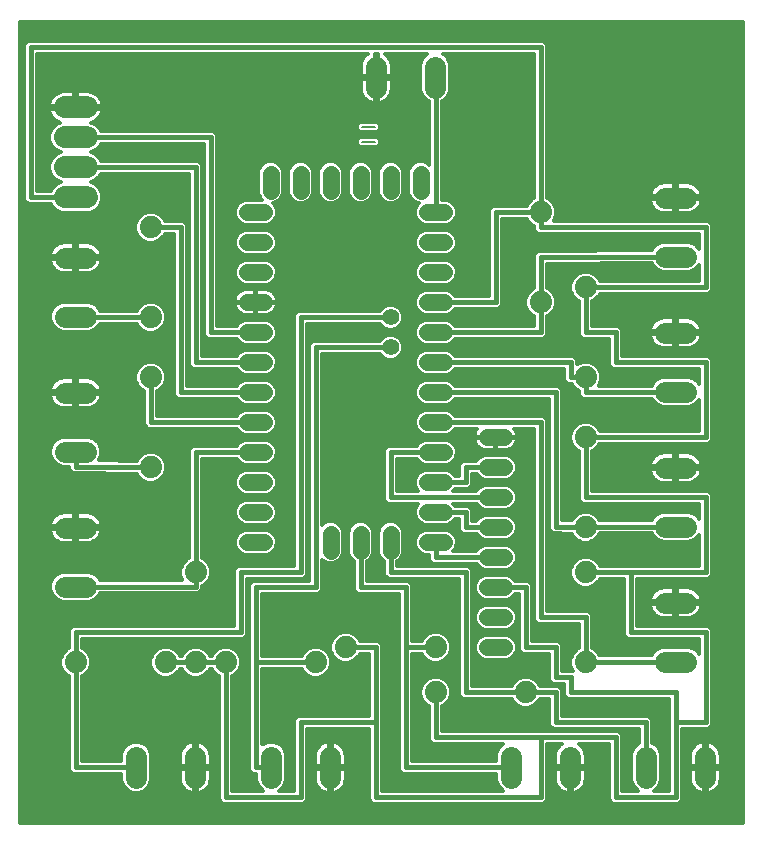
<source format=gbl>
G75*
%MOIN*%
%OFA0B0*%
%FSLAX25Y25*%
%IPPOS*%
%LPD*%
%AMOC8*
5,1,8,0,0,1.08239X$1,22.5*
%
%ADD10C,0.00600*%
%ADD11C,0.07400*%
%ADD12C,0.07400*%
%ADD13C,0.05550*%
%ADD14C,0.05550*%
%ADD15C,0.07100*%
%ADD16C,0.05600*%
%ADD17C,0.01600*%
%ADD18C,0.01200*%
D10*
X0117030Y0230103D02*
X0121300Y0230103D01*
X0117030Y0230103D01*
X0121300Y0230103D01*
X0117030Y0230103D01*
X0121300Y0230103D01*
X0121300Y0235103D02*
X0117030Y0235103D01*
D11*
X0025300Y0231600D02*
X0017900Y0231600D01*
X0017900Y0221600D02*
X0025300Y0221600D01*
X0025300Y0211600D02*
X0017900Y0211600D01*
X0017900Y0241600D02*
X0025300Y0241600D01*
D12*
X0046600Y0201600D03*
X0046600Y0171600D03*
X0046600Y0151600D03*
X0046600Y0121600D03*
X0061600Y0086600D03*
X0061600Y0056600D03*
X0051600Y0056600D03*
X0071600Y0056600D03*
X0101600Y0056600D03*
X0111600Y0061600D03*
X0141600Y0061600D03*
X0141600Y0046600D03*
X0171600Y0046600D03*
X0191600Y0056600D03*
X0191600Y0086600D03*
X0191600Y0101600D03*
X0191600Y0131600D03*
X0191600Y0151600D03*
X0176600Y0176600D03*
X0191600Y0181600D03*
X0176600Y0206600D03*
X0021600Y0056600D03*
D13*
X0078825Y0096600D02*
X0084375Y0096600D01*
X0084375Y0106600D02*
X0078825Y0106600D01*
X0078825Y0116600D02*
X0084375Y0116600D01*
X0084375Y0126600D02*
X0078825Y0126600D01*
X0078825Y0136600D02*
X0084375Y0136600D01*
X0084375Y0146600D02*
X0078825Y0146600D01*
X0078825Y0156600D02*
X0084375Y0156600D01*
X0084375Y0166600D02*
X0078825Y0166600D01*
X0078825Y0176600D02*
X0084375Y0176600D01*
X0084375Y0186600D02*
X0078825Y0186600D01*
X0078825Y0196600D02*
X0084375Y0196600D01*
X0084375Y0206600D02*
X0078825Y0206600D01*
X0086600Y0213825D02*
X0086600Y0219375D01*
X0096600Y0219375D02*
X0096600Y0213825D01*
X0106600Y0213825D02*
X0106600Y0219375D01*
X0116600Y0219375D02*
X0116600Y0213825D01*
X0126600Y0213825D02*
X0126600Y0219375D01*
X0136600Y0219375D02*
X0136600Y0213825D01*
X0138825Y0206600D02*
X0144375Y0206600D01*
X0144375Y0196600D02*
X0138825Y0196600D01*
X0138825Y0186600D02*
X0144375Y0186600D01*
X0144375Y0176600D02*
X0138825Y0176600D01*
X0138825Y0166600D02*
X0144375Y0166600D01*
X0144375Y0156600D02*
X0138825Y0156600D01*
X0138825Y0146600D02*
X0144375Y0146600D01*
X0144375Y0136600D02*
X0138825Y0136600D01*
X0138825Y0126600D02*
X0144375Y0126600D01*
X0144375Y0116600D02*
X0138825Y0116600D01*
X0138825Y0106600D02*
X0144375Y0106600D01*
X0144375Y0096600D02*
X0138825Y0096600D01*
X0126600Y0099375D02*
X0126600Y0093825D01*
X0116600Y0093825D02*
X0116600Y0099375D01*
X0106600Y0099375D02*
X0106600Y0093825D01*
D14*
X0126600Y0161600D03*
X0126600Y0171600D03*
D15*
X0121757Y0248050D02*
X0121757Y0255150D01*
X0141443Y0255150D02*
X0141443Y0248050D01*
X0218050Y0211443D02*
X0225150Y0211443D01*
X0225150Y0191757D02*
X0218050Y0191757D01*
X0218050Y0166443D02*
X0225150Y0166443D01*
X0225150Y0146757D02*
X0218050Y0146757D01*
X0218050Y0121443D02*
X0225150Y0121443D01*
X0225150Y0101757D02*
X0218050Y0101757D01*
X0218050Y0076443D02*
X0225150Y0076443D01*
X0225150Y0056757D02*
X0218050Y0056757D01*
X0211757Y0025150D02*
X0211757Y0018050D01*
X0231443Y0018050D02*
X0231443Y0025150D01*
X0186443Y0025150D02*
X0186443Y0018050D01*
X0166757Y0018050D02*
X0166757Y0025150D01*
X0106443Y0025150D02*
X0106443Y0018050D01*
X0086757Y0018050D02*
X0086757Y0025150D01*
X0061443Y0025150D02*
X0061443Y0018050D01*
X0041757Y0018050D02*
X0041757Y0025150D01*
X0025150Y0081757D02*
X0018050Y0081757D01*
X0018050Y0101443D02*
X0025150Y0101443D01*
X0025150Y0126757D02*
X0018050Y0126757D01*
X0018050Y0146443D02*
X0025150Y0146443D01*
X0025150Y0171757D02*
X0018050Y0171757D01*
X0018050Y0191443D02*
X0025150Y0191443D01*
D16*
X0158800Y0131600D02*
X0164400Y0131600D01*
X0164400Y0121600D02*
X0158800Y0121600D01*
X0158800Y0111600D02*
X0164400Y0111600D01*
X0164400Y0101600D02*
X0158800Y0101600D01*
X0158800Y0091600D02*
X0164400Y0091600D01*
X0164400Y0081600D02*
X0158800Y0081600D01*
X0158800Y0071600D02*
X0164400Y0071600D01*
X0164400Y0061600D02*
X0158800Y0061600D01*
D17*
X0151600Y0046600D02*
X0171600Y0046600D01*
X0181600Y0046600D01*
X0181600Y0036600D01*
X0211600Y0036600D01*
X0211600Y0021600D01*
X0211757Y0021600D01*
X0221600Y0011600D02*
X0201600Y0011600D01*
X0201600Y0031600D01*
X0176600Y0031600D01*
X0141600Y0031600D01*
X0141600Y0046600D01*
X0151600Y0046600D02*
X0151600Y0086600D01*
X0126600Y0086600D01*
X0126600Y0096600D01*
X0116600Y0096600D02*
X0116600Y0081600D01*
X0131600Y0081600D01*
X0131600Y0061600D01*
X0141600Y0061600D01*
X0131600Y0061600D02*
X0131600Y0021600D01*
X0166757Y0021600D01*
X0176600Y0031600D02*
X0176600Y0011600D01*
X0121600Y0011600D01*
X0121600Y0036600D01*
X0121600Y0061600D01*
X0111600Y0061600D01*
X0101600Y0056600D02*
X0081600Y0056600D01*
X0081600Y0021600D01*
X0086757Y0021600D01*
X0096600Y0011600D02*
X0096600Y0036600D01*
X0121600Y0036600D01*
X0106443Y0021600D02*
X0106600Y0006600D01*
X0061600Y0006600D01*
X0061443Y0021600D01*
X0071600Y0011600D02*
X0071600Y0056600D01*
X0061600Y0056600D01*
X0051600Y0056600D02*
X0071600Y0056600D01*
X0081600Y0056600D02*
X0081600Y0081600D01*
X0101600Y0081600D01*
X0101600Y0161600D01*
X0111600Y0161600D01*
X0121600Y0161600D01*
X0126600Y0161600D01*
X0126600Y0171600D02*
X0121600Y0171600D01*
X0116600Y0171600D01*
X0096600Y0171600D01*
X0096600Y0086600D01*
X0076600Y0086600D01*
X0076600Y0066600D01*
X0021600Y0066600D01*
X0021600Y0056600D01*
X0021600Y0021600D01*
X0041757Y0021600D01*
X0061600Y0006600D02*
X0011600Y0006600D01*
X0011600Y0071600D01*
X0071600Y0071600D01*
X0071600Y0091600D01*
X0091600Y0091600D01*
X0091600Y0176600D01*
X0131600Y0176600D01*
X0131600Y0131600D01*
X0161600Y0131600D01*
X0161600Y0121600D02*
X0151600Y0121600D01*
X0151600Y0116600D01*
X0141600Y0116600D01*
X0141600Y0106600D02*
X0151600Y0106600D01*
X0151600Y0101600D01*
X0161600Y0101600D01*
X0161600Y0111600D02*
X0126600Y0111600D01*
X0126600Y0126600D01*
X0141600Y0126600D01*
X0141600Y0136600D02*
X0176600Y0136600D01*
X0176600Y0071600D01*
X0191600Y0071600D01*
X0191600Y0056600D01*
X0191600Y0056757D01*
X0221600Y0056757D01*
X0221600Y0046600D02*
X0221600Y0036600D01*
X0221600Y0011600D01*
X0231600Y0006600D02*
X0186443Y0006600D01*
X0106600Y0006600D01*
X0096600Y0011600D02*
X0071600Y0011600D01*
X0011600Y0071600D02*
X0011600Y0101443D01*
X0011600Y0146443D01*
X0011600Y0191443D01*
X0021600Y0191443D01*
X0021600Y0211600D02*
X0006600Y0211600D01*
X0006600Y0261600D01*
X0176600Y0261600D01*
X0176600Y0206600D01*
X0161600Y0206600D01*
X0161600Y0176600D01*
X0141600Y0176600D01*
X0141600Y0166600D02*
X0176600Y0166600D01*
X0176600Y0176600D01*
X0176600Y0191600D01*
X0221600Y0191757D01*
X0231600Y0201600D02*
X0231600Y0181600D01*
X0191600Y0181600D01*
X0191600Y0166600D01*
X0201600Y0166600D01*
X0201600Y0156600D01*
X0231600Y0156600D01*
X0231600Y0131600D01*
X0191600Y0131600D01*
X0191600Y0111600D01*
X0231600Y0111600D01*
X0231600Y0086600D01*
X0206600Y0086600D01*
X0206600Y0066600D01*
X0231600Y0066600D01*
X0231600Y0036600D01*
X0221600Y0036600D01*
X0221600Y0046600D02*
X0186600Y0046600D01*
X0186600Y0051600D01*
X0181600Y0051600D01*
X0181600Y0061600D01*
X0171600Y0061600D01*
X0171600Y0081600D01*
X0161600Y0081600D01*
X0161600Y0091600D02*
X0141600Y0091600D01*
X0141600Y0096600D01*
X0181600Y0101757D02*
X0191600Y0101600D01*
X0186600Y0101600D01*
X0181600Y0101757D01*
X0221600Y0101757D01*
X0206600Y0086600D02*
X0191600Y0086600D01*
X0181600Y0101757D02*
X0181600Y0146600D01*
X0141600Y0146600D01*
X0141600Y0156600D02*
X0186600Y0156600D01*
X0186600Y0151600D01*
X0191600Y0151600D01*
X0191600Y0146600D01*
X0221600Y0146600D01*
X0221600Y0146757D01*
X0221600Y0166443D02*
X0221600Y0166600D01*
X0236600Y0166600D01*
X0236600Y0121443D01*
X0236600Y0076443D01*
X0236600Y0021600D01*
X0231443Y0021600D01*
X0231600Y0006600D01*
X0186443Y0006600D02*
X0186443Y0021600D01*
X0221600Y0076443D02*
X0236600Y0076443D01*
X0236600Y0121443D02*
X0221600Y0121443D01*
X0236600Y0166600D02*
X0236600Y0211443D01*
X0221600Y0211443D01*
X0231600Y0201600D02*
X0176600Y0201600D01*
X0176600Y0206600D01*
X0141600Y0206600D02*
X0141600Y0256600D01*
X0141443Y0251600D01*
X0121757Y0251600D02*
X0121600Y0241600D01*
X0071600Y0241600D01*
X0071600Y0176600D01*
X0081600Y0176600D01*
X0091600Y0176600D01*
X0081600Y0166600D02*
X0066600Y0166600D01*
X0066600Y0231600D01*
X0021600Y0231600D01*
X0021600Y0221600D02*
X0061600Y0221600D01*
X0061600Y0156600D01*
X0081600Y0156600D01*
X0081600Y0146600D02*
X0056600Y0146600D01*
X0056600Y0201600D01*
X0046600Y0201600D01*
X0046600Y0171600D02*
X0021600Y0171600D01*
X0021600Y0171757D01*
X0021600Y0146443D02*
X0011600Y0146443D01*
X0021600Y0126757D02*
X0021600Y0121757D01*
X0046600Y0121600D01*
X0046600Y0136600D02*
X0081600Y0136600D01*
X0081600Y0126600D02*
X0061600Y0126600D01*
X0061600Y0086600D01*
X0061600Y0081757D01*
X0021600Y0081757D01*
X0021600Y0101443D02*
X0011600Y0101443D01*
X0046600Y0136600D02*
X0046600Y0151600D01*
X0021600Y0241600D02*
X0071600Y0241600D01*
X0121757Y0251600D02*
X0121757Y0256600D01*
D18*
X0003000Y0270161D02*
X0003000Y0003000D01*
X0243901Y0003000D01*
X0243901Y0270161D01*
X0003000Y0270161D01*
X0003000Y0269449D02*
X0243901Y0269449D01*
X0243901Y0268250D02*
X0003000Y0268250D01*
X0003000Y0267052D02*
X0243901Y0267052D01*
X0243901Y0265853D02*
X0003000Y0265853D01*
X0003000Y0264655D02*
X0243901Y0264655D01*
X0243901Y0263456D02*
X0177855Y0263456D01*
X0177511Y0263800D02*
X0005689Y0263800D01*
X0004400Y0262511D01*
X0004400Y0210689D01*
X0005689Y0209400D01*
X0013291Y0209400D01*
X0013576Y0208711D01*
X0015011Y0207276D01*
X0016886Y0206500D01*
X0026314Y0206500D01*
X0028189Y0207276D01*
X0029624Y0208711D01*
X0030400Y0210586D01*
X0030400Y0212614D01*
X0029624Y0214489D01*
X0028189Y0215924D01*
X0026556Y0216600D01*
X0028189Y0217276D01*
X0029624Y0218711D01*
X0029909Y0219400D01*
X0059400Y0219400D01*
X0059400Y0155689D01*
X0060689Y0154400D01*
X0075218Y0154400D01*
X0075286Y0154235D01*
X0076460Y0153061D01*
X0077995Y0152425D01*
X0085205Y0152425D01*
X0086740Y0153061D01*
X0087914Y0154235D01*
X0088550Y0155770D01*
X0088550Y0157430D01*
X0087914Y0158965D01*
X0086740Y0160139D01*
X0085205Y0160775D01*
X0077995Y0160775D01*
X0076460Y0160139D01*
X0075286Y0158965D01*
X0075218Y0158800D01*
X0063800Y0158800D01*
X0063800Y0222511D01*
X0062511Y0223800D01*
X0029909Y0223800D01*
X0029624Y0224489D01*
X0028189Y0225924D01*
X0026556Y0226600D01*
X0028189Y0227276D01*
X0029624Y0228711D01*
X0029909Y0229400D01*
X0064400Y0229400D01*
X0064400Y0165689D01*
X0065689Y0164400D01*
X0075218Y0164400D01*
X0075286Y0164235D01*
X0076460Y0163061D01*
X0077995Y0162425D01*
X0085205Y0162425D01*
X0086740Y0163061D01*
X0087914Y0164235D01*
X0088550Y0165770D01*
X0088550Y0167430D01*
X0087914Y0168965D01*
X0086740Y0170139D01*
X0085205Y0170775D01*
X0077995Y0170775D01*
X0076460Y0170139D01*
X0075286Y0168965D01*
X0075218Y0168800D01*
X0068800Y0168800D01*
X0068800Y0232511D01*
X0067511Y0233800D01*
X0029909Y0233800D01*
X0029624Y0234489D01*
X0028189Y0235924D01*
X0026779Y0236508D01*
X0027334Y0236688D01*
X0028078Y0237067D01*
X0028753Y0237557D01*
X0029343Y0238147D01*
X0029833Y0238822D01*
X0030212Y0239566D01*
X0030469Y0240359D01*
X0030587Y0241100D01*
X0022100Y0241100D01*
X0022100Y0242100D01*
X0021100Y0242100D01*
X0021100Y0246900D01*
X0017483Y0246900D01*
X0016659Y0246769D01*
X0015866Y0246512D01*
X0015122Y0246133D01*
X0014447Y0245643D01*
X0013857Y0245053D01*
X0013367Y0244378D01*
X0012988Y0243634D01*
X0012730Y0242841D01*
X0012613Y0242100D01*
X0021100Y0242100D01*
X0021100Y0241100D01*
X0012613Y0241100D01*
X0012730Y0240359D01*
X0012988Y0239566D01*
X0013367Y0238822D01*
X0013857Y0238147D01*
X0014447Y0237557D01*
X0015122Y0237067D01*
X0015866Y0236688D01*
X0016421Y0236508D01*
X0015011Y0235924D01*
X0013576Y0234489D01*
X0012800Y0232614D01*
X0012800Y0230586D01*
X0013576Y0228711D01*
X0015011Y0227276D01*
X0016644Y0226600D01*
X0015011Y0225924D01*
X0013576Y0224489D01*
X0012800Y0222614D01*
X0012800Y0220586D01*
X0013576Y0218711D01*
X0015011Y0217276D01*
X0016644Y0216600D01*
X0015011Y0215924D01*
X0013576Y0214489D01*
X0013291Y0213800D01*
X0008800Y0213800D01*
X0008800Y0259400D01*
X0118845Y0259400D01*
X0118402Y0259078D01*
X0117829Y0258505D01*
X0117353Y0257849D01*
X0116985Y0257127D01*
X0116734Y0256356D01*
X0116607Y0255555D01*
X0116607Y0252175D01*
X0121182Y0252175D01*
X0121182Y0251025D01*
X0116607Y0251025D01*
X0116607Y0247645D01*
X0116734Y0246844D01*
X0116985Y0246073D01*
X0117353Y0245351D01*
X0117829Y0244695D01*
X0118402Y0244122D01*
X0119058Y0243645D01*
X0119781Y0243277D01*
X0120552Y0243027D01*
X0121182Y0242927D01*
X0121182Y0251025D01*
X0122332Y0251025D01*
X0122332Y0242927D01*
X0122963Y0243027D01*
X0123734Y0243277D01*
X0124457Y0243645D01*
X0125112Y0244122D01*
X0125686Y0244695D01*
X0126162Y0245351D01*
X0126530Y0246073D01*
X0126781Y0246844D01*
X0126907Y0247645D01*
X0126907Y0251025D01*
X0122333Y0251025D01*
X0122333Y0252175D01*
X0126907Y0252175D01*
X0126907Y0255555D01*
X0126781Y0256356D01*
X0126530Y0257127D01*
X0126162Y0257849D01*
X0125686Y0258505D01*
X0125112Y0259078D01*
X0124670Y0259400D01*
X0138768Y0259400D01*
X0138639Y0259346D01*
X0137246Y0257954D01*
X0136493Y0256135D01*
X0136493Y0247065D01*
X0137246Y0245246D01*
X0138639Y0243854D01*
X0139400Y0243538D01*
X0139400Y0222479D01*
X0138965Y0222914D01*
X0137430Y0223550D01*
X0135770Y0223550D01*
X0134235Y0222914D01*
X0133061Y0221740D01*
X0132425Y0220205D01*
X0132425Y0212995D01*
X0133061Y0211460D01*
X0134235Y0210286D01*
X0135770Y0209650D01*
X0135972Y0209650D01*
X0135286Y0208965D01*
X0134650Y0207430D01*
X0134650Y0205770D01*
X0135286Y0204235D01*
X0136460Y0203061D01*
X0137995Y0202425D01*
X0145205Y0202425D01*
X0146740Y0203061D01*
X0147914Y0204235D01*
X0148550Y0205770D01*
X0148550Y0207430D01*
X0147914Y0208965D01*
X0146740Y0210139D01*
X0145205Y0210775D01*
X0143800Y0210775D01*
X0143800Y0243669D01*
X0144246Y0243854D01*
X0145639Y0245246D01*
X0146393Y0247065D01*
X0146393Y0256135D01*
X0145639Y0257954D01*
X0144246Y0259346D01*
X0144117Y0259400D01*
X0174400Y0259400D01*
X0174400Y0211209D01*
X0173711Y0210924D01*
X0172276Y0209489D01*
X0171991Y0208800D01*
X0160689Y0208800D01*
X0159400Y0207511D01*
X0159400Y0178800D01*
X0147982Y0178800D01*
X0147914Y0178965D01*
X0146740Y0180139D01*
X0145205Y0180775D01*
X0137995Y0180775D01*
X0136460Y0180139D01*
X0135286Y0178965D01*
X0134650Y0177430D01*
X0134650Y0175770D01*
X0135286Y0174235D01*
X0136460Y0173061D01*
X0137995Y0172425D01*
X0145205Y0172425D01*
X0146740Y0173061D01*
X0147914Y0174235D01*
X0147982Y0174400D01*
X0162511Y0174400D01*
X0163800Y0175689D01*
X0163800Y0204400D01*
X0171991Y0204400D01*
X0172276Y0203711D01*
X0173711Y0202276D01*
X0174400Y0201991D01*
X0174400Y0200689D01*
X0175689Y0199400D01*
X0229400Y0199400D01*
X0229400Y0194432D01*
X0229346Y0194561D01*
X0227954Y0195954D01*
X0226135Y0196707D01*
X0217065Y0196707D01*
X0215246Y0195954D01*
X0213854Y0194561D01*
X0213592Y0193929D01*
X0176595Y0193800D01*
X0175689Y0193800D01*
X0175686Y0193797D01*
X0175681Y0193797D01*
X0175042Y0193154D01*
X0174400Y0192511D01*
X0174400Y0192507D01*
X0174397Y0192504D01*
X0174400Y0191596D01*
X0174400Y0181209D01*
X0173711Y0180924D01*
X0172276Y0179489D01*
X0171500Y0177614D01*
X0171500Y0175586D01*
X0172276Y0173711D01*
X0173711Y0172276D01*
X0174400Y0171991D01*
X0174400Y0168800D01*
X0147982Y0168800D01*
X0147914Y0168965D01*
X0146740Y0170139D01*
X0145205Y0170775D01*
X0137995Y0170775D01*
X0136460Y0170139D01*
X0135286Y0168965D01*
X0134650Y0167430D01*
X0134650Y0165770D01*
X0135286Y0164235D01*
X0136460Y0163061D01*
X0137995Y0162425D01*
X0145205Y0162425D01*
X0146740Y0163061D01*
X0147914Y0164235D01*
X0147982Y0164400D01*
X0177511Y0164400D01*
X0178800Y0165689D01*
X0178800Y0171991D01*
X0179489Y0172276D01*
X0180924Y0173711D01*
X0181700Y0175586D01*
X0181700Y0177614D01*
X0180924Y0179489D01*
X0179489Y0180924D01*
X0178800Y0181209D01*
X0178800Y0189408D01*
X0213615Y0189530D01*
X0213854Y0188954D01*
X0215246Y0187561D01*
X0217065Y0186807D01*
X0226135Y0186807D01*
X0227954Y0187561D01*
X0229346Y0188954D01*
X0229400Y0189083D01*
X0229400Y0183800D01*
X0196209Y0183800D01*
X0195924Y0184489D01*
X0194489Y0185924D01*
X0192614Y0186700D01*
X0190586Y0186700D01*
X0188711Y0185924D01*
X0187276Y0184489D01*
X0186500Y0182614D01*
X0186500Y0180586D01*
X0187276Y0178711D01*
X0188711Y0177276D01*
X0189400Y0176991D01*
X0189400Y0165689D01*
X0190689Y0164400D01*
X0199400Y0164400D01*
X0199400Y0155689D01*
X0200689Y0154400D01*
X0229400Y0154400D01*
X0229400Y0149432D01*
X0229346Y0149561D01*
X0227954Y0150954D01*
X0226135Y0151707D01*
X0217065Y0151707D01*
X0215246Y0150954D01*
X0213854Y0149561D01*
X0213538Y0148800D01*
X0195960Y0148800D01*
X0196700Y0150586D01*
X0196700Y0152614D01*
X0195924Y0154489D01*
X0194489Y0155924D01*
X0192614Y0156700D01*
X0190586Y0156700D01*
X0188800Y0155960D01*
X0188800Y0157511D01*
X0187511Y0158800D01*
X0147982Y0158800D01*
X0147914Y0158965D01*
X0146740Y0160139D01*
X0145205Y0160775D01*
X0137995Y0160775D01*
X0136460Y0160139D01*
X0135286Y0158965D01*
X0134650Y0157430D01*
X0134650Y0155770D01*
X0135286Y0154235D01*
X0136460Y0153061D01*
X0137995Y0152425D01*
X0145205Y0152425D01*
X0146740Y0153061D01*
X0147914Y0154235D01*
X0147982Y0154400D01*
X0184400Y0154400D01*
X0184400Y0150689D01*
X0185689Y0149400D01*
X0186991Y0149400D01*
X0187276Y0148711D01*
X0188711Y0147276D01*
X0189400Y0146991D01*
X0189400Y0145689D01*
X0190689Y0144400D01*
X0213669Y0144400D01*
X0213854Y0143954D01*
X0215246Y0142561D01*
X0217065Y0141807D01*
X0226135Y0141807D01*
X0227954Y0142561D01*
X0229346Y0143954D01*
X0229400Y0144083D01*
X0229400Y0133800D01*
X0196209Y0133800D01*
X0195924Y0134489D01*
X0194489Y0135924D01*
X0192614Y0136700D01*
X0190586Y0136700D01*
X0188711Y0135924D01*
X0187276Y0134489D01*
X0186500Y0132614D01*
X0186500Y0130586D01*
X0187276Y0128711D01*
X0188711Y0127276D01*
X0189400Y0126991D01*
X0189400Y0110689D01*
X0190689Y0109400D01*
X0229400Y0109400D01*
X0229400Y0104432D01*
X0229346Y0104561D01*
X0227954Y0105954D01*
X0226135Y0106707D01*
X0217065Y0106707D01*
X0215246Y0105954D01*
X0213854Y0104561D01*
X0213603Y0103957D01*
X0196144Y0103957D01*
X0195924Y0104489D01*
X0194489Y0105924D01*
X0192614Y0106700D01*
X0190586Y0106700D01*
X0188711Y0105924D01*
X0187276Y0104489D01*
X0187056Y0103957D01*
X0183800Y0103957D01*
X0183800Y0147511D01*
X0182511Y0148800D01*
X0147982Y0148800D01*
X0147914Y0148965D01*
X0146740Y0150139D01*
X0145205Y0150775D01*
X0137995Y0150775D01*
X0136460Y0150139D01*
X0135286Y0148965D01*
X0134650Y0147430D01*
X0134650Y0145770D01*
X0135286Y0144235D01*
X0136460Y0143061D01*
X0137995Y0142425D01*
X0145205Y0142425D01*
X0146740Y0143061D01*
X0147914Y0144235D01*
X0147982Y0144400D01*
X0179400Y0144400D01*
X0179400Y0101792D01*
X0179372Y0100916D01*
X0179386Y0100901D01*
X0179386Y0100881D01*
X0179400Y0100866D01*
X0179400Y0100846D01*
X0180020Y0100226D01*
X0180620Y0099587D01*
X0180640Y0099587D01*
X0180654Y0099572D01*
X0180674Y0099572D01*
X0180689Y0099557D01*
X0181565Y0099557D01*
X0185660Y0099429D01*
X0185689Y0099400D01*
X0186565Y0099400D01*
X0186997Y0099386D01*
X0187276Y0098711D01*
X0188711Y0097276D01*
X0190586Y0096500D01*
X0192614Y0096500D01*
X0194489Y0097276D01*
X0195924Y0098711D01*
X0196274Y0099557D01*
X0213603Y0099557D01*
X0213854Y0098954D01*
X0215246Y0097561D01*
X0217065Y0096807D01*
X0226135Y0096807D01*
X0227954Y0097561D01*
X0229346Y0098954D01*
X0229400Y0099083D01*
X0229400Y0088800D01*
X0196209Y0088800D01*
X0195924Y0089489D01*
X0194489Y0090924D01*
X0192614Y0091700D01*
X0190586Y0091700D01*
X0188711Y0090924D01*
X0187276Y0089489D01*
X0186500Y0087614D01*
X0186500Y0085586D01*
X0187276Y0083711D01*
X0188711Y0082276D01*
X0190586Y0081500D01*
X0192614Y0081500D01*
X0194489Y0082276D01*
X0195924Y0083711D01*
X0196209Y0084400D01*
X0204400Y0084400D01*
X0204400Y0065689D01*
X0205689Y0064400D01*
X0229400Y0064400D01*
X0229400Y0059432D01*
X0229346Y0059561D01*
X0227954Y0060954D01*
X0226135Y0061707D01*
X0217065Y0061707D01*
X0215246Y0060954D01*
X0213854Y0059561D01*
X0213603Y0058957D01*
X0196144Y0058957D01*
X0195924Y0059489D01*
X0194489Y0060924D01*
X0193800Y0061209D01*
X0193800Y0072511D01*
X0192511Y0073800D01*
X0178800Y0073800D01*
X0178800Y0137511D01*
X0177511Y0138800D01*
X0147982Y0138800D01*
X0147914Y0138965D01*
X0146740Y0140139D01*
X0145205Y0140775D01*
X0137995Y0140775D01*
X0136460Y0140139D01*
X0135286Y0138965D01*
X0134650Y0137430D01*
X0134650Y0135770D01*
X0135286Y0134235D01*
X0136460Y0133061D01*
X0137995Y0132425D01*
X0145205Y0132425D01*
X0146740Y0133061D01*
X0147914Y0134235D01*
X0147982Y0134400D01*
X0155396Y0134400D01*
X0155037Y0133906D01*
X0154722Y0133289D01*
X0154508Y0132630D01*
X0154400Y0131946D01*
X0154400Y0131800D01*
X0161400Y0131800D01*
X0161400Y0131400D01*
X0161800Y0131400D01*
X0161800Y0131800D01*
X0168800Y0131800D01*
X0168800Y0131946D01*
X0168692Y0132630D01*
X0168478Y0133289D01*
X0168163Y0133906D01*
X0167804Y0134400D01*
X0174400Y0134400D01*
X0174400Y0070689D01*
X0175689Y0069400D01*
X0189400Y0069400D01*
X0189400Y0061209D01*
X0188711Y0060924D01*
X0187276Y0059489D01*
X0186500Y0057614D01*
X0186500Y0055586D01*
X0187240Y0053800D01*
X0183800Y0053800D01*
X0183800Y0062511D01*
X0182511Y0063800D01*
X0173800Y0063800D01*
X0173800Y0082511D01*
X0172511Y0083800D01*
X0168035Y0083800D01*
X0167961Y0083979D01*
X0166779Y0085161D01*
X0165235Y0085800D01*
X0157965Y0085800D01*
X0156421Y0085161D01*
X0155239Y0083979D01*
X0154600Y0082435D01*
X0154600Y0080765D01*
X0155239Y0079221D01*
X0156421Y0078039D01*
X0157965Y0077400D01*
X0165235Y0077400D01*
X0166779Y0078039D01*
X0167961Y0079221D01*
X0168035Y0079400D01*
X0169400Y0079400D01*
X0169400Y0060689D01*
X0170689Y0059400D01*
X0179400Y0059400D01*
X0179400Y0050689D01*
X0180689Y0049400D01*
X0184400Y0049400D01*
X0184400Y0045689D01*
X0185689Y0044400D01*
X0219400Y0044400D01*
X0219400Y0013800D01*
X0214432Y0013800D01*
X0214561Y0013854D01*
X0215954Y0015246D01*
X0216707Y0017065D01*
X0216707Y0026135D01*
X0215954Y0027954D01*
X0214561Y0029346D01*
X0213800Y0029662D01*
X0213800Y0037511D01*
X0212511Y0038800D01*
X0183800Y0038800D01*
X0183800Y0047511D01*
X0182511Y0048800D01*
X0176209Y0048800D01*
X0175924Y0049489D01*
X0174489Y0050924D01*
X0172614Y0051700D01*
X0170586Y0051700D01*
X0168711Y0050924D01*
X0167276Y0049489D01*
X0166991Y0048800D01*
X0153800Y0048800D01*
X0153800Y0087511D01*
X0152511Y0088800D01*
X0128800Y0088800D01*
X0128800Y0090218D01*
X0128965Y0090286D01*
X0130139Y0091460D01*
X0130775Y0092995D01*
X0130775Y0100205D01*
X0130139Y0101740D01*
X0128965Y0102914D01*
X0127430Y0103550D01*
X0125770Y0103550D01*
X0124235Y0102914D01*
X0123061Y0101740D01*
X0122425Y0100205D01*
X0122425Y0092995D01*
X0123061Y0091460D01*
X0124235Y0090286D01*
X0124400Y0090218D01*
X0124400Y0085689D01*
X0125689Y0084400D01*
X0149400Y0084400D01*
X0149400Y0045689D01*
X0150689Y0044400D01*
X0166991Y0044400D01*
X0167276Y0043711D01*
X0168711Y0042276D01*
X0170586Y0041500D01*
X0172614Y0041500D01*
X0174489Y0042276D01*
X0175924Y0043711D01*
X0176209Y0044400D01*
X0179400Y0044400D01*
X0179400Y0035689D01*
X0180689Y0034400D01*
X0209400Y0034400D01*
X0209400Y0029531D01*
X0208954Y0029346D01*
X0207561Y0027954D01*
X0206807Y0026135D01*
X0206807Y0017065D01*
X0207561Y0015246D01*
X0208954Y0013854D01*
X0209083Y0013800D01*
X0203800Y0013800D01*
X0203800Y0032511D01*
X0202511Y0033800D01*
X0143800Y0033800D01*
X0143800Y0041991D01*
X0144489Y0042276D01*
X0145924Y0043711D01*
X0146700Y0045586D01*
X0146700Y0047614D01*
X0145924Y0049489D01*
X0144489Y0050924D01*
X0142614Y0051700D01*
X0140586Y0051700D01*
X0138711Y0050924D01*
X0137276Y0049489D01*
X0136500Y0047614D01*
X0136500Y0045586D01*
X0137276Y0043711D01*
X0138711Y0042276D01*
X0139400Y0041991D01*
X0139400Y0030689D01*
X0140689Y0029400D01*
X0164083Y0029400D01*
X0163954Y0029346D01*
X0162561Y0027954D01*
X0161807Y0026135D01*
X0161807Y0023800D01*
X0133800Y0023800D01*
X0133800Y0059400D01*
X0136991Y0059400D01*
X0137276Y0058711D01*
X0138711Y0057276D01*
X0140586Y0056500D01*
X0142614Y0056500D01*
X0144489Y0057276D01*
X0145924Y0058711D01*
X0146700Y0060586D01*
X0146700Y0062614D01*
X0145924Y0064489D01*
X0144489Y0065924D01*
X0142614Y0066700D01*
X0140586Y0066700D01*
X0138711Y0065924D01*
X0137276Y0064489D01*
X0136991Y0063800D01*
X0133800Y0063800D01*
X0133800Y0082511D01*
X0132511Y0083800D01*
X0118800Y0083800D01*
X0118800Y0090218D01*
X0118965Y0090286D01*
X0120139Y0091460D01*
X0120775Y0092995D01*
X0120775Y0100205D01*
X0120139Y0101740D01*
X0118965Y0102914D01*
X0117430Y0103550D01*
X0115770Y0103550D01*
X0114235Y0102914D01*
X0113061Y0101740D01*
X0112425Y0100205D01*
X0112425Y0092995D01*
X0113061Y0091460D01*
X0114235Y0090286D01*
X0114400Y0090218D01*
X0114400Y0080689D01*
X0115689Y0079400D01*
X0129400Y0079400D01*
X0129400Y0020689D01*
X0130689Y0019400D01*
X0161807Y0019400D01*
X0161807Y0017065D01*
X0162561Y0015246D01*
X0163954Y0013854D01*
X0164083Y0013800D01*
X0123800Y0013800D01*
X0123800Y0062511D01*
X0122511Y0063800D01*
X0116209Y0063800D01*
X0115924Y0064489D01*
X0114489Y0065924D01*
X0112614Y0066700D01*
X0110586Y0066700D01*
X0108711Y0065924D01*
X0107276Y0064489D01*
X0106500Y0062614D01*
X0106500Y0060586D01*
X0107276Y0058711D01*
X0108711Y0057276D01*
X0110586Y0056500D01*
X0112614Y0056500D01*
X0114489Y0057276D01*
X0115924Y0058711D01*
X0116209Y0059400D01*
X0119400Y0059400D01*
X0119400Y0038800D01*
X0095689Y0038800D01*
X0094400Y0037511D01*
X0094400Y0013800D01*
X0089432Y0013800D01*
X0089561Y0013854D01*
X0090954Y0015246D01*
X0091707Y0017065D01*
X0091707Y0026135D01*
X0090954Y0027954D01*
X0089561Y0029346D01*
X0087742Y0030100D01*
X0085773Y0030100D01*
X0083954Y0029346D01*
X0083800Y0029193D01*
X0083800Y0054400D01*
X0096991Y0054400D01*
X0097276Y0053711D01*
X0098711Y0052276D01*
X0100586Y0051500D01*
X0102614Y0051500D01*
X0104489Y0052276D01*
X0105924Y0053711D01*
X0106700Y0055586D01*
X0106700Y0057614D01*
X0105924Y0059489D01*
X0104489Y0060924D01*
X0102614Y0061700D01*
X0100586Y0061700D01*
X0098711Y0060924D01*
X0097276Y0059489D01*
X0096991Y0058800D01*
X0083800Y0058800D01*
X0083800Y0079400D01*
X0102511Y0079400D01*
X0103800Y0080689D01*
X0103800Y0090721D01*
X0104235Y0090286D01*
X0105770Y0089650D01*
X0107430Y0089650D01*
X0108965Y0090286D01*
X0110139Y0091460D01*
X0110775Y0092995D01*
X0110775Y0100205D01*
X0110139Y0101740D01*
X0108965Y0102914D01*
X0107430Y0103550D01*
X0105770Y0103550D01*
X0104235Y0102914D01*
X0103800Y0102479D01*
X0103800Y0159400D01*
X0122992Y0159400D01*
X0123061Y0159235D01*
X0124235Y0158061D01*
X0125770Y0157425D01*
X0127430Y0157425D01*
X0128965Y0158061D01*
X0130139Y0159235D01*
X0130775Y0160770D01*
X0130775Y0162430D01*
X0130139Y0163965D01*
X0128965Y0165139D01*
X0127430Y0165775D01*
X0125770Y0165775D01*
X0124235Y0165139D01*
X0123061Y0163965D01*
X0122992Y0163800D01*
X0100689Y0163800D01*
X0099400Y0162511D01*
X0099400Y0083800D01*
X0080689Y0083800D01*
X0079400Y0082511D01*
X0079400Y0020689D01*
X0080689Y0019400D01*
X0081807Y0019400D01*
X0081807Y0017065D01*
X0082561Y0015246D01*
X0083954Y0013854D01*
X0084083Y0013800D01*
X0073800Y0013800D01*
X0073800Y0051991D01*
X0074489Y0052276D01*
X0075924Y0053711D01*
X0076700Y0055586D01*
X0076700Y0057614D01*
X0075924Y0059489D01*
X0074489Y0060924D01*
X0072614Y0061700D01*
X0070586Y0061700D01*
X0068711Y0060924D01*
X0067276Y0059489D01*
X0066991Y0058800D01*
X0066209Y0058800D01*
X0065924Y0059489D01*
X0064489Y0060924D01*
X0062614Y0061700D01*
X0060586Y0061700D01*
X0058711Y0060924D01*
X0057276Y0059489D01*
X0056991Y0058800D01*
X0056209Y0058800D01*
X0055924Y0059489D01*
X0054489Y0060924D01*
X0052614Y0061700D01*
X0050586Y0061700D01*
X0048711Y0060924D01*
X0047276Y0059489D01*
X0046500Y0057614D01*
X0046500Y0055586D01*
X0047276Y0053711D01*
X0048711Y0052276D01*
X0050586Y0051500D01*
X0052614Y0051500D01*
X0054489Y0052276D01*
X0055924Y0053711D01*
X0056209Y0054400D01*
X0056991Y0054400D01*
X0057276Y0053711D01*
X0058711Y0052276D01*
X0060586Y0051500D01*
X0062614Y0051500D01*
X0064489Y0052276D01*
X0065924Y0053711D01*
X0066209Y0054400D01*
X0066991Y0054400D01*
X0067276Y0053711D01*
X0068711Y0052276D01*
X0069400Y0051991D01*
X0069400Y0010689D01*
X0070689Y0009400D01*
X0097511Y0009400D01*
X0098800Y0010689D01*
X0098800Y0034400D01*
X0119400Y0034400D01*
X0119400Y0010689D01*
X0120689Y0009400D01*
X0177511Y0009400D01*
X0178800Y0010689D01*
X0178800Y0029400D01*
X0183530Y0029400D01*
X0183088Y0029078D01*
X0182514Y0028505D01*
X0182038Y0027849D01*
X0181670Y0027127D01*
X0181419Y0026356D01*
X0181293Y0025555D01*
X0181293Y0022175D01*
X0185867Y0022175D01*
X0185867Y0021025D01*
X0181293Y0021025D01*
X0181293Y0017645D01*
X0181419Y0016844D01*
X0181670Y0016073D01*
X0182038Y0015351D01*
X0182514Y0014695D01*
X0183088Y0014122D01*
X0183743Y0013645D01*
X0184466Y0013277D01*
X0185237Y0013027D01*
X0185867Y0012927D01*
X0185867Y0021025D01*
X0187018Y0021025D01*
X0187018Y0022175D01*
X0191593Y0022175D01*
X0191593Y0025555D01*
X0191466Y0026356D01*
X0191215Y0027127D01*
X0190847Y0027849D01*
X0190371Y0028505D01*
X0189798Y0029078D01*
X0189355Y0029400D01*
X0199400Y0029400D01*
X0199400Y0010689D01*
X0200689Y0009400D01*
X0222511Y0009400D01*
X0223800Y0010689D01*
X0223800Y0034400D01*
X0232511Y0034400D01*
X0233800Y0035689D01*
X0233800Y0067511D01*
X0232511Y0068800D01*
X0208800Y0068800D01*
X0208800Y0084400D01*
X0232511Y0084400D01*
X0233800Y0085689D01*
X0233800Y0112511D01*
X0232511Y0113800D01*
X0193800Y0113800D01*
X0193800Y0126991D01*
X0194489Y0127276D01*
X0195924Y0128711D01*
X0196209Y0129400D01*
X0232511Y0129400D01*
X0233800Y0130689D01*
X0233800Y0157511D01*
X0232511Y0158800D01*
X0203800Y0158800D01*
X0203800Y0167511D01*
X0202511Y0168800D01*
X0193800Y0168800D01*
X0193800Y0176991D01*
X0194489Y0177276D01*
X0195924Y0178711D01*
X0196209Y0179400D01*
X0232511Y0179400D01*
X0233800Y0180689D01*
X0233800Y0202511D01*
X0232511Y0203800D01*
X0180960Y0203800D01*
X0181700Y0205586D01*
X0181700Y0207614D01*
X0180924Y0209489D01*
X0179489Y0210924D01*
X0178800Y0211209D01*
X0178800Y0262511D01*
X0177511Y0263800D01*
X0178800Y0262258D02*
X0243901Y0262258D01*
X0243901Y0261059D02*
X0178800Y0261059D01*
X0178800Y0259861D02*
X0243901Y0259861D01*
X0243901Y0258662D02*
X0178800Y0258662D01*
X0178800Y0257464D02*
X0243901Y0257464D01*
X0243901Y0256265D02*
X0178800Y0256265D01*
X0178800Y0255067D02*
X0243901Y0255067D01*
X0243901Y0253868D02*
X0178800Y0253868D01*
X0178800Y0252670D02*
X0243901Y0252670D01*
X0243901Y0251471D02*
X0178800Y0251471D01*
X0178800Y0250272D02*
X0243901Y0250272D01*
X0243901Y0249074D02*
X0178800Y0249074D01*
X0178800Y0247875D02*
X0243901Y0247875D01*
X0243901Y0246677D02*
X0178800Y0246677D01*
X0178800Y0245478D02*
X0243901Y0245478D01*
X0243901Y0244280D02*
X0178800Y0244280D01*
X0178800Y0243081D02*
X0243901Y0243081D01*
X0243901Y0241883D02*
X0178800Y0241883D01*
X0178800Y0240684D02*
X0243901Y0240684D01*
X0243901Y0239486D02*
X0178800Y0239486D01*
X0178800Y0238287D02*
X0243901Y0238287D01*
X0243901Y0237089D02*
X0178800Y0237089D01*
X0178800Y0235890D02*
X0243901Y0235890D01*
X0243901Y0234692D02*
X0178800Y0234692D01*
X0178800Y0233493D02*
X0243901Y0233493D01*
X0243901Y0232295D02*
X0178800Y0232295D01*
X0178800Y0231096D02*
X0243901Y0231096D01*
X0243901Y0229898D02*
X0178800Y0229898D01*
X0178800Y0228699D02*
X0243901Y0228699D01*
X0243901Y0227501D02*
X0178800Y0227501D01*
X0178800Y0226302D02*
X0243901Y0226302D01*
X0243901Y0225104D02*
X0178800Y0225104D01*
X0178800Y0223905D02*
X0243901Y0223905D01*
X0243901Y0222707D02*
X0178800Y0222707D01*
X0178800Y0221508D02*
X0243901Y0221508D01*
X0243901Y0220310D02*
X0178800Y0220310D01*
X0178800Y0219111D02*
X0243901Y0219111D01*
X0243901Y0217913D02*
X0178800Y0217913D01*
X0178800Y0216714D02*
X0243901Y0216714D01*
X0243901Y0215516D02*
X0228305Y0215516D01*
X0228505Y0215371D02*
X0227849Y0215847D01*
X0227127Y0216215D01*
X0226356Y0216466D01*
X0225555Y0216593D01*
X0222175Y0216593D01*
X0222175Y0212018D01*
X0221025Y0212018D01*
X0221025Y0216593D01*
X0217645Y0216593D01*
X0216844Y0216466D01*
X0216073Y0216215D01*
X0215351Y0215847D01*
X0214695Y0215371D01*
X0214122Y0214798D01*
X0213645Y0214142D01*
X0213277Y0213419D01*
X0213027Y0212648D01*
X0212927Y0212018D01*
X0221025Y0212018D01*
X0221025Y0210867D01*
X0222175Y0210867D01*
X0222175Y0206293D01*
X0225555Y0206293D01*
X0226356Y0206419D01*
X0227127Y0206670D01*
X0227849Y0207038D01*
X0228505Y0207514D01*
X0229078Y0208088D01*
X0229555Y0208743D01*
X0229923Y0209466D01*
X0230173Y0210237D01*
X0230273Y0210867D01*
X0222175Y0210867D01*
X0222175Y0212018D01*
X0230273Y0212018D01*
X0230173Y0212648D01*
X0229923Y0213419D01*
X0229555Y0214142D01*
X0229078Y0214798D01*
X0228505Y0215371D01*
X0229427Y0214317D02*
X0243901Y0214317D01*
X0243901Y0213119D02*
X0230020Y0213119D01*
X0230250Y0210722D02*
X0243901Y0210722D01*
X0243901Y0211920D02*
X0222175Y0211920D01*
X0221025Y0211920D02*
X0178800Y0211920D01*
X0178800Y0213119D02*
X0213180Y0213119D01*
X0213773Y0214317D02*
X0178800Y0214317D01*
X0178800Y0215516D02*
X0214895Y0215516D01*
X0212927Y0210867D02*
X0213027Y0210237D01*
X0213277Y0209466D01*
X0213645Y0208743D01*
X0214122Y0208088D01*
X0214695Y0207514D01*
X0215351Y0207038D01*
X0216073Y0206670D01*
X0216844Y0206419D01*
X0217645Y0206293D01*
X0221025Y0206293D01*
X0221025Y0210867D01*
X0212927Y0210867D01*
X0212950Y0210722D02*
X0179691Y0210722D01*
X0180889Y0209523D02*
X0213259Y0209523D01*
X0213950Y0208325D02*
X0181406Y0208325D01*
X0181700Y0207126D02*
X0215229Y0207126D01*
X0221025Y0207126D02*
X0222175Y0207126D01*
X0222175Y0208325D02*
X0221025Y0208325D01*
X0221025Y0209523D02*
X0222175Y0209523D01*
X0222175Y0210722D02*
X0221025Y0210722D01*
X0221025Y0213119D02*
X0222175Y0213119D01*
X0222175Y0214317D02*
X0221025Y0214317D01*
X0221025Y0215516D02*
X0222175Y0215516D01*
X0229941Y0209523D02*
X0243901Y0209523D01*
X0243901Y0208325D02*
X0229250Y0208325D01*
X0227971Y0207126D02*
X0243901Y0207126D01*
X0243901Y0205928D02*
X0181700Y0205928D01*
X0181345Y0204729D02*
X0243901Y0204729D01*
X0243901Y0203531D02*
X0232781Y0203531D01*
X0233800Y0202332D02*
X0243901Y0202332D01*
X0243901Y0201134D02*
X0233800Y0201134D01*
X0233800Y0199935D02*
X0243901Y0199935D01*
X0243901Y0198737D02*
X0233800Y0198737D01*
X0233800Y0197538D02*
X0243901Y0197538D01*
X0243901Y0196339D02*
X0233800Y0196339D01*
X0233800Y0195141D02*
X0243901Y0195141D01*
X0243901Y0193942D02*
X0233800Y0193942D01*
X0233800Y0192744D02*
X0243901Y0192744D01*
X0243901Y0191545D02*
X0233800Y0191545D01*
X0233800Y0190347D02*
X0243901Y0190347D01*
X0243901Y0189148D02*
X0233800Y0189148D01*
X0233800Y0187950D02*
X0243901Y0187950D01*
X0243901Y0186751D02*
X0233800Y0186751D01*
X0233800Y0185553D02*
X0243901Y0185553D01*
X0243901Y0184354D02*
X0233800Y0184354D01*
X0233800Y0183156D02*
X0243901Y0183156D01*
X0243901Y0181957D02*
X0233800Y0181957D01*
X0233800Y0180759D02*
X0243901Y0180759D01*
X0243901Y0179560D02*
X0232672Y0179560D01*
X0229400Y0184354D02*
X0195979Y0184354D01*
X0194860Y0185553D02*
X0229400Y0185553D01*
X0229400Y0186751D02*
X0178800Y0186751D01*
X0178800Y0185553D02*
X0188340Y0185553D01*
X0187221Y0184354D02*
X0178800Y0184354D01*
X0178800Y0183156D02*
X0186724Y0183156D01*
X0186500Y0181957D02*
X0178800Y0181957D01*
X0179654Y0180759D02*
X0186500Y0180759D01*
X0186925Y0179560D02*
X0180852Y0179560D01*
X0181390Y0178362D02*
X0187626Y0178362D01*
X0188984Y0177163D02*
X0181700Y0177163D01*
X0181700Y0175965D02*
X0189400Y0175965D01*
X0189400Y0174766D02*
X0181361Y0174766D01*
X0180780Y0173568D02*
X0189400Y0173568D01*
X0189400Y0172369D02*
X0179582Y0172369D01*
X0178800Y0171171D02*
X0189400Y0171171D01*
X0189400Y0169972D02*
X0178800Y0169972D01*
X0178800Y0168774D02*
X0189400Y0168774D01*
X0189400Y0167575D02*
X0178800Y0167575D01*
X0178800Y0166377D02*
X0189400Y0166377D01*
X0189911Y0165178D02*
X0178289Y0165178D01*
X0174400Y0169972D02*
X0146907Y0169972D01*
X0147247Y0173568D02*
X0172420Y0173568D01*
X0171839Y0174766D02*
X0162878Y0174766D01*
X0163800Y0175965D02*
X0171500Y0175965D01*
X0171500Y0177163D02*
X0163800Y0177163D01*
X0163800Y0178362D02*
X0171810Y0178362D01*
X0172348Y0179560D02*
X0163800Y0179560D01*
X0163800Y0180759D02*
X0173546Y0180759D01*
X0174400Y0181957D02*
X0163800Y0181957D01*
X0163800Y0183156D02*
X0174400Y0183156D01*
X0174400Y0184354D02*
X0163800Y0184354D01*
X0163800Y0185553D02*
X0174400Y0185553D01*
X0174400Y0186751D02*
X0163800Y0186751D01*
X0163800Y0187950D02*
X0174400Y0187950D01*
X0174400Y0189148D02*
X0163800Y0189148D01*
X0163800Y0190347D02*
X0174400Y0190347D01*
X0174400Y0191545D02*
X0163800Y0191545D01*
X0163800Y0192744D02*
X0174633Y0192744D01*
X0178800Y0189148D02*
X0213773Y0189148D01*
X0214857Y0187950D02*
X0178800Y0187950D01*
X0175154Y0199935D02*
X0163800Y0199935D01*
X0163800Y0198737D02*
X0229400Y0198737D01*
X0229400Y0197538D02*
X0163800Y0197538D01*
X0163800Y0196339D02*
X0216177Y0196339D01*
X0214433Y0195141D02*
X0163800Y0195141D01*
X0163800Y0193942D02*
X0213597Y0193942D01*
X0227023Y0196339D02*
X0229400Y0196339D01*
X0229400Y0195141D02*
X0228767Y0195141D01*
X0228343Y0187950D02*
X0229400Y0187950D01*
X0226356Y0171466D02*
X0225555Y0171593D01*
X0222175Y0171593D01*
X0222175Y0167018D01*
X0221025Y0167018D01*
X0221025Y0171593D01*
X0217645Y0171593D01*
X0216844Y0171466D01*
X0216073Y0171215D01*
X0215351Y0170847D01*
X0214695Y0170371D01*
X0214122Y0169798D01*
X0213645Y0169142D01*
X0213277Y0168419D01*
X0213027Y0167648D01*
X0212927Y0167018D01*
X0221025Y0167018D01*
X0221025Y0165867D01*
X0222175Y0165867D01*
X0222175Y0161293D01*
X0225555Y0161293D01*
X0226356Y0161419D01*
X0227127Y0161670D01*
X0227849Y0162038D01*
X0228505Y0162514D01*
X0229078Y0163088D01*
X0229555Y0163743D01*
X0229923Y0164466D01*
X0230173Y0165237D01*
X0230273Y0165867D01*
X0222175Y0165867D01*
X0222175Y0167018D01*
X0230273Y0167018D01*
X0230173Y0167648D01*
X0229923Y0168419D01*
X0229555Y0169142D01*
X0229078Y0169798D01*
X0228505Y0170371D01*
X0227849Y0170847D01*
X0227127Y0171215D01*
X0226356Y0171466D01*
X0227214Y0171171D02*
X0243901Y0171171D01*
X0243901Y0172369D02*
X0193800Y0172369D01*
X0193800Y0171171D02*
X0215986Y0171171D01*
X0214297Y0169972D02*
X0193800Y0169972D01*
X0193800Y0173568D02*
X0243901Y0173568D01*
X0243901Y0174766D02*
X0193800Y0174766D01*
X0193800Y0175965D02*
X0243901Y0175965D01*
X0243901Y0177163D02*
X0194216Y0177163D01*
X0195574Y0178362D02*
X0243901Y0178362D01*
X0243901Y0169972D02*
X0228903Y0169972D01*
X0229742Y0168774D02*
X0243901Y0168774D01*
X0243901Y0167575D02*
X0230185Y0167575D01*
X0230154Y0165178D02*
X0243901Y0165178D01*
X0243901Y0163980D02*
X0229675Y0163980D01*
X0228772Y0162781D02*
X0243901Y0162781D01*
X0243901Y0161583D02*
X0226859Y0161583D01*
X0222175Y0161583D02*
X0221025Y0161583D01*
X0221025Y0161293D02*
X0221025Y0165867D01*
X0212927Y0165867D01*
X0213027Y0165237D01*
X0213277Y0164466D01*
X0213645Y0163743D01*
X0214122Y0163088D01*
X0214695Y0162514D01*
X0215351Y0162038D01*
X0216073Y0161670D01*
X0216844Y0161419D01*
X0217645Y0161293D01*
X0221025Y0161293D01*
X0221025Y0162781D02*
X0222175Y0162781D01*
X0222175Y0163980D02*
X0221025Y0163980D01*
X0221025Y0165178D02*
X0222175Y0165178D01*
X0222175Y0166377D02*
X0243901Y0166377D01*
X0243901Y0160384D02*
X0203800Y0160384D01*
X0203800Y0159186D02*
X0243901Y0159186D01*
X0243901Y0157987D02*
X0233324Y0157987D01*
X0233800Y0156789D02*
X0243901Y0156789D01*
X0243901Y0155590D02*
X0233800Y0155590D01*
X0233800Y0154392D02*
X0243901Y0154392D01*
X0243901Y0153193D02*
X0233800Y0153193D01*
X0233800Y0151995D02*
X0243901Y0151995D01*
X0243901Y0150796D02*
X0233800Y0150796D01*
X0233800Y0149598D02*
X0243901Y0149598D01*
X0243901Y0148399D02*
X0233800Y0148399D01*
X0233800Y0147201D02*
X0243901Y0147201D01*
X0243901Y0146002D02*
X0233800Y0146002D01*
X0233800Y0144803D02*
X0243901Y0144803D01*
X0243901Y0143605D02*
X0233800Y0143605D01*
X0233800Y0142406D02*
X0243901Y0142406D01*
X0243901Y0141208D02*
X0233800Y0141208D01*
X0233800Y0140009D02*
X0243901Y0140009D01*
X0243901Y0138811D02*
X0233800Y0138811D01*
X0233800Y0137612D02*
X0243901Y0137612D01*
X0243901Y0136414D02*
X0233800Y0136414D01*
X0233800Y0135215D02*
X0243901Y0135215D01*
X0243901Y0134017D02*
X0233800Y0134017D01*
X0233800Y0132818D02*
X0243901Y0132818D01*
X0243901Y0131620D02*
X0233800Y0131620D01*
X0233533Y0130421D02*
X0243901Y0130421D01*
X0243901Y0129223D02*
X0196136Y0129223D01*
X0195237Y0128024D02*
X0243901Y0128024D01*
X0243901Y0126826D02*
X0193800Y0126826D01*
X0193800Y0125627D02*
X0215048Y0125627D01*
X0215351Y0125847D02*
X0214695Y0125371D01*
X0214122Y0124798D01*
X0213645Y0124142D01*
X0213277Y0123419D01*
X0213027Y0122648D01*
X0212927Y0122018D01*
X0221025Y0122018D01*
X0221025Y0126593D01*
X0217645Y0126593D01*
X0216844Y0126466D01*
X0216073Y0126215D01*
X0215351Y0125847D01*
X0213854Y0124429D02*
X0193800Y0124429D01*
X0193800Y0123230D02*
X0213216Y0123230D01*
X0212929Y0122032D02*
X0193800Y0122032D01*
X0193800Y0120833D02*
X0212932Y0120833D01*
X0212927Y0120867D02*
X0213027Y0120237D01*
X0213277Y0119466D01*
X0213645Y0118743D01*
X0214122Y0118088D01*
X0214695Y0117514D01*
X0215351Y0117038D01*
X0216073Y0116670D01*
X0216844Y0116419D01*
X0217645Y0116293D01*
X0221025Y0116293D01*
X0221025Y0120867D01*
X0222175Y0120867D01*
X0222175Y0116293D01*
X0225555Y0116293D01*
X0226356Y0116419D01*
X0227127Y0116670D01*
X0227849Y0117038D01*
X0228505Y0117514D01*
X0229078Y0118088D01*
X0229555Y0118743D01*
X0229923Y0119466D01*
X0230173Y0120237D01*
X0230273Y0120867D01*
X0222175Y0120867D01*
X0222175Y0122018D01*
X0221025Y0122018D01*
X0221025Y0120867D01*
X0212927Y0120867D01*
X0213222Y0119635D02*
X0193800Y0119635D01*
X0193800Y0118436D02*
X0213868Y0118436D01*
X0215076Y0117238D02*
X0193800Y0117238D01*
X0193800Y0116039D02*
X0243901Y0116039D01*
X0243901Y0114841D02*
X0193800Y0114841D01*
X0189400Y0114841D02*
X0183800Y0114841D01*
X0183800Y0116039D02*
X0189400Y0116039D01*
X0189400Y0117238D02*
X0183800Y0117238D01*
X0183800Y0118436D02*
X0189400Y0118436D01*
X0189400Y0119635D02*
X0183800Y0119635D01*
X0183800Y0120833D02*
X0189400Y0120833D01*
X0189400Y0122032D02*
X0183800Y0122032D01*
X0183800Y0123230D02*
X0189400Y0123230D01*
X0189400Y0124429D02*
X0183800Y0124429D01*
X0183800Y0125627D02*
X0189400Y0125627D01*
X0189400Y0126826D02*
X0183800Y0126826D01*
X0183800Y0128024D02*
X0187963Y0128024D01*
X0187064Y0129223D02*
X0183800Y0129223D01*
X0183800Y0130421D02*
X0186568Y0130421D01*
X0186500Y0131620D02*
X0183800Y0131620D01*
X0183800Y0132818D02*
X0186584Y0132818D01*
X0187081Y0134017D02*
X0183800Y0134017D01*
X0183800Y0135215D02*
X0188003Y0135215D01*
X0189895Y0136414D02*
X0183800Y0136414D01*
X0183800Y0137612D02*
X0229400Y0137612D01*
X0229400Y0136414D02*
X0193305Y0136414D01*
X0195197Y0135215D02*
X0229400Y0135215D01*
X0229400Y0134017D02*
X0196119Y0134017D01*
X0190285Y0144803D02*
X0183800Y0144803D01*
X0183800Y0143605D02*
X0214202Y0143605D01*
X0215619Y0142406D02*
X0183800Y0142406D01*
X0183800Y0141208D02*
X0229400Y0141208D01*
X0229400Y0142406D02*
X0227581Y0142406D01*
X0228998Y0143605D02*
X0229400Y0143605D01*
X0229400Y0140009D02*
X0183800Y0140009D01*
X0183800Y0138811D02*
X0229400Y0138811D01*
X0229310Y0149598D02*
X0229400Y0149598D01*
X0229400Y0150796D02*
X0228112Y0150796D01*
X0229400Y0151995D02*
X0196700Y0151995D01*
X0196700Y0150796D02*
X0215088Y0150796D01*
X0213890Y0149598D02*
X0196291Y0149598D01*
X0196460Y0153193D02*
X0229400Y0153193D01*
X0229400Y0154392D02*
X0195964Y0154392D01*
X0194822Y0155590D02*
X0199499Y0155590D01*
X0199400Y0156789D02*
X0188800Y0156789D01*
X0188324Y0157987D02*
X0199400Y0157987D01*
X0199400Y0159186D02*
X0147693Y0159186D01*
X0146148Y0160384D02*
X0199400Y0160384D01*
X0199400Y0161583D02*
X0130775Y0161583D01*
X0130630Y0162781D02*
X0137135Y0162781D01*
X0135541Y0163980D02*
X0130124Y0163980D01*
X0128871Y0165178D02*
X0134895Y0165178D01*
X0134650Y0166377D02*
X0098800Y0166377D01*
X0098800Y0167575D02*
X0125407Y0167575D01*
X0125770Y0167425D02*
X0127430Y0167425D01*
X0128965Y0168061D01*
X0130139Y0169235D01*
X0130775Y0170770D01*
X0130775Y0172430D01*
X0130139Y0173965D01*
X0128965Y0175139D01*
X0127430Y0175775D01*
X0125770Y0175775D01*
X0124235Y0175139D01*
X0123061Y0173965D01*
X0122992Y0173800D01*
X0095689Y0173800D01*
X0094400Y0172511D01*
X0094400Y0088800D01*
X0075689Y0088800D01*
X0074400Y0087511D01*
X0074400Y0068800D01*
X0020689Y0068800D01*
X0019400Y0067511D01*
X0019400Y0061209D01*
X0018711Y0060924D01*
X0017276Y0059489D01*
X0016500Y0057614D01*
X0016500Y0055586D01*
X0017276Y0053711D01*
X0018711Y0052276D01*
X0019400Y0051991D01*
X0019400Y0020689D01*
X0020689Y0019400D01*
X0036807Y0019400D01*
X0036807Y0017065D01*
X0037561Y0015246D01*
X0038954Y0013854D01*
X0040773Y0013100D01*
X0042742Y0013100D01*
X0044561Y0013854D01*
X0045954Y0015246D01*
X0046707Y0017065D01*
X0046707Y0026135D01*
X0045954Y0027954D01*
X0044561Y0029346D01*
X0042742Y0030100D01*
X0040773Y0030100D01*
X0038954Y0029346D01*
X0037561Y0027954D01*
X0036807Y0026135D01*
X0036807Y0023800D01*
X0023800Y0023800D01*
X0023800Y0051991D01*
X0024489Y0052276D01*
X0025924Y0053711D01*
X0026700Y0055586D01*
X0026700Y0057614D01*
X0025924Y0059489D01*
X0024489Y0060924D01*
X0023800Y0061209D01*
X0023800Y0064400D01*
X0077511Y0064400D01*
X0078800Y0065689D01*
X0078800Y0084400D01*
X0097511Y0084400D01*
X0098800Y0085689D01*
X0098800Y0169400D01*
X0122992Y0169400D01*
X0123061Y0169235D01*
X0124235Y0168061D01*
X0125770Y0167425D01*
X0127793Y0167575D02*
X0134710Y0167575D01*
X0135207Y0168774D02*
X0129678Y0168774D01*
X0130445Y0169972D02*
X0136293Y0169972D01*
X0135953Y0173568D02*
X0130304Y0173568D01*
X0130775Y0172369D02*
X0173618Y0172369D01*
X0174400Y0171171D02*
X0130775Y0171171D01*
X0129338Y0174766D02*
X0135066Y0174766D01*
X0134650Y0175965D02*
X0088704Y0175965D01*
X0088750Y0176256D02*
X0088750Y0176413D01*
X0081787Y0176413D01*
X0081787Y0172225D01*
X0084719Y0172225D01*
X0085399Y0172333D01*
X0086054Y0172546D01*
X0086668Y0172858D01*
X0087225Y0173263D01*
X0087712Y0173750D01*
X0088116Y0174307D01*
X0088429Y0174921D01*
X0088642Y0175576D01*
X0088750Y0176256D01*
X0088750Y0176787D02*
X0088750Y0176944D01*
X0088642Y0177624D01*
X0088429Y0178279D01*
X0088116Y0178893D01*
X0087712Y0179450D01*
X0087225Y0179937D01*
X0086668Y0180342D01*
X0086054Y0180654D01*
X0085399Y0180867D01*
X0084719Y0180975D01*
X0081787Y0180975D01*
X0081787Y0176787D01*
X0081413Y0176787D01*
X0081413Y0176413D01*
X0081787Y0176413D01*
X0081787Y0176787D01*
X0088750Y0176787D01*
X0088715Y0177163D02*
X0134650Y0177163D01*
X0135036Y0178362D02*
X0088387Y0178362D01*
X0087601Y0179560D02*
X0135881Y0179560D01*
X0137956Y0180759D02*
X0085732Y0180759D01*
X0085205Y0182425D02*
X0086740Y0183061D01*
X0087914Y0184235D01*
X0088550Y0185770D01*
X0088550Y0187430D01*
X0087914Y0188965D01*
X0086740Y0190139D01*
X0085205Y0190775D01*
X0077995Y0190775D01*
X0076460Y0190139D01*
X0075286Y0188965D01*
X0074650Y0187430D01*
X0074650Y0185770D01*
X0075286Y0184235D01*
X0076460Y0183061D01*
X0077995Y0182425D01*
X0085205Y0182425D01*
X0086835Y0183156D02*
X0136365Y0183156D01*
X0136460Y0183061D02*
X0137995Y0182425D01*
X0145205Y0182425D01*
X0146740Y0183061D01*
X0147914Y0184235D01*
X0148550Y0185770D01*
X0148550Y0187430D01*
X0147914Y0188965D01*
X0146740Y0190139D01*
X0145205Y0190775D01*
X0137995Y0190775D01*
X0136460Y0190139D01*
X0135286Y0188965D01*
X0134650Y0187430D01*
X0134650Y0185770D01*
X0135286Y0184235D01*
X0136460Y0183061D01*
X0135237Y0184354D02*
X0087963Y0184354D01*
X0088460Y0185553D02*
X0134740Y0185553D01*
X0134650Y0186751D02*
X0088550Y0186751D01*
X0088334Y0187950D02*
X0134866Y0187950D01*
X0135470Y0189148D02*
X0087730Y0189148D01*
X0086238Y0190347D02*
X0136962Y0190347D01*
X0137995Y0192425D02*
X0136460Y0193061D01*
X0135286Y0194235D01*
X0134650Y0195770D01*
X0134650Y0197430D01*
X0135286Y0198965D01*
X0136460Y0200139D01*
X0137995Y0200775D01*
X0145205Y0200775D01*
X0146740Y0200139D01*
X0147914Y0198965D01*
X0148550Y0197430D01*
X0148550Y0195770D01*
X0147914Y0194235D01*
X0146740Y0193061D01*
X0145205Y0192425D01*
X0137995Y0192425D01*
X0137225Y0192744D02*
X0085975Y0192744D01*
X0086740Y0193061D02*
X0087914Y0194235D01*
X0088550Y0195770D01*
X0088550Y0197430D01*
X0087914Y0198965D01*
X0086740Y0200139D01*
X0085205Y0200775D01*
X0077995Y0200775D01*
X0076460Y0200139D01*
X0075286Y0198965D01*
X0074650Y0197430D01*
X0074650Y0195770D01*
X0075286Y0194235D01*
X0076460Y0193061D01*
X0077995Y0192425D01*
X0085205Y0192425D01*
X0086740Y0193061D01*
X0087621Y0193942D02*
X0135579Y0193942D01*
X0134911Y0195141D02*
X0088289Y0195141D01*
X0088550Y0196339D02*
X0134650Y0196339D01*
X0134695Y0197538D02*
X0088505Y0197538D01*
X0088009Y0198737D02*
X0135191Y0198737D01*
X0136256Y0199935D02*
X0086944Y0199935D01*
X0085205Y0202425D02*
X0086740Y0203061D01*
X0087914Y0204235D01*
X0088550Y0205770D01*
X0088550Y0207430D01*
X0087914Y0208965D01*
X0087228Y0209650D01*
X0087430Y0209650D01*
X0088965Y0210286D01*
X0090139Y0211460D01*
X0090775Y0212995D01*
X0090775Y0220205D01*
X0090139Y0221740D01*
X0088965Y0222914D01*
X0087430Y0223550D01*
X0085770Y0223550D01*
X0084235Y0222914D01*
X0083061Y0221740D01*
X0082425Y0220205D01*
X0082425Y0212995D01*
X0083061Y0211460D01*
X0083746Y0210775D01*
X0077995Y0210775D01*
X0076460Y0210139D01*
X0075286Y0208965D01*
X0074650Y0207430D01*
X0074650Y0205770D01*
X0075286Y0204235D01*
X0076460Y0203061D01*
X0077995Y0202425D01*
X0085205Y0202425D01*
X0087209Y0203531D02*
X0135991Y0203531D01*
X0135081Y0204729D02*
X0088119Y0204729D01*
X0088550Y0205928D02*
X0134650Y0205928D01*
X0134650Y0207126D02*
X0088550Y0207126D01*
X0088179Y0208325D02*
X0135021Y0208325D01*
X0135844Y0209523D02*
X0087356Y0209523D01*
X0089400Y0210722D02*
X0093800Y0210722D01*
X0094235Y0210286D02*
X0093061Y0211460D01*
X0092425Y0212995D01*
X0092425Y0220205D01*
X0093061Y0221740D01*
X0094235Y0222914D01*
X0095770Y0223550D01*
X0097430Y0223550D01*
X0098965Y0222914D01*
X0100139Y0221740D01*
X0100775Y0220205D01*
X0100775Y0212995D01*
X0100139Y0211460D01*
X0098965Y0210286D01*
X0097430Y0209650D01*
X0095770Y0209650D01*
X0094235Y0210286D01*
X0092870Y0211920D02*
X0090330Y0211920D01*
X0090775Y0213119D02*
X0092425Y0213119D01*
X0092425Y0214317D02*
X0090775Y0214317D01*
X0090775Y0215516D02*
X0092425Y0215516D01*
X0092425Y0216714D02*
X0090775Y0216714D01*
X0090775Y0217913D02*
X0092425Y0217913D01*
X0092425Y0219111D02*
X0090775Y0219111D01*
X0090732Y0220310D02*
X0092468Y0220310D01*
X0092965Y0221508D02*
X0090235Y0221508D01*
X0089172Y0222707D02*
X0094028Y0222707D01*
X0099172Y0222707D02*
X0104028Y0222707D01*
X0104235Y0222914D02*
X0103061Y0221740D01*
X0102425Y0220205D01*
X0102425Y0212995D01*
X0103061Y0211460D01*
X0104235Y0210286D01*
X0105770Y0209650D01*
X0107430Y0209650D01*
X0108965Y0210286D01*
X0110139Y0211460D01*
X0110775Y0212995D01*
X0110775Y0220205D01*
X0110139Y0221740D01*
X0108965Y0222914D01*
X0107430Y0223550D01*
X0105770Y0223550D01*
X0104235Y0222914D01*
X0102965Y0221508D02*
X0100235Y0221508D01*
X0100732Y0220310D02*
X0102468Y0220310D01*
X0102425Y0219111D02*
X0100775Y0219111D01*
X0100775Y0217913D02*
X0102425Y0217913D01*
X0102425Y0216714D02*
X0100775Y0216714D01*
X0100775Y0215516D02*
X0102425Y0215516D01*
X0102425Y0214317D02*
X0100775Y0214317D01*
X0100775Y0213119D02*
X0102425Y0213119D01*
X0102870Y0211920D02*
X0100330Y0211920D01*
X0099400Y0210722D02*
X0103800Y0210722D01*
X0109400Y0210722D02*
X0113800Y0210722D01*
X0114235Y0210286D02*
X0113061Y0211460D01*
X0112425Y0212995D01*
X0112425Y0220205D01*
X0113061Y0221740D01*
X0114235Y0222914D01*
X0115770Y0223550D01*
X0117430Y0223550D01*
X0118965Y0222914D01*
X0120139Y0221740D01*
X0120775Y0220205D01*
X0120775Y0212995D01*
X0120139Y0211460D01*
X0118965Y0210286D01*
X0117430Y0209650D01*
X0115770Y0209650D01*
X0114235Y0210286D01*
X0112870Y0211920D02*
X0110330Y0211920D01*
X0110775Y0213119D02*
X0112425Y0213119D01*
X0112425Y0214317D02*
X0110775Y0214317D01*
X0110775Y0215516D02*
X0112425Y0215516D01*
X0112425Y0216714D02*
X0110775Y0216714D01*
X0110775Y0217913D02*
X0112425Y0217913D01*
X0112425Y0219111D02*
X0110775Y0219111D01*
X0110732Y0220310D02*
X0112468Y0220310D01*
X0112965Y0221508D02*
X0110235Y0221508D01*
X0109172Y0222707D02*
X0114028Y0222707D01*
X0116326Y0228403D02*
X0115330Y0229399D01*
X0115330Y0230807D01*
X0116326Y0231803D01*
X0122004Y0231803D01*
X0123000Y0230807D01*
X0123000Y0229399D01*
X0122004Y0228403D01*
X0116326Y0228403D01*
X0116029Y0228699D02*
X0068800Y0228699D01*
X0068800Y0227501D02*
X0139400Y0227501D01*
X0139400Y0228699D02*
X0122301Y0228699D01*
X0123000Y0229898D02*
X0139400Y0229898D01*
X0139400Y0231096D02*
X0122711Y0231096D01*
X0122004Y0233403D02*
X0123000Y0234399D01*
X0123000Y0235807D01*
X0122004Y0236803D01*
X0116326Y0236803D01*
X0115330Y0235807D01*
X0115330Y0234399D01*
X0116326Y0233403D01*
X0122004Y0233403D01*
X0122095Y0233493D02*
X0139400Y0233493D01*
X0139400Y0232295D02*
X0068800Y0232295D01*
X0068800Y0231096D02*
X0115619Y0231096D01*
X0115330Y0229898D02*
X0068800Y0229898D01*
X0067818Y0233493D02*
X0116235Y0233493D01*
X0115330Y0234692D02*
X0029421Y0234692D01*
X0028222Y0235890D02*
X0115413Y0235890D01*
X0120383Y0243081D02*
X0030391Y0243081D01*
X0030469Y0242841D02*
X0030212Y0243634D01*
X0029833Y0244378D01*
X0029343Y0245053D01*
X0028753Y0245643D01*
X0028078Y0246133D01*
X0027334Y0246512D01*
X0026541Y0246769D01*
X0025717Y0246900D01*
X0022100Y0246900D01*
X0022100Y0242100D01*
X0030587Y0242100D01*
X0030469Y0242841D01*
X0029883Y0244280D02*
X0118244Y0244280D01*
X0117288Y0245478D02*
X0028917Y0245478D01*
X0026826Y0246677D02*
X0116789Y0246677D01*
X0116607Y0247875D02*
X0008800Y0247875D01*
X0008800Y0246677D02*
X0016374Y0246677D01*
X0014283Y0245478D02*
X0008800Y0245478D01*
X0008800Y0244280D02*
X0013317Y0244280D01*
X0012809Y0243081D02*
X0008800Y0243081D01*
X0008800Y0241883D02*
X0021100Y0241883D01*
X0022100Y0241883D02*
X0139400Y0241883D01*
X0139400Y0243081D02*
X0123132Y0243081D01*
X0122332Y0243081D02*
X0121182Y0243081D01*
X0121182Y0244280D02*
X0122332Y0244280D01*
X0122332Y0245478D02*
X0121182Y0245478D01*
X0121182Y0246677D02*
X0122332Y0246677D01*
X0122332Y0247875D02*
X0121182Y0247875D01*
X0121182Y0249074D02*
X0122332Y0249074D01*
X0122332Y0250272D02*
X0121182Y0250272D01*
X0121182Y0251471D02*
X0008800Y0251471D01*
X0008800Y0252670D02*
X0116607Y0252670D01*
X0116607Y0253868D02*
X0008800Y0253868D01*
X0008800Y0255067D02*
X0116607Y0255067D01*
X0116720Y0256265D02*
X0008800Y0256265D01*
X0008800Y0257464D02*
X0117156Y0257464D01*
X0117986Y0258662D02*
X0008800Y0258662D01*
X0004400Y0258662D02*
X0003000Y0258662D01*
X0003000Y0257464D02*
X0004400Y0257464D01*
X0004400Y0256265D02*
X0003000Y0256265D01*
X0003000Y0255067D02*
X0004400Y0255067D01*
X0004400Y0253868D02*
X0003000Y0253868D01*
X0003000Y0252670D02*
X0004400Y0252670D01*
X0004400Y0251471D02*
X0003000Y0251471D01*
X0003000Y0250272D02*
X0004400Y0250272D01*
X0004400Y0249074D02*
X0003000Y0249074D01*
X0003000Y0247875D02*
X0004400Y0247875D01*
X0004400Y0246677D02*
X0003000Y0246677D01*
X0003000Y0245478D02*
X0004400Y0245478D01*
X0004400Y0244280D02*
X0003000Y0244280D01*
X0003000Y0243081D02*
X0004400Y0243081D01*
X0004400Y0241883D02*
X0003000Y0241883D01*
X0003000Y0240684D02*
X0004400Y0240684D01*
X0004400Y0239486D02*
X0003000Y0239486D01*
X0003000Y0238287D02*
X0004400Y0238287D01*
X0004400Y0237089D02*
X0003000Y0237089D01*
X0003000Y0235890D02*
X0004400Y0235890D01*
X0004400Y0234692D02*
X0003000Y0234692D01*
X0003000Y0233493D02*
X0004400Y0233493D01*
X0004400Y0232295D02*
X0003000Y0232295D01*
X0003000Y0231096D02*
X0004400Y0231096D01*
X0004400Y0229898D02*
X0003000Y0229898D01*
X0003000Y0228699D02*
X0004400Y0228699D01*
X0004400Y0227501D02*
X0003000Y0227501D01*
X0003000Y0226302D02*
X0004400Y0226302D01*
X0004400Y0225104D02*
X0003000Y0225104D01*
X0003000Y0223905D02*
X0004400Y0223905D01*
X0004400Y0222707D02*
X0003000Y0222707D01*
X0003000Y0221508D02*
X0004400Y0221508D01*
X0004400Y0220310D02*
X0003000Y0220310D01*
X0003000Y0219111D02*
X0004400Y0219111D01*
X0004400Y0217913D02*
X0003000Y0217913D01*
X0003000Y0216714D02*
X0004400Y0216714D01*
X0004400Y0215516D02*
X0003000Y0215516D01*
X0003000Y0214317D02*
X0004400Y0214317D01*
X0004400Y0213119D02*
X0003000Y0213119D01*
X0003000Y0211920D02*
X0004400Y0211920D01*
X0004400Y0210722D02*
X0003000Y0210722D01*
X0003000Y0209523D02*
X0005566Y0209523D01*
X0003000Y0208325D02*
X0013963Y0208325D01*
X0015374Y0207126D02*
X0003000Y0207126D01*
X0003000Y0205928D02*
X0043721Y0205928D01*
X0043711Y0205924D02*
X0042276Y0204489D01*
X0041500Y0202614D01*
X0041500Y0200586D01*
X0042276Y0198711D01*
X0043711Y0197276D01*
X0045586Y0196500D01*
X0047614Y0196500D01*
X0049489Y0197276D01*
X0050924Y0198711D01*
X0051209Y0199400D01*
X0054400Y0199400D01*
X0054400Y0145689D01*
X0055689Y0144400D01*
X0075218Y0144400D01*
X0075286Y0144235D01*
X0076460Y0143061D01*
X0077995Y0142425D01*
X0085205Y0142425D01*
X0086740Y0143061D01*
X0087914Y0144235D01*
X0088550Y0145770D01*
X0088550Y0147430D01*
X0087914Y0148965D01*
X0086740Y0150139D01*
X0085205Y0150775D01*
X0077995Y0150775D01*
X0076460Y0150139D01*
X0075286Y0148965D01*
X0075218Y0148800D01*
X0058800Y0148800D01*
X0058800Y0202511D01*
X0057511Y0203800D01*
X0051209Y0203800D01*
X0050924Y0204489D01*
X0049489Y0205924D01*
X0047614Y0206700D01*
X0045586Y0206700D01*
X0043711Y0205924D01*
X0042517Y0204729D02*
X0003000Y0204729D01*
X0003000Y0203531D02*
X0041879Y0203531D01*
X0041500Y0202332D02*
X0003000Y0202332D01*
X0003000Y0201134D02*
X0041500Y0201134D01*
X0041769Y0199935D02*
X0003000Y0199935D01*
X0003000Y0198737D02*
X0042266Y0198737D01*
X0043450Y0197538D02*
X0003000Y0197538D01*
X0003000Y0196339D02*
X0016456Y0196339D01*
X0016073Y0196215D02*
X0015351Y0195847D01*
X0014695Y0195371D01*
X0014122Y0194798D01*
X0013645Y0194142D01*
X0013277Y0193419D01*
X0013027Y0192648D01*
X0012927Y0192018D01*
X0021025Y0192018D01*
X0021025Y0196593D01*
X0017645Y0196593D01*
X0016844Y0196466D01*
X0016073Y0196215D01*
X0014465Y0195141D02*
X0003000Y0195141D01*
X0003000Y0193942D02*
X0013544Y0193942D01*
X0013058Y0192744D02*
X0003000Y0192744D01*
X0003000Y0191545D02*
X0021025Y0191545D01*
X0021025Y0192018D02*
X0021025Y0190867D01*
X0022175Y0190867D01*
X0022175Y0186293D01*
X0025555Y0186293D01*
X0026356Y0186419D01*
X0027127Y0186670D01*
X0027849Y0187038D01*
X0028505Y0187514D01*
X0029078Y0188088D01*
X0029555Y0188743D01*
X0029923Y0189466D01*
X0030173Y0190237D01*
X0030273Y0190867D01*
X0022175Y0190867D01*
X0022175Y0192018D01*
X0021025Y0192018D01*
X0021025Y0192744D02*
X0022175Y0192744D01*
X0022175Y0192018D02*
X0022175Y0196593D01*
X0025555Y0196593D01*
X0026356Y0196466D01*
X0027127Y0196215D01*
X0027849Y0195847D01*
X0028505Y0195371D01*
X0029078Y0194798D01*
X0029555Y0194142D01*
X0029923Y0193419D01*
X0030173Y0192648D01*
X0030273Y0192018D01*
X0022175Y0192018D01*
X0022175Y0191545D02*
X0054400Y0191545D01*
X0054400Y0190347D02*
X0030191Y0190347D01*
X0029761Y0189148D02*
X0054400Y0189148D01*
X0054400Y0187950D02*
X0028941Y0187950D01*
X0027287Y0186751D02*
X0054400Y0186751D01*
X0054400Y0185553D02*
X0003000Y0185553D01*
X0003000Y0186751D02*
X0015913Y0186751D01*
X0016073Y0186670D02*
X0016844Y0186419D01*
X0017645Y0186293D01*
X0021025Y0186293D01*
X0021025Y0190867D01*
X0012927Y0190867D01*
X0013027Y0190237D01*
X0013277Y0189466D01*
X0013645Y0188743D01*
X0014122Y0188088D01*
X0014695Y0187514D01*
X0015351Y0187038D01*
X0016073Y0186670D01*
X0014259Y0187950D02*
X0003000Y0187950D01*
X0003000Y0189148D02*
X0013439Y0189148D01*
X0013009Y0190347D02*
X0003000Y0190347D01*
X0003000Y0184354D02*
X0054400Y0184354D01*
X0054400Y0183156D02*
X0003000Y0183156D01*
X0003000Y0181957D02*
X0054400Y0181957D01*
X0054400Y0180759D02*
X0003000Y0180759D01*
X0003000Y0179560D02*
X0054400Y0179560D01*
X0054400Y0178362D02*
X0003000Y0178362D01*
X0003000Y0177163D02*
X0054400Y0177163D01*
X0054400Y0175965D02*
X0049389Y0175965D01*
X0049489Y0175924D02*
X0047614Y0176700D01*
X0045586Y0176700D01*
X0043711Y0175924D01*
X0042276Y0174489D01*
X0041991Y0173800D01*
X0029662Y0173800D01*
X0029346Y0174561D01*
X0027954Y0175954D01*
X0026135Y0176707D01*
X0017065Y0176707D01*
X0015246Y0175954D01*
X0013854Y0174561D01*
X0013100Y0172742D01*
X0013100Y0170773D01*
X0013854Y0168954D01*
X0015246Y0167561D01*
X0017065Y0166807D01*
X0026135Y0166807D01*
X0027954Y0167561D01*
X0029346Y0168954D01*
X0029531Y0169400D01*
X0041991Y0169400D01*
X0042276Y0168711D01*
X0043711Y0167276D01*
X0045586Y0166500D01*
X0047614Y0166500D01*
X0049489Y0167276D01*
X0050924Y0168711D01*
X0051700Y0170586D01*
X0051700Y0172614D01*
X0050924Y0174489D01*
X0049489Y0175924D01*
X0050646Y0174766D02*
X0054400Y0174766D01*
X0054400Y0173568D02*
X0051305Y0173568D01*
X0051700Y0172369D02*
X0054400Y0172369D01*
X0054400Y0171171D02*
X0051700Y0171171D01*
X0051446Y0169972D02*
X0054400Y0169972D01*
X0054400Y0168774D02*
X0050950Y0168774D01*
X0049788Y0167575D02*
X0054400Y0167575D01*
X0054400Y0166377D02*
X0003000Y0166377D01*
X0003000Y0167575D02*
X0015232Y0167575D01*
X0014033Y0168774D02*
X0003000Y0168774D01*
X0003000Y0169972D02*
X0013432Y0169972D01*
X0013100Y0171171D02*
X0003000Y0171171D01*
X0003000Y0172369D02*
X0013100Y0172369D01*
X0013442Y0173568D02*
X0003000Y0173568D01*
X0003000Y0174766D02*
X0014058Y0174766D01*
X0015272Y0175965D02*
X0003000Y0175965D01*
X0003000Y0165178D02*
X0054400Y0165178D01*
X0054400Y0163980D02*
X0003000Y0163980D01*
X0003000Y0162781D02*
X0054400Y0162781D01*
X0054400Y0161583D02*
X0003000Y0161583D01*
X0003000Y0160384D02*
X0054400Y0160384D01*
X0054400Y0159186D02*
X0003000Y0159186D01*
X0003000Y0157987D02*
X0054400Y0157987D01*
X0054400Y0156789D02*
X0003000Y0156789D01*
X0003000Y0155590D02*
X0043378Y0155590D01*
X0043711Y0155924D02*
X0042276Y0154489D01*
X0041500Y0152614D01*
X0041500Y0150586D01*
X0042276Y0148711D01*
X0043711Y0147276D01*
X0044400Y0146991D01*
X0044400Y0135689D01*
X0045689Y0134400D01*
X0075218Y0134400D01*
X0075286Y0134235D01*
X0076460Y0133061D01*
X0077995Y0132425D01*
X0085205Y0132425D01*
X0086740Y0133061D01*
X0087914Y0134235D01*
X0088550Y0135770D01*
X0088550Y0137430D01*
X0087914Y0138965D01*
X0086740Y0140139D01*
X0085205Y0140775D01*
X0077995Y0140775D01*
X0076460Y0140139D01*
X0075286Y0138965D01*
X0075218Y0138800D01*
X0048800Y0138800D01*
X0048800Y0146991D01*
X0049489Y0147276D01*
X0050924Y0148711D01*
X0051700Y0150586D01*
X0051700Y0152614D01*
X0050924Y0154489D01*
X0049489Y0155924D01*
X0047614Y0156700D01*
X0045586Y0156700D01*
X0043711Y0155924D01*
X0042236Y0154392D02*
X0003000Y0154392D01*
X0003000Y0153193D02*
X0041740Y0153193D01*
X0041500Y0151995D02*
X0003000Y0151995D01*
X0003000Y0150796D02*
X0015280Y0150796D01*
X0015351Y0150847D02*
X0014695Y0150371D01*
X0014122Y0149798D01*
X0013645Y0149142D01*
X0013277Y0148419D01*
X0013027Y0147648D01*
X0012927Y0147018D01*
X0021025Y0147018D01*
X0021025Y0151593D01*
X0017645Y0151593D01*
X0016844Y0151466D01*
X0016073Y0151215D01*
X0015351Y0150847D01*
X0013977Y0149598D02*
X0003000Y0149598D01*
X0003000Y0148399D02*
X0013271Y0148399D01*
X0012956Y0147201D02*
X0003000Y0147201D01*
X0003000Y0146002D02*
X0021025Y0146002D01*
X0021025Y0145867D02*
X0012927Y0145867D01*
X0013027Y0145237D01*
X0013277Y0144466D01*
X0013645Y0143743D01*
X0014122Y0143088D01*
X0014695Y0142514D01*
X0015351Y0142038D01*
X0016073Y0141670D01*
X0016844Y0141419D01*
X0017645Y0141293D01*
X0021025Y0141293D01*
X0021025Y0145867D01*
X0022175Y0145867D01*
X0022175Y0141293D01*
X0025555Y0141293D01*
X0026356Y0141419D01*
X0027127Y0141670D01*
X0027849Y0142038D01*
X0028505Y0142514D01*
X0029078Y0143088D01*
X0029555Y0143743D01*
X0029923Y0144466D01*
X0030173Y0145237D01*
X0030273Y0145867D01*
X0022175Y0145867D01*
X0022175Y0147018D01*
X0021025Y0147018D01*
X0021025Y0145867D01*
X0021025Y0144803D02*
X0022175Y0144803D01*
X0022175Y0143605D02*
X0021025Y0143605D01*
X0021025Y0142406D02*
X0022175Y0142406D01*
X0022175Y0146002D02*
X0044400Y0146002D01*
X0044400Y0144803D02*
X0030032Y0144803D01*
X0029454Y0143605D02*
X0044400Y0143605D01*
X0044400Y0142406D02*
X0028357Y0142406D01*
X0030273Y0147018D02*
X0030173Y0147648D01*
X0029923Y0148419D01*
X0029555Y0149142D01*
X0029078Y0149798D01*
X0028505Y0150371D01*
X0027849Y0150847D01*
X0027127Y0151215D01*
X0026356Y0151466D01*
X0025555Y0151593D01*
X0022175Y0151593D01*
X0022175Y0147018D01*
X0030273Y0147018D01*
X0030244Y0147201D02*
X0043894Y0147201D01*
X0042588Y0148399D02*
X0029929Y0148399D01*
X0029223Y0149598D02*
X0041909Y0149598D01*
X0041500Y0150796D02*
X0027920Y0150796D01*
X0022175Y0150796D02*
X0021025Y0150796D01*
X0021025Y0149598D02*
X0022175Y0149598D01*
X0022175Y0148399D02*
X0021025Y0148399D01*
X0021025Y0147201D02*
X0022175Y0147201D01*
X0014843Y0142406D02*
X0003000Y0142406D01*
X0003000Y0141208D02*
X0044400Y0141208D01*
X0044400Y0140009D02*
X0003000Y0140009D01*
X0003000Y0138811D02*
X0044400Y0138811D01*
X0044400Y0137612D02*
X0003000Y0137612D01*
X0003000Y0136414D02*
X0044400Y0136414D01*
X0044873Y0135215D02*
X0003000Y0135215D01*
X0003000Y0134017D02*
X0075504Y0134017D01*
X0077046Y0132818D02*
X0003000Y0132818D01*
X0003000Y0131620D02*
X0016854Y0131620D01*
X0017065Y0131707D02*
X0015246Y0130954D01*
X0013854Y0129561D01*
X0013100Y0127742D01*
X0013100Y0125773D01*
X0013854Y0123954D01*
X0015246Y0122561D01*
X0017065Y0121807D01*
X0019400Y0121807D01*
X0019400Y0121765D01*
X0019394Y0120860D01*
X0019400Y0120854D01*
X0019400Y0120846D01*
X0020039Y0120207D01*
X0020675Y0119563D01*
X0020683Y0119563D01*
X0020689Y0119557D01*
X0021593Y0119557D01*
X0041979Y0119429D01*
X0042276Y0118711D01*
X0043711Y0117276D01*
X0045586Y0116500D01*
X0047614Y0116500D01*
X0049489Y0117276D01*
X0050924Y0118711D01*
X0051700Y0120586D01*
X0051700Y0122614D01*
X0050924Y0124489D01*
X0049489Y0125924D01*
X0047614Y0126700D01*
X0045586Y0126700D01*
X0043711Y0125924D01*
X0042276Y0124489D01*
X0042003Y0123829D01*
X0029302Y0123909D01*
X0029346Y0123954D01*
X0030100Y0125773D01*
X0030100Y0127742D01*
X0029346Y0129561D01*
X0027954Y0130954D01*
X0026135Y0131707D01*
X0017065Y0131707D01*
X0014714Y0130421D02*
X0003000Y0130421D01*
X0003000Y0129223D02*
X0013713Y0129223D01*
X0013217Y0128024D02*
X0003000Y0128024D01*
X0003000Y0126826D02*
X0013100Y0126826D01*
X0013160Y0125627D02*
X0003000Y0125627D01*
X0003000Y0124429D02*
X0013657Y0124429D01*
X0014577Y0123230D02*
X0003000Y0123230D01*
X0003000Y0122032D02*
X0016524Y0122032D01*
X0019413Y0120833D02*
X0003000Y0120833D01*
X0003000Y0119635D02*
X0020604Y0119635D01*
X0029543Y0124429D02*
X0042252Y0124429D01*
X0043415Y0125627D02*
X0030040Y0125627D01*
X0030100Y0126826D02*
X0059400Y0126826D01*
X0059400Y0127511D02*
X0059400Y0091209D01*
X0058711Y0090924D01*
X0057276Y0089489D01*
X0056500Y0087614D01*
X0056500Y0085586D01*
X0057174Y0083957D01*
X0029597Y0083957D01*
X0029346Y0084561D01*
X0027954Y0085954D01*
X0026135Y0086707D01*
X0017065Y0086707D01*
X0015246Y0085954D01*
X0013854Y0084561D01*
X0013100Y0082742D01*
X0013100Y0080773D01*
X0013854Y0078954D01*
X0015246Y0077561D01*
X0017065Y0076807D01*
X0026135Y0076807D01*
X0027954Y0077561D01*
X0029346Y0078954D01*
X0029597Y0079557D01*
X0062511Y0079557D01*
X0063800Y0080846D01*
X0063800Y0081991D01*
X0064489Y0082276D01*
X0065924Y0083711D01*
X0066700Y0085586D01*
X0066700Y0087614D01*
X0065924Y0089489D01*
X0064489Y0090924D01*
X0063800Y0091209D01*
X0063800Y0124400D01*
X0075218Y0124400D01*
X0075286Y0124235D01*
X0076460Y0123061D01*
X0077995Y0122425D01*
X0085205Y0122425D01*
X0086740Y0123061D01*
X0087914Y0124235D01*
X0088550Y0125770D01*
X0088550Y0127430D01*
X0087914Y0128965D01*
X0086740Y0130139D01*
X0085205Y0130775D01*
X0077995Y0130775D01*
X0076460Y0130139D01*
X0075286Y0128965D01*
X0075218Y0128800D01*
X0060689Y0128800D01*
X0059400Y0127511D01*
X0059913Y0128024D02*
X0029983Y0128024D01*
X0029487Y0129223D02*
X0075544Y0129223D01*
X0077142Y0130421D02*
X0028486Y0130421D01*
X0026346Y0131620D02*
X0094400Y0131620D01*
X0094400Y0132818D02*
X0086154Y0132818D01*
X0087696Y0134017D02*
X0094400Y0134017D01*
X0094400Y0135215D02*
X0088320Y0135215D01*
X0088550Y0136414D02*
X0094400Y0136414D01*
X0094400Y0137612D02*
X0088474Y0137612D01*
X0087978Y0138811D02*
X0094400Y0138811D01*
X0094400Y0140009D02*
X0086869Y0140009D01*
X0087284Y0143605D02*
X0094400Y0143605D01*
X0094400Y0144803D02*
X0088149Y0144803D01*
X0088550Y0146002D02*
X0094400Y0146002D01*
X0094400Y0147201D02*
X0088550Y0147201D01*
X0088148Y0148399D02*
X0094400Y0148399D01*
X0094400Y0149598D02*
X0087281Y0149598D01*
X0086872Y0153193D02*
X0094400Y0153193D01*
X0094400Y0151995D02*
X0058800Y0151995D01*
X0058800Y0153193D02*
X0076328Y0153193D01*
X0075221Y0154392D02*
X0058800Y0154392D01*
X0058800Y0155590D02*
X0059499Y0155590D01*
X0059400Y0156789D02*
X0058800Y0156789D01*
X0058800Y0157987D02*
X0059400Y0157987D01*
X0059400Y0159186D02*
X0058800Y0159186D01*
X0058800Y0160384D02*
X0059400Y0160384D01*
X0059400Y0161583D02*
X0058800Y0161583D01*
X0058800Y0162781D02*
X0059400Y0162781D01*
X0059400Y0163980D02*
X0058800Y0163980D01*
X0058800Y0165178D02*
X0059400Y0165178D01*
X0059400Y0166377D02*
X0058800Y0166377D01*
X0058800Y0167575D02*
X0059400Y0167575D01*
X0059400Y0168774D02*
X0058800Y0168774D01*
X0058800Y0169972D02*
X0059400Y0169972D01*
X0059400Y0171171D02*
X0058800Y0171171D01*
X0058800Y0172369D02*
X0059400Y0172369D01*
X0059400Y0173568D02*
X0058800Y0173568D01*
X0058800Y0174766D02*
X0059400Y0174766D01*
X0059400Y0175965D02*
X0058800Y0175965D01*
X0058800Y0177163D02*
X0059400Y0177163D01*
X0059400Y0178362D02*
X0058800Y0178362D01*
X0058800Y0179560D02*
X0059400Y0179560D01*
X0059400Y0180759D02*
X0058800Y0180759D01*
X0058800Y0181957D02*
X0059400Y0181957D01*
X0059400Y0183156D02*
X0058800Y0183156D01*
X0058800Y0184354D02*
X0059400Y0184354D01*
X0059400Y0185553D02*
X0058800Y0185553D01*
X0058800Y0186751D02*
X0059400Y0186751D01*
X0059400Y0187950D02*
X0058800Y0187950D01*
X0058800Y0189148D02*
X0059400Y0189148D01*
X0059400Y0190347D02*
X0058800Y0190347D01*
X0058800Y0191545D02*
X0059400Y0191545D01*
X0059400Y0192744D02*
X0058800Y0192744D01*
X0058800Y0193942D02*
X0059400Y0193942D01*
X0059400Y0195141D02*
X0058800Y0195141D01*
X0058800Y0196339D02*
X0059400Y0196339D01*
X0059400Y0197538D02*
X0058800Y0197538D01*
X0058800Y0198737D02*
X0059400Y0198737D01*
X0059400Y0199935D02*
X0058800Y0199935D01*
X0058800Y0201134D02*
X0059400Y0201134D01*
X0059400Y0202332D02*
X0058800Y0202332D01*
X0059400Y0203531D02*
X0057781Y0203531D01*
X0059400Y0204729D02*
X0050683Y0204729D01*
X0049479Y0205928D02*
X0059400Y0205928D01*
X0059400Y0207126D02*
X0027826Y0207126D01*
X0029237Y0208325D02*
X0059400Y0208325D01*
X0059400Y0209523D02*
X0029960Y0209523D01*
X0030400Y0210722D02*
X0059400Y0210722D01*
X0059400Y0211920D02*
X0030400Y0211920D01*
X0030191Y0213119D02*
X0059400Y0213119D01*
X0059400Y0214317D02*
X0029695Y0214317D01*
X0028597Y0215516D02*
X0059400Y0215516D01*
X0059400Y0216714D02*
X0026832Y0216714D01*
X0028825Y0217913D02*
X0059400Y0217913D01*
X0059400Y0219111D02*
X0029789Y0219111D01*
X0029865Y0223905D02*
X0064400Y0223905D01*
X0064400Y0222707D02*
X0063605Y0222707D01*
X0063800Y0221508D02*
X0064400Y0221508D01*
X0064400Y0220310D02*
X0063800Y0220310D01*
X0063800Y0219111D02*
X0064400Y0219111D01*
X0064400Y0217913D02*
X0063800Y0217913D01*
X0063800Y0216714D02*
X0064400Y0216714D01*
X0064400Y0215516D02*
X0063800Y0215516D01*
X0063800Y0214317D02*
X0064400Y0214317D01*
X0064400Y0213119D02*
X0063800Y0213119D01*
X0063800Y0211920D02*
X0064400Y0211920D01*
X0064400Y0210722D02*
X0063800Y0210722D01*
X0063800Y0209523D02*
X0064400Y0209523D01*
X0064400Y0208325D02*
X0063800Y0208325D01*
X0063800Y0207126D02*
X0064400Y0207126D01*
X0064400Y0205928D02*
X0063800Y0205928D01*
X0063800Y0204729D02*
X0064400Y0204729D01*
X0064400Y0203531D02*
X0063800Y0203531D01*
X0063800Y0202332D02*
X0064400Y0202332D01*
X0064400Y0201134D02*
X0063800Y0201134D01*
X0063800Y0199935D02*
X0064400Y0199935D01*
X0064400Y0198737D02*
X0063800Y0198737D01*
X0063800Y0197538D02*
X0064400Y0197538D01*
X0064400Y0196339D02*
X0063800Y0196339D01*
X0063800Y0195141D02*
X0064400Y0195141D01*
X0064400Y0193942D02*
X0063800Y0193942D01*
X0063800Y0192744D02*
X0064400Y0192744D01*
X0064400Y0191545D02*
X0063800Y0191545D01*
X0063800Y0190347D02*
X0064400Y0190347D01*
X0064400Y0189148D02*
X0063800Y0189148D01*
X0063800Y0187950D02*
X0064400Y0187950D01*
X0064400Y0186751D02*
X0063800Y0186751D01*
X0063800Y0185553D02*
X0064400Y0185553D01*
X0064400Y0184354D02*
X0063800Y0184354D01*
X0063800Y0183156D02*
X0064400Y0183156D01*
X0064400Y0181957D02*
X0063800Y0181957D01*
X0063800Y0180759D02*
X0064400Y0180759D01*
X0064400Y0179560D02*
X0063800Y0179560D01*
X0063800Y0178362D02*
X0064400Y0178362D01*
X0064400Y0177163D02*
X0063800Y0177163D01*
X0063800Y0175965D02*
X0064400Y0175965D01*
X0064400Y0174766D02*
X0063800Y0174766D01*
X0063800Y0173568D02*
X0064400Y0173568D01*
X0064400Y0172369D02*
X0063800Y0172369D01*
X0063800Y0171171D02*
X0064400Y0171171D01*
X0064400Y0169972D02*
X0063800Y0169972D01*
X0063800Y0168774D02*
X0064400Y0168774D01*
X0064400Y0167575D02*
X0063800Y0167575D01*
X0063800Y0166377D02*
X0064400Y0166377D01*
X0064911Y0165178D02*
X0063800Y0165178D01*
X0063800Y0163980D02*
X0075541Y0163980D01*
X0077135Y0162781D02*
X0063800Y0162781D01*
X0063800Y0161583D02*
X0094400Y0161583D01*
X0094400Y0162781D02*
X0086065Y0162781D01*
X0087659Y0163980D02*
X0094400Y0163980D01*
X0094400Y0165178D02*
X0088305Y0165178D01*
X0088550Y0166377D02*
X0094400Y0166377D01*
X0094400Y0167575D02*
X0088490Y0167575D01*
X0087993Y0168774D02*
X0094400Y0168774D01*
X0094400Y0169972D02*
X0086907Y0169972D01*
X0085511Y0172369D02*
X0094400Y0172369D01*
X0094400Y0171171D02*
X0068800Y0171171D01*
X0068800Y0172369D02*
X0077689Y0172369D01*
X0077801Y0172333D02*
X0078481Y0172225D01*
X0081413Y0172225D01*
X0081413Y0176413D01*
X0074450Y0176413D01*
X0074450Y0176256D01*
X0074558Y0175576D01*
X0074771Y0174921D01*
X0075084Y0174307D01*
X0075488Y0173750D01*
X0075975Y0173263D01*
X0076532Y0172858D01*
X0077146Y0172546D01*
X0077801Y0172333D01*
X0075671Y0173568D02*
X0068800Y0173568D01*
X0068800Y0174766D02*
X0074850Y0174766D01*
X0074496Y0175965D02*
X0068800Y0175965D01*
X0068800Y0177163D02*
X0074485Y0177163D01*
X0074450Y0176944D02*
X0074558Y0177624D01*
X0074771Y0178279D01*
X0075084Y0178893D01*
X0075488Y0179450D01*
X0075975Y0179937D01*
X0076532Y0180342D01*
X0077146Y0180654D01*
X0077801Y0180867D01*
X0078481Y0180975D01*
X0081413Y0180975D01*
X0081413Y0176787D01*
X0074450Y0176787D01*
X0074450Y0176944D01*
X0074813Y0178362D02*
X0068800Y0178362D01*
X0068800Y0179560D02*
X0075599Y0179560D01*
X0077468Y0180759D02*
X0068800Y0180759D01*
X0068800Y0181957D02*
X0159400Y0181957D01*
X0159400Y0180759D02*
X0145244Y0180759D01*
X0147319Y0179560D02*
X0159400Y0179560D01*
X0159400Y0183156D02*
X0146835Y0183156D01*
X0147963Y0184354D02*
X0159400Y0184354D01*
X0159400Y0185553D02*
X0148460Y0185553D01*
X0148550Y0186751D02*
X0159400Y0186751D01*
X0159400Y0187950D02*
X0148334Y0187950D01*
X0147730Y0189148D02*
X0159400Y0189148D01*
X0159400Y0190347D02*
X0146238Y0190347D01*
X0145975Y0192744D02*
X0159400Y0192744D01*
X0159400Y0193942D02*
X0147621Y0193942D01*
X0148289Y0195141D02*
X0159400Y0195141D01*
X0159400Y0196339D02*
X0148550Y0196339D01*
X0148505Y0197538D02*
X0159400Y0197538D01*
X0159400Y0198737D02*
X0148009Y0198737D01*
X0146944Y0199935D02*
X0159400Y0199935D01*
X0159400Y0201134D02*
X0068800Y0201134D01*
X0068800Y0202332D02*
X0159400Y0202332D01*
X0159400Y0203531D02*
X0147209Y0203531D01*
X0148119Y0204729D02*
X0159400Y0204729D01*
X0159400Y0205928D02*
X0148550Y0205928D01*
X0148550Y0207126D02*
X0159400Y0207126D01*
X0160213Y0208325D02*
X0148179Y0208325D01*
X0147356Y0209523D02*
X0172311Y0209523D01*
X0173509Y0210722D02*
X0145334Y0210722D01*
X0143800Y0211920D02*
X0174400Y0211920D01*
X0174400Y0213119D02*
X0143800Y0213119D01*
X0143800Y0214317D02*
X0174400Y0214317D01*
X0174400Y0215516D02*
X0143800Y0215516D01*
X0143800Y0216714D02*
X0174400Y0216714D01*
X0174400Y0217913D02*
X0143800Y0217913D01*
X0143800Y0219111D02*
X0174400Y0219111D01*
X0174400Y0220310D02*
X0143800Y0220310D01*
X0143800Y0221508D02*
X0174400Y0221508D01*
X0174400Y0222707D02*
X0143800Y0222707D01*
X0143800Y0223905D02*
X0174400Y0223905D01*
X0174400Y0225104D02*
X0143800Y0225104D01*
X0143800Y0226302D02*
X0174400Y0226302D01*
X0174400Y0227501D02*
X0143800Y0227501D01*
X0143800Y0228699D02*
X0174400Y0228699D01*
X0174400Y0229898D02*
X0143800Y0229898D01*
X0143800Y0231096D02*
X0174400Y0231096D01*
X0174400Y0232295D02*
X0143800Y0232295D01*
X0143800Y0233493D02*
X0174400Y0233493D01*
X0174400Y0234692D02*
X0143800Y0234692D01*
X0143800Y0235890D02*
X0174400Y0235890D01*
X0174400Y0237089D02*
X0143800Y0237089D01*
X0143800Y0238287D02*
X0174400Y0238287D01*
X0174400Y0239486D02*
X0143800Y0239486D01*
X0143800Y0240684D02*
X0174400Y0240684D01*
X0174400Y0241883D02*
X0143800Y0241883D01*
X0143800Y0243081D02*
X0174400Y0243081D01*
X0174400Y0244280D02*
X0144673Y0244280D01*
X0145735Y0245478D02*
X0174400Y0245478D01*
X0174400Y0246677D02*
X0146232Y0246677D01*
X0146393Y0247875D02*
X0174400Y0247875D01*
X0174400Y0249074D02*
X0146393Y0249074D01*
X0146393Y0250272D02*
X0174400Y0250272D01*
X0174400Y0251471D02*
X0146393Y0251471D01*
X0146393Y0252670D02*
X0174400Y0252670D01*
X0174400Y0253868D02*
X0146393Y0253868D01*
X0146393Y0255067D02*
X0174400Y0255067D01*
X0174400Y0256265D02*
X0146338Y0256265D01*
X0145842Y0257464D02*
X0174400Y0257464D01*
X0174400Y0258662D02*
X0144931Y0258662D01*
X0137954Y0258662D02*
X0125529Y0258662D01*
X0126359Y0257464D02*
X0137043Y0257464D01*
X0136547Y0256265D02*
X0126795Y0256265D01*
X0126907Y0255067D02*
X0136493Y0255067D01*
X0136493Y0253868D02*
X0126907Y0253868D01*
X0126907Y0252670D02*
X0136493Y0252670D01*
X0136493Y0251471D02*
X0122333Y0251471D01*
X0122332Y0252175D02*
X0122332Y0259400D01*
X0121182Y0259400D01*
X0121182Y0252175D01*
X0122332Y0252175D01*
X0122332Y0252670D02*
X0121182Y0252670D01*
X0121182Y0253868D02*
X0122332Y0253868D01*
X0122332Y0255067D02*
X0121182Y0255067D01*
X0121182Y0256265D02*
X0122332Y0256265D01*
X0122332Y0257464D02*
X0121182Y0257464D01*
X0121182Y0258662D02*
X0122332Y0258662D01*
X0126907Y0250272D02*
X0136493Y0250272D01*
X0136493Y0249074D02*
X0126907Y0249074D01*
X0126907Y0247875D02*
X0136493Y0247875D01*
X0136653Y0246677D02*
X0126726Y0246677D01*
X0126227Y0245478D02*
X0137150Y0245478D01*
X0138212Y0244280D02*
X0125271Y0244280D01*
X0122917Y0235890D02*
X0139400Y0235890D01*
X0139400Y0234692D02*
X0123000Y0234692D01*
X0125770Y0223550D02*
X0124235Y0222914D01*
X0123061Y0221740D01*
X0122425Y0220205D01*
X0122425Y0212995D01*
X0123061Y0211460D01*
X0124235Y0210286D01*
X0125770Y0209650D01*
X0127430Y0209650D01*
X0128965Y0210286D01*
X0130139Y0211460D01*
X0130775Y0212995D01*
X0130775Y0220205D01*
X0130139Y0221740D01*
X0128965Y0222914D01*
X0127430Y0223550D01*
X0125770Y0223550D01*
X0124028Y0222707D02*
X0119172Y0222707D01*
X0120235Y0221508D02*
X0122965Y0221508D01*
X0122468Y0220310D02*
X0120732Y0220310D01*
X0120775Y0219111D02*
X0122425Y0219111D01*
X0122425Y0217913D02*
X0120775Y0217913D01*
X0120775Y0216714D02*
X0122425Y0216714D01*
X0122425Y0215516D02*
X0120775Y0215516D01*
X0120775Y0214317D02*
X0122425Y0214317D01*
X0122425Y0213119D02*
X0120775Y0213119D01*
X0120330Y0211920D02*
X0122870Y0211920D01*
X0123800Y0210722D02*
X0119400Y0210722D01*
X0129400Y0210722D02*
X0133800Y0210722D01*
X0132870Y0211920D02*
X0130330Y0211920D01*
X0130775Y0213119D02*
X0132425Y0213119D01*
X0132425Y0214317D02*
X0130775Y0214317D01*
X0130775Y0215516D02*
X0132425Y0215516D01*
X0132425Y0216714D02*
X0130775Y0216714D01*
X0130775Y0217913D02*
X0132425Y0217913D01*
X0132425Y0219111D02*
X0130775Y0219111D01*
X0130732Y0220310D02*
X0132468Y0220310D01*
X0132965Y0221508D02*
X0130235Y0221508D01*
X0129172Y0222707D02*
X0134028Y0222707D01*
X0139172Y0222707D02*
X0139400Y0222707D01*
X0139400Y0223905D02*
X0068800Y0223905D01*
X0068800Y0222707D02*
X0084028Y0222707D01*
X0082965Y0221508D02*
X0068800Y0221508D01*
X0068800Y0220310D02*
X0082468Y0220310D01*
X0082425Y0219111D02*
X0068800Y0219111D01*
X0068800Y0217913D02*
X0082425Y0217913D01*
X0082425Y0216714D02*
X0068800Y0216714D01*
X0068800Y0215516D02*
X0082425Y0215516D01*
X0082425Y0214317D02*
X0068800Y0214317D01*
X0068800Y0213119D02*
X0082425Y0213119D01*
X0082870Y0211920D02*
X0068800Y0211920D01*
X0068800Y0210722D02*
X0077866Y0210722D01*
X0075844Y0209523D02*
X0068800Y0209523D01*
X0068800Y0208325D02*
X0075021Y0208325D01*
X0074650Y0207126D02*
X0068800Y0207126D01*
X0068800Y0205928D02*
X0074650Y0205928D01*
X0075081Y0204729D02*
X0068800Y0204729D01*
X0068800Y0203531D02*
X0075991Y0203531D01*
X0076256Y0199935D02*
X0068800Y0199935D01*
X0068800Y0198737D02*
X0075191Y0198737D01*
X0074695Y0197538D02*
X0068800Y0197538D01*
X0068800Y0196339D02*
X0074650Y0196339D01*
X0074911Y0195141D02*
X0068800Y0195141D01*
X0068800Y0193942D02*
X0075579Y0193942D01*
X0077225Y0192744D02*
X0068800Y0192744D01*
X0068800Y0191545D02*
X0159400Y0191545D01*
X0163800Y0201134D02*
X0174400Y0201134D01*
X0173655Y0202332D02*
X0163800Y0202332D01*
X0163800Y0203531D02*
X0172457Y0203531D01*
X0139400Y0225104D02*
X0068800Y0225104D01*
X0068800Y0226302D02*
X0139400Y0226302D01*
X0139400Y0237089D02*
X0028108Y0237089D01*
X0029444Y0238287D02*
X0139400Y0238287D01*
X0139400Y0239486D02*
X0030171Y0239486D01*
X0030521Y0240684D02*
X0139400Y0240684D01*
X0116607Y0249074D02*
X0008800Y0249074D01*
X0008800Y0250272D02*
X0116607Y0250272D01*
X0064400Y0228699D02*
X0029612Y0228699D01*
X0028413Y0227501D02*
X0064400Y0227501D01*
X0064400Y0226302D02*
X0027275Y0226302D01*
X0029009Y0225104D02*
X0064400Y0225104D01*
X0054400Y0198737D02*
X0050934Y0198737D01*
X0049750Y0197538D02*
X0054400Y0197538D01*
X0054400Y0196339D02*
X0026744Y0196339D01*
X0028735Y0195141D02*
X0054400Y0195141D01*
X0054400Y0193942D02*
X0029656Y0193942D01*
X0030142Y0192744D02*
X0054400Y0192744D01*
X0068800Y0190347D02*
X0076962Y0190347D01*
X0075470Y0189148D02*
X0068800Y0189148D01*
X0068800Y0187950D02*
X0074866Y0187950D01*
X0074650Y0186751D02*
X0068800Y0186751D01*
X0068800Y0185553D02*
X0074740Y0185553D01*
X0075237Y0184354D02*
X0068800Y0184354D01*
X0068800Y0183156D02*
X0076365Y0183156D01*
X0081413Y0180759D02*
X0081787Y0180759D01*
X0081787Y0179560D02*
X0081413Y0179560D01*
X0081413Y0178362D02*
X0081787Y0178362D01*
X0081787Y0177163D02*
X0081413Y0177163D01*
X0081413Y0175965D02*
X0081787Y0175965D01*
X0081787Y0174766D02*
X0081413Y0174766D01*
X0081413Y0173568D02*
X0081787Y0173568D01*
X0081787Y0172369D02*
X0081413Y0172369D01*
X0076293Y0169972D02*
X0068800Y0169972D01*
X0063800Y0160384D02*
X0077052Y0160384D01*
X0075507Y0159186D02*
X0063800Y0159186D01*
X0058800Y0150796D02*
X0094400Y0150796D01*
X0094400Y0154392D02*
X0087979Y0154392D01*
X0088475Y0155590D02*
X0094400Y0155590D01*
X0094400Y0156789D02*
X0088550Y0156789D01*
X0088319Y0157987D02*
X0094400Y0157987D01*
X0094400Y0159186D02*
X0087693Y0159186D01*
X0086148Y0160384D02*
X0094400Y0160384D01*
X0098800Y0160384D02*
X0099400Y0160384D01*
X0099400Y0159186D02*
X0098800Y0159186D01*
X0098800Y0157987D02*
X0099400Y0157987D01*
X0099400Y0156789D02*
X0098800Y0156789D01*
X0098800Y0155590D02*
X0099400Y0155590D01*
X0099400Y0154392D02*
X0098800Y0154392D01*
X0098800Y0153193D02*
X0099400Y0153193D01*
X0099400Y0151995D02*
X0098800Y0151995D01*
X0098800Y0150796D02*
X0099400Y0150796D01*
X0099400Y0149598D02*
X0098800Y0149598D01*
X0098800Y0148399D02*
X0099400Y0148399D01*
X0099400Y0147201D02*
X0098800Y0147201D01*
X0098800Y0146002D02*
X0099400Y0146002D01*
X0099400Y0144803D02*
X0098800Y0144803D01*
X0098800Y0143605D02*
X0099400Y0143605D01*
X0099400Y0142406D02*
X0098800Y0142406D01*
X0098800Y0141208D02*
X0099400Y0141208D01*
X0099400Y0140009D02*
X0098800Y0140009D01*
X0098800Y0138811D02*
X0099400Y0138811D01*
X0099400Y0137612D02*
X0098800Y0137612D01*
X0098800Y0136414D02*
X0099400Y0136414D01*
X0099400Y0135215D02*
X0098800Y0135215D01*
X0098800Y0134017D02*
X0099400Y0134017D01*
X0099400Y0132818D02*
X0098800Y0132818D01*
X0098800Y0131620D02*
X0099400Y0131620D01*
X0099400Y0130421D02*
X0098800Y0130421D01*
X0098800Y0129223D02*
X0099400Y0129223D01*
X0099400Y0128024D02*
X0098800Y0128024D01*
X0098800Y0126826D02*
X0099400Y0126826D01*
X0099400Y0125627D02*
X0098800Y0125627D01*
X0098800Y0124429D02*
X0099400Y0124429D01*
X0099400Y0123230D02*
X0098800Y0123230D01*
X0098800Y0122032D02*
X0099400Y0122032D01*
X0099400Y0120833D02*
X0098800Y0120833D01*
X0098800Y0119635D02*
X0099400Y0119635D01*
X0099400Y0118436D02*
X0098800Y0118436D01*
X0098800Y0117238D02*
X0099400Y0117238D01*
X0099400Y0116039D02*
X0098800Y0116039D01*
X0098800Y0114841D02*
X0099400Y0114841D01*
X0099400Y0113642D02*
X0098800Y0113642D01*
X0098800Y0112444D02*
X0099400Y0112444D01*
X0099400Y0111245D02*
X0098800Y0111245D01*
X0098800Y0110047D02*
X0099400Y0110047D01*
X0099400Y0108848D02*
X0098800Y0108848D01*
X0098800Y0107650D02*
X0099400Y0107650D01*
X0099400Y0106451D02*
X0098800Y0106451D01*
X0098800Y0105253D02*
X0099400Y0105253D01*
X0099400Y0104054D02*
X0098800Y0104054D01*
X0098800Y0102856D02*
X0099400Y0102856D01*
X0099400Y0101657D02*
X0098800Y0101657D01*
X0098800Y0100459D02*
X0099400Y0100459D01*
X0099400Y0099260D02*
X0098800Y0099260D01*
X0098800Y0098062D02*
X0099400Y0098062D01*
X0099400Y0096863D02*
X0098800Y0096863D01*
X0098800Y0095665D02*
X0099400Y0095665D01*
X0099400Y0094466D02*
X0098800Y0094466D01*
X0098800Y0093268D02*
X0099400Y0093268D01*
X0099400Y0092069D02*
X0098800Y0092069D01*
X0098800Y0090870D02*
X0099400Y0090870D01*
X0099400Y0089672D02*
X0098800Y0089672D01*
X0098800Y0088473D02*
X0099400Y0088473D01*
X0099400Y0087275D02*
X0098800Y0087275D01*
X0098800Y0086076D02*
X0099400Y0086076D01*
X0099400Y0084878D02*
X0097989Y0084878D01*
X0094400Y0089672D02*
X0065741Y0089672D01*
X0066344Y0088473D02*
X0075362Y0088473D01*
X0074400Y0087275D02*
X0066700Y0087275D01*
X0066700Y0086076D02*
X0074400Y0086076D01*
X0074400Y0084878D02*
X0066407Y0084878D01*
X0065892Y0083679D02*
X0074400Y0083679D01*
X0074400Y0082481D02*
X0064693Y0082481D01*
X0063800Y0081282D02*
X0074400Y0081282D01*
X0074400Y0080084D02*
X0063038Y0080084D01*
X0056793Y0084878D02*
X0029030Y0084878D01*
X0027658Y0086076D02*
X0056500Y0086076D01*
X0056500Y0087275D02*
X0003000Y0087275D01*
X0003000Y0088473D02*
X0056856Y0088473D01*
X0057459Y0089672D02*
X0003000Y0089672D01*
X0003000Y0090870D02*
X0058658Y0090870D01*
X0059400Y0092069D02*
X0003000Y0092069D01*
X0003000Y0093268D02*
X0059400Y0093268D01*
X0059400Y0094466D02*
X0003000Y0094466D01*
X0003000Y0095665D02*
X0059400Y0095665D01*
X0059400Y0096863D02*
X0027506Y0096863D01*
X0027849Y0097038D02*
X0028505Y0097514D01*
X0029078Y0098088D01*
X0029555Y0098743D01*
X0029923Y0099466D01*
X0030173Y0100237D01*
X0030273Y0100867D01*
X0022175Y0100867D01*
X0022175Y0096293D01*
X0025555Y0096293D01*
X0026356Y0096419D01*
X0027127Y0096670D01*
X0027849Y0097038D01*
X0029052Y0098062D02*
X0059400Y0098062D01*
X0059400Y0099260D02*
X0029818Y0099260D01*
X0030208Y0100459D02*
X0059400Y0100459D01*
X0059400Y0101657D02*
X0022175Y0101657D01*
X0022175Y0102018D02*
X0030273Y0102018D01*
X0030173Y0102648D01*
X0029923Y0103419D01*
X0029555Y0104142D01*
X0029078Y0104798D01*
X0028505Y0105371D01*
X0027849Y0105847D01*
X0027127Y0106215D01*
X0026356Y0106466D01*
X0025555Y0106593D01*
X0022175Y0106593D01*
X0022175Y0102018D01*
X0021025Y0102018D01*
X0021025Y0106593D01*
X0017645Y0106593D01*
X0016844Y0106466D01*
X0016073Y0106215D01*
X0015351Y0105847D01*
X0014695Y0105371D01*
X0014122Y0104798D01*
X0013645Y0104142D01*
X0013277Y0103419D01*
X0013027Y0102648D01*
X0012927Y0102018D01*
X0021025Y0102018D01*
X0021025Y0100867D01*
X0022175Y0100867D01*
X0022175Y0102018D01*
X0022175Y0102856D02*
X0021025Y0102856D01*
X0021025Y0104054D02*
X0022175Y0104054D01*
X0022175Y0105253D02*
X0021025Y0105253D01*
X0021025Y0106451D02*
X0022175Y0106451D01*
X0021025Y0101657D02*
X0003000Y0101657D01*
X0003000Y0100459D02*
X0012992Y0100459D01*
X0013027Y0100237D02*
X0013277Y0099466D01*
X0013645Y0098743D01*
X0014122Y0098088D01*
X0014695Y0097514D01*
X0015351Y0097038D01*
X0016073Y0096670D01*
X0016844Y0096419D01*
X0017645Y0096293D01*
X0021025Y0096293D01*
X0021025Y0100867D01*
X0012927Y0100867D01*
X0013027Y0100237D01*
X0013382Y0099260D02*
X0003000Y0099260D01*
X0003000Y0098062D02*
X0014148Y0098062D01*
X0015694Y0096863D02*
X0003000Y0096863D01*
X0003000Y0102856D02*
X0013094Y0102856D01*
X0013601Y0104054D02*
X0003000Y0104054D01*
X0003000Y0105253D02*
X0014577Y0105253D01*
X0016799Y0106451D02*
X0003000Y0106451D01*
X0003000Y0107650D02*
X0059400Y0107650D01*
X0059400Y0108848D02*
X0003000Y0108848D01*
X0003000Y0110047D02*
X0059400Y0110047D01*
X0059400Y0111245D02*
X0003000Y0111245D01*
X0003000Y0112444D02*
X0059400Y0112444D01*
X0059400Y0113642D02*
X0003000Y0113642D01*
X0003000Y0114841D02*
X0059400Y0114841D01*
X0059400Y0116039D02*
X0003000Y0116039D01*
X0003000Y0117238D02*
X0043804Y0117238D01*
X0042551Y0118436D02*
X0003000Y0118436D01*
X0021025Y0100459D02*
X0022175Y0100459D01*
X0022175Y0099260D02*
X0021025Y0099260D01*
X0021025Y0098062D02*
X0022175Y0098062D01*
X0022175Y0096863D02*
X0021025Y0096863D01*
X0026401Y0106451D02*
X0059400Y0106451D01*
X0059400Y0105253D02*
X0028623Y0105253D01*
X0029599Y0104054D02*
X0059400Y0104054D01*
X0059400Y0102856D02*
X0030106Y0102856D01*
X0015542Y0086076D02*
X0003000Y0086076D01*
X0003000Y0084878D02*
X0014170Y0084878D01*
X0013488Y0083679D02*
X0003000Y0083679D01*
X0003000Y0082481D02*
X0013100Y0082481D01*
X0013100Y0081282D02*
X0003000Y0081282D01*
X0003000Y0080084D02*
X0013385Y0080084D01*
X0013922Y0078885D02*
X0003000Y0078885D01*
X0003000Y0077687D02*
X0015120Y0077687D01*
X0019988Y0068099D02*
X0003000Y0068099D01*
X0003000Y0069297D02*
X0074400Y0069297D01*
X0074400Y0070496D02*
X0003000Y0070496D01*
X0003000Y0071694D02*
X0074400Y0071694D01*
X0074400Y0072893D02*
X0003000Y0072893D01*
X0003000Y0074091D02*
X0074400Y0074091D01*
X0074400Y0075290D02*
X0003000Y0075290D01*
X0003000Y0076488D02*
X0074400Y0076488D01*
X0074400Y0077687D02*
X0028080Y0077687D01*
X0029278Y0078885D02*
X0074400Y0078885D01*
X0078800Y0078885D02*
X0079400Y0078885D01*
X0079400Y0077687D02*
X0078800Y0077687D01*
X0078800Y0076488D02*
X0079400Y0076488D01*
X0079400Y0075290D02*
X0078800Y0075290D01*
X0078800Y0074091D02*
X0079400Y0074091D01*
X0079400Y0072893D02*
X0078800Y0072893D01*
X0078800Y0071694D02*
X0079400Y0071694D01*
X0079400Y0070496D02*
X0078800Y0070496D01*
X0078800Y0069297D02*
X0079400Y0069297D01*
X0079400Y0068099D02*
X0078800Y0068099D01*
X0078800Y0066900D02*
X0079400Y0066900D01*
X0079400Y0065702D02*
X0078800Y0065702D01*
X0079400Y0064503D02*
X0077615Y0064503D01*
X0079400Y0063305D02*
X0023800Y0063305D01*
X0023800Y0062106D02*
X0079400Y0062106D01*
X0079400Y0060908D02*
X0074505Y0060908D01*
X0075703Y0059709D02*
X0079400Y0059709D01*
X0079400Y0058511D02*
X0076329Y0058511D01*
X0076700Y0057312D02*
X0079400Y0057312D01*
X0079400Y0056114D02*
X0076700Y0056114D01*
X0076422Y0054915D02*
X0079400Y0054915D01*
X0079400Y0053717D02*
X0075926Y0053717D01*
X0074731Y0052518D02*
X0079400Y0052518D01*
X0079400Y0051320D02*
X0073800Y0051320D01*
X0073800Y0050121D02*
X0079400Y0050121D01*
X0079400Y0048923D02*
X0073800Y0048923D01*
X0073800Y0047724D02*
X0079400Y0047724D01*
X0079400Y0046526D02*
X0073800Y0046526D01*
X0073800Y0045327D02*
X0079400Y0045327D01*
X0079400Y0044129D02*
X0073800Y0044129D01*
X0073800Y0042930D02*
X0079400Y0042930D01*
X0079400Y0041732D02*
X0073800Y0041732D01*
X0073800Y0040533D02*
X0079400Y0040533D01*
X0079400Y0039334D02*
X0073800Y0039334D01*
X0073800Y0038136D02*
X0079400Y0038136D01*
X0079400Y0036937D02*
X0073800Y0036937D01*
X0073800Y0035739D02*
X0079400Y0035739D01*
X0079400Y0034540D02*
X0073800Y0034540D01*
X0073800Y0033342D02*
X0079400Y0033342D01*
X0079400Y0032143D02*
X0073800Y0032143D01*
X0073800Y0030945D02*
X0079400Y0030945D01*
X0079400Y0029746D02*
X0073800Y0029746D01*
X0073800Y0028548D02*
X0079400Y0028548D01*
X0079400Y0027349D02*
X0073800Y0027349D01*
X0073800Y0026151D02*
X0079400Y0026151D01*
X0079400Y0024952D02*
X0073800Y0024952D01*
X0073800Y0023754D02*
X0079400Y0023754D01*
X0079400Y0022555D02*
X0073800Y0022555D01*
X0073800Y0021357D02*
X0079400Y0021357D01*
X0079930Y0020158D02*
X0073800Y0020158D01*
X0073800Y0018960D02*
X0081807Y0018960D01*
X0081807Y0017761D02*
X0073800Y0017761D01*
X0073800Y0016563D02*
X0082016Y0016563D01*
X0082512Y0015364D02*
X0073800Y0015364D01*
X0073800Y0014166D02*
X0083641Y0014166D01*
X0089874Y0014166D02*
X0094400Y0014166D01*
X0094400Y0015364D02*
X0091003Y0015364D01*
X0091499Y0016563D02*
X0094400Y0016563D01*
X0094400Y0017761D02*
X0091707Y0017761D01*
X0091707Y0018960D02*
X0094400Y0018960D01*
X0094400Y0020158D02*
X0091707Y0020158D01*
X0091707Y0021357D02*
X0094400Y0021357D01*
X0094400Y0022555D02*
X0091707Y0022555D01*
X0091707Y0023754D02*
X0094400Y0023754D01*
X0094400Y0024952D02*
X0091707Y0024952D01*
X0091701Y0026151D02*
X0094400Y0026151D01*
X0094400Y0027349D02*
X0091204Y0027349D01*
X0090360Y0028548D02*
X0094400Y0028548D01*
X0094400Y0029746D02*
X0088596Y0029746D01*
X0084919Y0029746D02*
X0083800Y0029746D01*
X0083800Y0030945D02*
X0094400Y0030945D01*
X0094400Y0032143D02*
X0083800Y0032143D01*
X0083800Y0033342D02*
X0094400Y0033342D01*
X0094400Y0034540D02*
X0083800Y0034540D01*
X0083800Y0035739D02*
X0094400Y0035739D01*
X0094400Y0036937D02*
X0083800Y0036937D01*
X0083800Y0038136D02*
X0095025Y0038136D01*
X0098800Y0033342D02*
X0119400Y0033342D01*
X0119400Y0032143D02*
X0098800Y0032143D01*
X0098800Y0030945D02*
X0119400Y0030945D01*
X0119400Y0029746D02*
X0108765Y0029746D01*
X0108419Y0029923D02*
X0107648Y0030173D01*
X0107018Y0030273D01*
X0107018Y0022175D01*
X0111593Y0022175D01*
X0111593Y0025555D01*
X0111466Y0026356D01*
X0111215Y0027127D01*
X0110847Y0027849D01*
X0110371Y0028505D01*
X0109798Y0029078D01*
X0109142Y0029555D01*
X0108419Y0029923D01*
X0107018Y0029746D02*
X0105867Y0029746D01*
X0105867Y0030273D02*
X0105237Y0030173D01*
X0104466Y0029923D01*
X0103743Y0029555D01*
X0103088Y0029078D01*
X0102514Y0028505D01*
X0102038Y0027849D01*
X0101670Y0027127D01*
X0101419Y0026356D01*
X0101293Y0025555D01*
X0101293Y0022175D01*
X0105867Y0022175D01*
X0105867Y0021025D01*
X0101293Y0021025D01*
X0101293Y0017645D01*
X0101419Y0016844D01*
X0101670Y0016073D01*
X0102038Y0015351D01*
X0102514Y0014695D01*
X0103088Y0014122D01*
X0103743Y0013645D01*
X0104466Y0013277D01*
X0105237Y0013027D01*
X0105867Y0012927D01*
X0105867Y0021025D01*
X0107018Y0021025D01*
X0107018Y0022175D01*
X0105867Y0022175D01*
X0105867Y0030273D01*
X0105867Y0028548D02*
X0107018Y0028548D01*
X0107018Y0027349D02*
X0105867Y0027349D01*
X0105867Y0026151D02*
X0107018Y0026151D01*
X0107018Y0024952D02*
X0105867Y0024952D01*
X0105867Y0023754D02*
X0107018Y0023754D01*
X0107018Y0022555D02*
X0105867Y0022555D01*
X0105867Y0021357D02*
X0098800Y0021357D01*
X0098800Y0022555D02*
X0101293Y0022555D01*
X0101293Y0023754D02*
X0098800Y0023754D01*
X0098800Y0024952D02*
X0101293Y0024952D01*
X0101387Y0026151D02*
X0098800Y0026151D01*
X0098800Y0027349D02*
X0101783Y0027349D01*
X0102557Y0028548D02*
X0098800Y0028548D01*
X0098800Y0029746D02*
X0104120Y0029746D01*
X0110328Y0028548D02*
X0119400Y0028548D01*
X0119400Y0027349D02*
X0111102Y0027349D01*
X0111498Y0026151D02*
X0119400Y0026151D01*
X0119400Y0024952D02*
X0111593Y0024952D01*
X0111593Y0023754D02*
X0119400Y0023754D01*
X0119400Y0022555D02*
X0111593Y0022555D01*
X0111593Y0021025D02*
X0107018Y0021025D01*
X0107018Y0012927D01*
X0107648Y0013027D01*
X0108419Y0013277D01*
X0109142Y0013645D01*
X0109798Y0014122D01*
X0110371Y0014695D01*
X0110847Y0015351D01*
X0111215Y0016073D01*
X0111466Y0016844D01*
X0111593Y0017645D01*
X0111593Y0021025D01*
X0111593Y0020158D02*
X0119400Y0020158D01*
X0119400Y0018960D02*
X0111593Y0018960D01*
X0111593Y0017761D02*
X0119400Y0017761D01*
X0119400Y0016563D02*
X0111374Y0016563D01*
X0110854Y0015364D02*
X0119400Y0015364D01*
X0119400Y0014166D02*
X0109841Y0014166D01*
X0107018Y0014166D02*
X0105867Y0014166D01*
X0105867Y0015364D02*
X0107018Y0015364D01*
X0107018Y0016563D02*
X0105867Y0016563D01*
X0105867Y0017761D02*
X0107018Y0017761D01*
X0107018Y0018960D02*
X0105867Y0018960D01*
X0105867Y0020158D02*
X0107018Y0020158D01*
X0107018Y0021357D02*
X0119400Y0021357D01*
X0123800Y0021357D02*
X0129400Y0021357D01*
X0129400Y0022555D02*
X0123800Y0022555D01*
X0123800Y0023754D02*
X0129400Y0023754D01*
X0129400Y0024952D02*
X0123800Y0024952D01*
X0123800Y0026151D02*
X0129400Y0026151D01*
X0129400Y0027349D02*
X0123800Y0027349D01*
X0123800Y0028548D02*
X0129400Y0028548D01*
X0129400Y0029746D02*
X0123800Y0029746D01*
X0123800Y0030945D02*
X0129400Y0030945D01*
X0129400Y0032143D02*
X0123800Y0032143D01*
X0123800Y0033342D02*
X0129400Y0033342D01*
X0129400Y0034540D02*
X0123800Y0034540D01*
X0123800Y0035739D02*
X0129400Y0035739D01*
X0129400Y0036937D02*
X0123800Y0036937D01*
X0123800Y0038136D02*
X0129400Y0038136D01*
X0129400Y0039334D02*
X0123800Y0039334D01*
X0123800Y0040533D02*
X0129400Y0040533D01*
X0129400Y0041732D02*
X0123800Y0041732D01*
X0123800Y0042930D02*
X0129400Y0042930D01*
X0129400Y0044129D02*
X0123800Y0044129D01*
X0123800Y0045327D02*
X0129400Y0045327D01*
X0129400Y0046526D02*
X0123800Y0046526D01*
X0123800Y0047724D02*
X0129400Y0047724D01*
X0129400Y0048923D02*
X0123800Y0048923D01*
X0123800Y0050121D02*
X0129400Y0050121D01*
X0129400Y0051320D02*
X0123800Y0051320D01*
X0123800Y0052518D02*
X0129400Y0052518D01*
X0129400Y0053717D02*
X0123800Y0053717D01*
X0123800Y0054915D02*
X0129400Y0054915D01*
X0129400Y0056114D02*
X0123800Y0056114D01*
X0123800Y0057312D02*
X0129400Y0057312D01*
X0129400Y0058511D02*
X0123800Y0058511D01*
X0123800Y0059709D02*
X0129400Y0059709D01*
X0129400Y0060908D02*
X0123800Y0060908D01*
X0123800Y0062106D02*
X0129400Y0062106D01*
X0129400Y0063305D02*
X0123007Y0063305D01*
X0119400Y0058511D02*
X0115723Y0058511D01*
X0114525Y0057312D02*
X0119400Y0057312D01*
X0119400Y0056114D02*
X0106700Y0056114D01*
X0106700Y0057312D02*
X0108675Y0057312D01*
X0107477Y0058511D02*
X0106329Y0058511D01*
X0106863Y0059709D02*
X0105703Y0059709D01*
X0106500Y0060908D02*
X0104505Y0060908D01*
X0106500Y0062106D02*
X0083800Y0062106D01*
X0083800Y0060908D02*
X0098695Y0060908D01*
X0097497Y0059709D02*
X0083800Y0059709D01*
X0083800Y0063305D02*
X0106786Y0063305D01*
X0107291Y0064503D02*
X0083800Y0064503D01*
X0083800Y0065702D02*
X0108489Y0065702D01*
X0114711Y0065702D02*
X0129400Y0065702D01*
X0129400Y0066900D02*
X0083800Y0066900D01*
X0083800Y0068099D02*
X0129400Y0068099D01*
X0129400Y0069297D02*
X0083800Y0069297D01*
X0083800Y0070496D02*
X0129400Y0070496D01*
X0129400Y0071694D02*
X0083800Y0071694D01*
X0083800Y0072893D02*
X0129400Y0072893D01*
X0129400Y0074091D02*
X0083800Y0074091D01*
X0083800Y0075290D02*
X0129400Y0075290D01*
X0129400Y0076488D02*
X0083800Y0076488D01*
X0083800Y0077687D02*
X0129400Y0077687D01*
X0129400Y0078885D02*
X0083800Y0078885D01*
X0079400Y0080084D02*
X0078800Y0080084D01*
X0078800Y0081282D02*
X0079400Y0081282D01*
X0079400Y0082481D02*
X0078800Y0082481D01*
X0078800Y0083679D02*
X0080568Y0083679D01*
X0077995Y0092425D02*
X0076460Y0093061D01*
X0075286Y0094235D01*
X0074650Y0095770D01*
X0074650Y0097430D01*
X0075286Y0098965D01*
X0076460Y0100139D01*
X0077995Y0100775D01*
X0085205Y0100775D01*
X0086740Y0100139D01*
X0087914Y0098965D01*
X0088550Y0097430D01*
X0088550Y0095770D01*
X0087914Y0094235D01*
X0086740Y0093061D01*
X0085205Y0092425D01*
X0077995Y0092425D01*
X0076254Y0093268D02*
X0063800Y0093268D01*
X0063800Y0094466D02*
X0075190Y0094466D01*
X0074694Y0095665D02*
X0063800Y0095665D01*
X0063800Y0096863D02*
X0074650Y0096863D01*
X0074912Y0098062D02*
X0063800Y0098062D01*
X0063800Y0099260D02*
X0075581Y0099260D01*
X0077231Y0100459D02*
X0063800Y0100459D01*
X0063800Y0101657D02*
X0094400Y0101657D01*
X0094400Y0100459D02*
X0085969Y0100459D01*
X0087619Y0099260D02*
X0094400Y0099260D01*
X0094400Y0098062D02*
X0088288Y0098062D01*
X0088550Y0096863D02*
X0094400Y0096863D01*
X0094400Y0095665D02*
X0088506Y0095665D01*
X0088010Y0094466D02*
X0094400Y0094466D01*
X0094400Y0093268D02*
X0086946Y0093268D01*
X0094400Y0092069D02*
X0063800Y0092069D01*
X0064542Y0090870D02*
X0094400Y0090870D01*
X0103800Y0089672D02*
X0105717Y0089672D01*
X0107483Y0089672D02*
X0114400Y0089672D01*
X0114400Y0088473D02*
X0103800Y0088473D01*
X0103800Y0087275D02*
X0114400Y0087275D01*
X0114400Y0086076D02*
X0103800Y0086076D01*
X0103800Y0084878D02*
X0114400Y0084878D01*
X0114400Y0083679D02*
X0103800Y0083679D01*
X0103800Y0082481D02*
X0114400Y0082481D01*
X0114400Y0081282D02*
X0103800Y0081282D01*
X0103195Y0080084D02*
X0115005Y0080084D01*
X0118800Y0084878D02*
X0125211Y0084878D01*
X0124400Y0086076D02*
X0118800Y0086076D01*
X0118800Y0087275D02*
X0124400Y0087275D01*
X0124400Y0088473D02*
X0118800Y0088473D01*
X0118800Y0089672D02*
X0124400Y0089672D01*
X0123651Y0090870D02*
X0119549Y0090870D01*
X0120391Y0092069D02*
X0122809Y0092069D01*
X0122425Y0093268D02*
X0120775Y0093268D01*
X0120775Y0094466D02*
X0122425Y0094466D01*
X0122425Y0095665D02*
X0120775Y0095665D01*
X0120775Y0096863D02*
X0122425Y0096863D01*
X0122425Y0098062D02*
X0120775Y0098062D01*
X0120775Y0099260D02*
X0122425Y0099260D01*
X0122530Y0100459D02*
X0120670Y0100459D01*
X0120173Y0101657D02*
X0123027Y0101657D01*
X0124177Y0102856D02*
X0119023Y0102856D01*
X0114177Y0102856D02*
X0109023Y0102856D01*
X0110173Y0101657D02*
X0113027Y0101657D01*
X0112530Y0100459D02*
X0110670Y0100459D01*
X0110775Y0099260D02*
X0112425Y0099260D01*
X0112425Y0098062D02*
X0110775Y0098062D01*
X0110775Y0096863D02*
X0112425Y0096863D01*
X0112425Y0095665D02*
X0110775Y0095665D01*
X0110775Y0094466D02*
X0112425Y0094466D01*
X0112425Y0093268D02*
X0110775Y0093268D01*
X0110391Y0092069D02*
X0112809Y0092069D01*
X0113651Y0090870D02*
X0109549Y0090870D01*
X0104177Y0102856D02*
X0103800Y0102856D01*
X0103800Y0104054D02*
X0135467Y0104054D01*
X0135286Y0104235D02*
X0136460Y0103061D01*
X0137995Y0102425D01*
X0145205Y0102425D01*
X0146740Y0103061D01*
X0147914Y0104235D01*
X0147982Y0104400D01*
X0149400Y0104400D01*
X0149400Y0100689D01*
X0150689Y0099400D01*
X0155165Y0099400D01*
X0155239Y0099221D01*
X0156421Y0098039D01*
X0157965Y0097400D01*
X0165235Y0097400D01*
X0166779Y0098039D01*
X0167961Y0099221D01*
X0168600Y0100765D01*
X0168600Y0102435D01*
X0167961Y0103979D01*
X0166779Y0105161D01*
X0165235Y0105800D01*
X0157965Y0105800D01*
X0156421Y0105161D01*
X0155239Y0103979D01*
X0155165Y0103800D01*
X0153800Y0103800D01*
X0153800Y0107511D01*
X0152511Y0108800D01*
X0147982Y0108800D01*
X0147914Y0108965D01*
X0147479Y0109400D01*
X0155165Y0109400D01*
X0155239Y0109221D01*
X0156421Y0108039D01*
X0157965Y0107400D01*
X0165235Y0107400D01*
X0166779Y0108039D01*
X0167961Y0109221D01*
X0168600Y0110765D01*
X0168600Y0112435D01*
X0167961Y0113979D01*
X0166779Y0115161D01*
X0165235Y0115800D01*
X0157965Y0115800D01*
X0156421Y0115161D01*
X0155239Y0113979D01*
X0155165Y0113800D01*
X0147479Y0113800D01*
X0147914Y0114235D01*
X0147982Y0114400D01*
X0152511Y0114400D01*
X0153800Y0115689D01*
X0153800Y0119400D01*
X0155165Y0119400D01*
X0155239Y0119221D01*
X0156421Y0118039D01*
X0157965Y0117400D01*
X0165235Y0117400D01*
X0166779Y0118039D01*
X0167961Y0119221D01*
X0168600Y0120765D01*
X0168600Y0122435D01*
X0167961Y0123979D01*
X0166779Y0125161D01*
X0165235Y0125800D01*
X0157965Y0125800D01*
X0156421Y0125161D01*
X0155239Y0123979D01*
X0155165Y0123800D01*
X0150689Y0123800D01*
X0149400Y0122511D01*
X0149400Y0118800D01*
X0147982Y0118800D01*
X0147914Y0118965D01*
X0146740Y0120139D01*
X0145205Y0120775D01*
X0137995Y0120775D01*
X0136460Y0120139D01*
X0135286Y0118965D01*
X0134650Y0117430D01*
X0134650Y0115770D01*
X0135286Y0114235D01*
X0135721Y0113800D01*
X0128800Y0113800D01*
X0128800Y0124400D01*
X0135218Y0124400D01*
X0135286Y0124235D01*
X0136460Y0123061D01*
X0137995Y0122425D01*
X0145205Y0122425D01*
X0146740Y0123061D01*
X0147914Y0124235D01*
X0148550Y0125770D01*
X0148550Y0127430D01*
X0147914Y0128965D01*
X0146740Y0130139D01*
X0145205Y0130775D01*
X0137995Y0130775D01*
X0136460Y0130139D01*
X0135286Y0128965D01*
X0135218Y0128800D01*
X0125689Y0128800D01*
X0124400Y0127511D01*
X0124400Y0110689D01*
X0125689Y0109400D01*
X0135721Y0109400D01*
X0135286Y0108965D01*
X0134650Y0107430D01*
X0134650Y0105770D01*
X0135286Y0104235D01*
X0134865Y0105253D02*
X0103800Y0105253D01*
X0103800Y0106451D02*
X0134650Y0106451D01*
X0134741Y0107650D02*
X0103800Y0107650D01*
X0103800Y0108848D02*
X0135238Y0108848D01*
X0136956Y0102856D02*
X0129023Y0102856D01*
X0130173Y0101657D02*
X0149400Y0101657D01*
X0149400Y0102856D02*
X0146244Y0102856D01*
X0147733Y0104054D02*
X0149400Y0104054D01*
X0153800Y0104054D02*
X0155314Y0104054D01*
X0156643Y0105253D02*
X0153800Y0105253D01*
X0153800Y0106451D02*
X0174400Y0106451D01*
X0174400Y0105253D02*
X0166557Y0105253D01*
X0167886Y0104054D02*
X0174400Y0104054D01*
X0174400Y0102856D02*
X0168426Y0102856D01*
X0168600Y0101657D02*
X0174400Y0101657D01*
X0174400Y0100459D02*
X0168473Y0100459D01*
X0167977Y0099260D02*
X0174400Y0099260D01*
X0174400Y0098062D02*
X0166801Y0098062D01*
X0165562Y0095665D02*
X0174400Y0095665D01*
X0174400Y0096863D02*
X0148550Y0096863D01*
X0148550Y0097430D02*
X0147914Y0098965D01*
X0146740Y0100139D01*
X0145205Y0100775D01*
X0137995Y0100775D01*
X0136460Y0100139D01*
X0135286Y0098965D01*
X0134650Y0097430D01*
X0134650Y0095770D01*
X0135286Y0094235D01*
X0136460Y0093061D01*
X0137995Y0092425D01*
X0139400Y0092425D01*
X0139400Y0090689D01*
X0140689Y0089400D01*
X0155165Y0089400D01*
X0155239Y0089221D01*
X0156421Y0088039D01*
X0157965Y0087400D01*
X0165235Y0087400D01*
X0166779Y0088039D01*
X0167961Y0089221D01*
X0168600Y0090765D01*
X0168600Y0092435D01*
X0167961Y0093979D01*
X0166779Y0095161D01*
X0165235Y0095800D01*
X0157965Y0095800D01*
X0156421Y0095161D01*
X0155239Y0093979D01*
X0155165Y0093800D01*
X0147479Y0093800D01*
X0147914Y0094235D01*
X0148550Y0095770D01*
X0148550Y0097430D01*
X0148288Y0098062D02*
X0156399Y0098062D01*
X0155223Y0099260D02*
X0147619Y0099260D01*
X0145969Y0100459D02*
X0149630Y0100459D01*
X0148506Y0095665D02*
X0157638Y0095665D01*
X0155726Y0094466D02*
X0148010Y0094466D01*
X0152838Y0088473D02*
X0155987Y0088473D01*
X0153800Y0087275D02*
X0174400Y0087275D01*
X0174400Y0088473D02*
X0167213Y0088473D01*
X0168147Y0089672D02*
X0174400Y0089672D01*
X0174400Y0090870D02*
X0168600Y0090870D01*
X0168600Y0092069D02*
X0174400Y0092069D01*
X0174400Y0093268D02*
X0168255Y0093268D01*
X0167474Y0094466D02*
X0174400Y0094466D01*
X0178800Y0094466D02*
X0229400Y0094466D01*
X0229400Y0093268D02*
X0178800Y0093268D01*
X0178800Y0092069D02*
X0229400Y0092069D01*
X0229400Y0090870D02*
X0194542Y0090870D01*
X0195741Y0089672D02*
X0229400Y0089672D01*
X0232989Y0084878D02*
X0243901Y0084878D01*
X0243901Y0086076D02*
X0233800Y0086076D01*
X0233800Y0087275D02*
X0243901Y0087275D01*
X0243901Y0088473D02*
X0233800Y0088473D01*
X0233800Y0089672D02*
X0243901Y0089672D01*
X0243901Y0090870D02*
X0233800Y0090870D01*
X0233800Y0092069D02*
X0243901Y0092069D01*
X0243901Y0093268D02*
X0233800Y0093268D01*
X0233800Y0094466D02*
X0243901Y0094466D01*
X0243901Y0095665D02*
X0233800Y0095665D01*
X0233800Y0096863D02*
X0243901Y0096863D01*
X0243901Y0098062D02*
X0233800Y0098062D01*
X0233800Y0099260D02*
X0243901Y0099260D01*
X0243901Y0100459D02*
X0233800Y0100459D01*
X0233800Y0101657D02*
X0243901Y0101657D01*
X0243901Y0102856D02*
X0233800Y0102856D01*
X0233800Y0104054D02*
X0243901Y0104054D01*
X0243901Y0105253D02*
X0233800Y0105253D01*
X0233800Y0106451D02*
X0243901Y0106451D01*
X0243901Y0107650D02*
X0233800Y0107650D01*
X0233800Y0108848D02*
X0243901Y0108848D01*
X0243901Y0110047D02*
X0233800Y0110047D01*
X0233800Y0111245D02*
X0243901Y0111245D01*
X0243901Y0112444D02*
X0233800Y0112444D01*
X0232669Y0113642D02*
X0243901Y0113642D01*
X0243901Y0117238D02*
X0228124Y0117238D01*
X0229332Y0118436D02*
X0243901Y0118436D01*
X0243901Y0119635D02*
X0229978Y0119635D01*
X0230268Y0120833D02*
X0243901Y0120833D01*
X0243901Y0122032D02*
X0230271Y0122032D01*
X0230273Y0122018D02*
X0230173Y0122648D01*
X0229923Y0123419D01*
X0229555Y0124142D01*
X0229078Y0124798D01*
X0228505Y0125371D01*
X0227849Y0125847D01*
X0227127Y0126215D01*
X0226356Y0126466D01*
X0225555Y0126593D01*
X0222175Y0126593D01*
X0222175Y0122018D01*
X0230273Y0122018D01*
X0229984Y0123230D02*
X0243901Y0123230D01*
X0243901Y0124429D02*
X0229346Y0124429D01*
X0228152Y0125627D02*
X0243901Y0125627D01*
X0229400Y0108848D02*
X0183800Y0108848D01*
X0183800Y0107650D02*
X0229400Y0107650D01*
X0229400Y0106451D02*
X0226753Y0106451D01*
X0228655Y0105253D02*
X0229400Y0105253D01*
X0229400Y0098062D02*
X0228454Y0098062D01*
X0229400Y0096863D02*
X0226269Y0096863D01*
X0229400Y0095665D02*
X0178800Y0095665D01*
X0178800Y0096863D02*
X0189709Y0096863D01*
X0187926Y0098062D02*
X0178800Y0098062D01*
X0178800Y0099260D02*
X0187049Y0099260D01*
X0187096Y0104054D02*
X0183800Y0104054D01*
X0183800Y0105253D02*
X0188040Y0105253D01*
X0189985Y0106451D02*
X0183800Y0106451D01*
X0183800Y0110047D02*
X0190042Y0110047D01*
X0189400Y0111245D02*
X0183800Y0111245D01*
X0183800Y0112444D02*
X0189400Y0112444D01*
X0189400Y0113642D02*
X0183800Y0113642D01*
X0179400Y0113642D02*
X0178800Y0113642D01*
X0178800Y0112444D02*
X0179400Y0112444D01*
X0179400Y0111245D02*
X0178800Y0111245D01*
X0178800Y0110047D02*
X0179400Y0110047D01*
X0179400Y0108848D02*
X0178800Y0108848D01*
X0178800Y0107650D02*
X0179400Y0107650D01*
X0179400Y0106451D02*
X0178800Y0106451D01*
X0178800Y0105253D02*
X0179400Y0105253D01*
X0179400Y0104054D02*
X0178800Y0104054D01*
X0178800Y0102856D02*
X0179400Y0102856D01*
X0179396Y0101657D02*
X0178800Y0101657D01*
X0178800Y0100459D02*
X0179788Y0100459D01*
X0174400Y0107650D02*
X0165838Y0107650D01*
X0167588Y0108848D02*
X0174400Y0108848D01*
X0174400Y0110047D02*
X0168303Y0110047D01*
X0168600Y0111245D02*
X0174400Y0111245D01*
X0174400Y0112444D02*
X0168597Y0112444D01*
X0168100Y0113642D02*
X0174400Y0113642D01*
X0174400Y0114841D02*
X0167099Y0114841D01*
X0167176Y0118436D02*
X0174400Y0118436D01*
X0174400Y0117238D02*
X0153800Y0117238D01*
X0153800Y0118436D02*
X0156024Y0118436D01*
X0153800Y0116039D02*
X0174400Y0116039D01*
X0174400Y0119635D02*
X0168132Y0119635D01*
X0168600Y0120833D02*
X0174400Y0120833D01*
X0174400Y0122032D02*
X0168600Y0122032D01*
X0168271Y0123230D02*
X0174400Y0123230D01*
X0174400Y0124429D02*
X0167511Y0124429D01*
X0165652Y0125627D02*
X0174400Y0125627D01*
X0174400Y0126826D02*
X0148550Y0126826D01*
X0148491Y0125627D02*
X0157548Y0125627D01*
X0157770Y0127308D02*
X0158454Y0127200D01*
X0161400Y0127200D01*
X0161400Y0131400D01*
X0154400Y0131400D01*
X0154400Y0131254D01*
X0154508Y0130570D01*
X0154722Y0129911D01*
X0155037Y0129294D01*
X0155444Y0128734D01*
X0155934Y0128244D01*
X0156494Y0127837D01*
X0157111Y0127522D01*
X0157770Y0127308D01*
X0156236Y0128024D02*
X0148304Y0128024D01*
X0147656Y0129223D02*
X0155088Y0129223D01*
X0154557Y0130421D02*
X0146058Y0130421D01*
X0146154Y0132818D02*
X0154569Y0132818D01*
X0155117Y0134017D02*
X0147696Y0134017D01*
X0147978Y0138811D02*
X0179400Y0138811D01*
X0179400Y0140009D02*
X0146869Y0140009D01*
X0147284Y0143605D02*
X0179400Y0143605D01*
X0179400Y0142406D02*
X0103800Y0142406D01*
X0103800Y0141208D02*
X0179400Y0141208D01*
X0179400Y0137612D02*
X0178699Y0137612D01*
X0178800Y0136414D02*
X0179400Y0136414D01*
X0179400Y0135215D02*
X0178800Y0135215D01*
X0178800Y0134017D02*
X0179400Y0134017D01*
X0179400Y0132818D02*
X0178800Y0132818D01*
X0178800Y0131620D02*
X0179400Y0131620D01*
X0179400Y0130421D02*
X0178800Y0130421D01*
X0178800Y0129223D02*
X0179400Y0129223D01*
X0179400Y0128024D02*
X0178800Y0128024D01*
X0178800Y0126826D02*
X0179400Y0126826D01*
X0179400Y0125627D02*
X0178800Y0125627D01*
X0178800Y0124429D02*
X0179400Y0124429D01*
X0179400Y0123230D02*
X0178800Y0123230D01*
X0178800Y0122032D02*
X0179400Y0122032D01*
X0179400Y0120833D02*
X0178800Y0120833D01*
X0178800Y0119635D02*
X0179400Y0119635D01*
X0179400Y0118436D02*
X0178800Y0118436D01*
X0178800Y0117238D02*
X0179400Y0117238D01*
X0179400Y0116039D02*
X0178800Y0116039D01*
X0178800Y0114841D02*
X0179400Y0114841D01*
X0174400Y0128024D02*
X0166964Y0128024D01*
X0166706Y0127837D02*
X0167266Y0128244D01*
X0167756Y0128734D01*
X0168163Y0129294D01*
X0168478Y0129911D01*
X0168692Y0130570D01*
X0168800Y0131254D01*
X0168800Y0131400D01*
X0161800Y0131400D01*
X0161800Y0127200D01*
X0164746Y0127200D01*
X0165430Y0127308D01*
X0166089Y0127522D01*
X0166706Y0127837D01*
X0168112Y0129223D02*
X0174400Y0129223D01*
X0174400Y0130421D02*
X0168643Y0130421D01*
X0168631Y0132818D02*
X0174400Y0132818D01*
X0174400Y0131620D02*
X0161800Y0131620D01*
X0161400Y0131620D02*
X0103800Y0131620D01*
X0103800Y0132818D02*
X0137046Y0132818D01*
X0135504Y0134017D02*
X0103800Y0134017D01*
X0103800Y0135215D02*
X0134880Y0135215D01*
X0134650Y0136414D02*
X0103800Y0136414D01*
X0103800Y0137612D02*
X0134726Y0137612D01*
X0135222Y0138811D02*
X0103800Y0138811D01*
X0103800Y0140009D02*
X0136331Y0140009D01*
X0135916Y0143605D02*
X0103800Y0143605D01*
X0103800Y0144803D02*
X0135051Y0144803D01*
X0134650Y0146002D02*
X0103800Y0146002D01*
X0103800Y0147201D02*
X0134650Y0147201D01*
X0135052Y0148399D02*
X0103800Y0148399D01*
X0103800Y0149598D02*
X0135919Y0149598D01*
X0136328Y0153193D02*
X0103800Y0153193D01*
X0103800Y0151995D02*
X0184400Y0151995D01*
X0184400Y0153193D02*
X0146872Y0153193D01*
X0147979Y0154392D02*
X0184400Y0154392D01*
X0184400Y0150796D02*
X0103800Y0150796D01*
X0103800Y0154392D02*
X0135221Y0154392D01*
X0134725Y0155590D02*
X0103800Y0155590D01*
X0103800Y0156789D02*
X0134650Y0156789D01*
X0134881Y0157987D02*
X0128787Y0157987D01*
X0130090Y0159186D02*
X0135507Y0159186D01*
X0137052Y0160384D02*
X0130615Y0160384D01*
X0124413Y0157987D02*
X0103800Y0157987D01*
X0103800Y0159186D02*
X0123110Y0159186D01*
X0123076Y0163980D02*
X0098800Y0163980D01*
X0098800Y0165178D02*
X0124329Y0165178D01*
X0123522Y0168774D02*
X0098800Y0168774D01*
X0095456Y0173568D02*
X0087529Y0173568D01*
X0088350Y0174766D02*
X0123862Y0174766D01*
X0146065Y0162781D02*
X0199400Y0162781D01*
X0199400Y0163980D02*
X0147659Y0163980D01*
X0147281Y0149598D02*
X0185491Y0149598D01*
X0187588Y0148399D02*
X0182912Y0148399D01*
X0183800Y0147201D02*
X0188894Y0147201D01*
X0189400Y0146002D02*
X0183800Y0146002D01*
X0174400Y0134017D02*
X0168083Y0134017D01*
X0161800Y0130421D02*
X0161400Y0130421D01*
X0161400Y0129223D02*
X0161800Y0129223D01*
X0161800Y0128024D02*
X0161400Y0128024D01*
X0155689Y0124429D02*
X0147994Y0124429D01*
X0146909Y0123230D02*
X0150119Y0123230D01*
X0149400Y0122032D02*
X0128800Y0122032D01*
X0128800Y0123230D02*
X0136291Y0123230D01*
X0135956Y0119635D02*
X0128800Y0119635D01*
X0128800Y0120833D02*
X0149400Y0120833D01*
X0149400Y0119635D02*
X0147244Y0119635D01*
X0152952Y0114841D02*
X0156101Y0114841D01*
X0155612Y0108848D02*
X0147962Y0108848D01*
X0153662Y0107650D02*
X0157362Y0107650D01*
X0139400Y0092069D02*
X0130391Y0092069D01*
X0130775Y0093268D02*
X0136254Y0093268D01*
X0135190Y0094466D02*
X0130775Y0094466D01*
X0130775Y0095665D02*
X0134694Y0095665D01*
X0134650Y0096863D02*
X0130775Y0096863D01*
X0130775Y0098062D02*
X0134912Y0098062D01*
X0135581Y0099260D02*
X0130775Y0099260D01*
X0130670Y0100459D02*
X0137231Y0100459D01*
X0139400Y0090870D02*
X0129549Y0090870D01*
X0128800Y0089672D02*
X0140417Y0089672D01*
X0133800Y0082481D02*
X0149400Y0082481D01*
X0149400Y0083679D02*
X0132632Y0083679D01*
X0133800Y0081282D02*
X0149400Y0081282D01*
X0149400Y0080084D02*
X0133800Y0080084D01*
X0133800Y0078885D02*
X0149400Y0078885D01*
X0149400Y0077687D02*
X0133800Y0077687D01*
X0133800Y0076488D02*
X0149400Y0076488D01*
X0149400Y0075290D02*
X0133800Y0075290D01*
X0133800Y0074091D02*
X0149400Y0074091D01*
X0149400Y0072893D02*
X0133800Y0072893D01*
X0133800Y0071694D02*
X0149400Y0071694D01*
X0149400Y0070496D02*
X0133800Y0070496D01*
X0133800Y0069297D02*
X0149400Y0069297D01*
X0149400Y0068099D02*
X0133800Y0068099D01*
X0133800Y0066900D02*
X0149400Y0066900D01*
X0149400Y0065702D02*
X0144711Y0065702D01*
X0145909Y0064503D02*
X0149400Y0064503D01*
X0149400Y0063305D02*
X0146414Y0063305D01*
X0146700Y0062106D02*
X0149400Y0062106D01*
X0149400Y0060908D02*
X0146700Y0060908D01*
X0146337Y0059709D02*
X0149400Y0059709D01*
X0149400Y0058511D02*
X0145723Y0058511D01*
X0144525Y0057312D02*
X0149400Y0057312D01*
X0149400Y0056114D02*
X0133800Y0056114D01*
X0133800Y0057312D02*
X0138675Y0057312D01*
X0137477Y0058511D02*
X0133800Y0058511D01*
X0133800Y0054915D02*
X0149400Y0054915D01*
X0149400Y0053717D02*
X0133800Y0053717D01*
X0133800Y0052518D02*
X0149400Y0052518D01*
X0149400Y0051320D02*
X0143533Y0051320D01*
X0145291Y0050121D02*
X0149400Y0050121D01*
X0149400Y0048923D02*
X0146158Y0048923D01*
X0146655Y0047724D02*
X0149400Y0047724D01*
X0149400Y0046526D02*
X0146700Y0046526D01*
X0146593Y0045327D02*
X0149762Y0045327D01*
X0153800Y0048923D02*
X0167042Y0048923D01*
X0167909Y0050121D02*
X0153800Y0050121D01*
X0153800Y0051320D02*
X0169667Y0051320D01*
X0173533Y0051320D02*
X0179400Y0051320D01*
X0179400Y0052518D02*
X0153800Y0052518D01*
X0153800Y0053717D02*
X0179400Y0053717D01*
X0179400Y0054915D02*
X0153800Y0054915D01*
X0153800Y0056114D02*
X0179400Y0056114D01*
X0179400Y0057312D02*
X0153800Y0057312D01*
X0153800Y0058511D02*
X0155950Y0058511D01*
X0156421Y0058039D02*
X0155239Y0059221D01*
X0154600Y0060765D01*
X0154600Y0062435D01*
X0155239Y0063979D01*
X0156421Y0065161D01*
X0157965Y0065800D01*
X0165235Y0065800D01*
X0166779Y0065161D01*
X0167961Y0063979D01*
X0168600Y0062435D01*
X0168600Y0060765D01*
X0167961Y0059221D01*
X0166779Y0058039D01*
X0165235Y0057400D01*
X0157965Y0057400D01*
X0156421Y0058039D01*
X0155037Y0059709D02*
X0153800Y0059709D01*
X0153800Y0060908D02*
X0154600Y0060908D01*
X0154600Y0062106D02*
X0153800Y0062106D01*
X0153800Y0063305D02*
X0154960Y0063305D01*
X0155764Y0064503D02*
X0153800Y0064503D01*
X0153800Y0065702D02*
X0157727Y0065702D01*
X0157965Y0067400D02*
X0165235Y0067400D01*
X0166779Y0068039D01*
X0167961Y0069221D01*
X0168600Y0070765D01*
X0168600Y0072435D01*
X0167961Y0073979D01*
X0166779Y0075161D01*
X0165235Y0075800D01*
X0157965Y0075800D01*
X0156421Y0075161D01*
X0155239Y0073979D01*
X0154600Y0072435D01*
X0154600Y0070765D01*
X0155239Y0069221D01*
X0156421Y0068039D01*
X0157965Y0067400D01*
X0156362Y0068099D02*
X0153800Y0068099D01*
X0153800Y0069297D02*
X0155208Y0069297D01*
X0154711Y0070496D02*
X0153800Y0070496D01*
X0153800Y0071694D02*
X0154600Y0071694D01*
X0154789Y0072893D02*
X0153800Y0072893D01*
X0153800Y0074091D02*
X0155352Y0074091D01*
X0156733Y0075290D02*
X0153800Y0075290D01*
X0153800Y0076488D02*
X0169400Y0076488D01*
X0169400Y0075290D02*
X0166467Y0075290D01*
X0167848Y0074091D02*
X0169400Y0074091D01*
X0169400Y0072893D02*
X0168411Y0072893D01*
X0168600Y0071694D02*
X0169400Y0071694D01*
X0169400Y0070496D02*
X0168489Y0070496D01*
X0167992Y0069297D02*
X0169400Y0069297D01*
X0169400Y0068099D02*
X0166838Y0068099D01*
X0165473Y0065702D02*
X0169400Y0065702D01*
X0169400Y0066900D02*
X0153800Y0066900D01*
X0153800Y0077687D02*
X0157272Y0077687D01*
X0155575Y0078885D02*
X0153800Y0078885D01*
X0153800Y0080084D02*
X0154882Y0080084D01*
X0154600Y0081282D02*
X0153800Y0081282D01*
X0153800Y0082481D02*
X0154619Y0082481D01*
X0155115Y0083679D02*
X0153800Y0083679D01*
X0153800Y0084878D02*
X0156138Y0084878D01*
X0153800Y0086076D02*
X0174400Y0086076D01*
X0174400Y0084878D02*
X0167062Y0084878D01*
X0172632Y0083679D02*
X0174400Y0083679D01*
X0174400Y0082481D02*
X0173800Y0082481D01*
X0173800Y0081282D02*
X0174400Y0081282D01*
X0174400Y0080084D02*
X0173800Y0080084D01*
X0173800Y0078885D02*
X0174400Y0078885D01*
X0174400Y0077687D02*
X0173800Y0077687D01*
X0173800Y0076488D02*
X0174400Y0076488D01*
X0174400Y0075290D02*
X0173800Y0075290D01*
X0173800Y0074091D02*
X0174400Y0074091D01*
X0174400Y0072893D02*
X0173800Y0072893D01*
X0173800Y0071694D02*
X0174400Y0071694D01*
X0174593Y0070496D02*
X0173800Y0070496D01*
X0173800Y0069297D02*
X0189400Y0069297D01*
X0189400Y0068099D02*
X0173800Y0068099D01*
X0173800Y0066900D02*
X0189400Y0066900D01*
X0189400Y0065702D02*
X0173800Y0065702D01*
X0173800Y0064503D02*
X0189400Y0064503D01*
X0189400Y0063305D02*
X0183007Y0063305D01*
X0183800Y0062106D02*
X0189400Y0062106D01*
X0188695Y0060908D02*
X0183800Y0060908D01*
X0183800Y0059709D02*
X0187497Y0059709D01*
X0186871Y0058511D02*
X0183800Y0058511D01*
X0183800Y0057312D02*
X0186500Y0057312D01*
X0186500Y0056114D02*
X0183800Y0056114D01*
X0183800Y0054915D02*
X0186778Y0054915D01*
X0184400Y0048923D02*
X0176158Y0048923D01*
X0175291Y0050121D02*
X0179968Y0050121D01*
X0183587Y0047724D02*
X0184400Y0047724D01*
X0184400Y0046526D02*
X0183800Y0046526D01*
X0183800Y0045327D02*
X0184762Y0045327D01*
X0183800Y0044129D02*
X0219400Y0044129D01*
X0219400Y0042930D02*
X0183800Y0042930D01*
X0183800Y0041732D02*
X0219400Y0041732D01*
X0219400Y0040533D02*
X0183800Y0040533D01*
X0183800Y0039334D02*
X0219400Y0039334D01*
X0219400Y0038136D02*
X0213175Y0038136D01*
X0213800Y0036937D02*
X0219400Y0036937D01*
X0219400Y0035739D02*
X0213800Y0035739D01*
X0213800Y0034540D02*
X0219400Y0034540D01*
X0219400Y0033342D02*
X0213800Y0033342D01*
X0213800Y0032143D02*
X0219400Y0032143D01*
X0219400Y0030945D02*
X0213800Y0030945D01*
X0213800Y0029746D02*
X0219400Y0029746D01*
X0219400Y0028548D02*
X0215360Y0028548D01*
X0216204Y0027349D02*
X0219400Y0027349D01*
X0219400Y0026151D02*
X0216701Y0026151D01*
X0216707Y0024952D02*
X0219400Y0024952D01*
X0219400Y0023754D02*
X0216707Y0023754D01*
X0216707Y0022555D02*
X0219400Y0022555D01*
X0219400Y0021357D02*
X0216707Y0021357D01*
X0216707Y0020158D02*
X0219400Y0020158D01*
X0219400Y0018960D02*
X0216707Y0018960D01*
X0216707Y0017761D02*
X0219400Y0017761D01*
X0219400Y0016563D02*
X0216499Y0016563D01*
X0216003Y0015364D02*
X0219400Y0015364D01*
X0219400Y0014166D02*
X0214874Y0014166D01*
X0208641Y0014166D02*
X0203800Y0014166D01*
X0203800Y0015364D02*
X0207512Y0015364D01*
X0207016Y0016563D02*
X0203800Y0016563D01*
X0203800Y0017761D02*
X0206807Y0017761D01*
X0206807Y0018960D02*
X0203800Y0018960D01*
X0203800Y0020158D02*
X0206807Y0020158D01*
X0206807Y0021357D02*
X0203800Y0021357D01*
X0203800Y0022555D02*
X0206807Y0022555D01*
X0206807Y0023754D02*
X0203800Y0023754D01*
X0203800Y0024952D02*
X0206807Y0024952D01*
X0206814Y0026151D02*
X0203800Y0026151D01*
X0203800Y0027349D02*
X0207311Y0027349D01*
X0208155Y0028548D02*
X0203800Y0028548D01*
X0203800Y0029746D02*
X0209400Y0029746D01*
X0209400Y0030945D02*
X0203800Y0030945D01*
X0203800Y0032143D02*
X0209400Y0032143D01*
X0209400Y0033342D02*
X0202969Y0033342D01*
X0199400Y0028548D02*
X0190328Y0028548D01*
X0191102Y0027349D02*
X0199400Y0027349D01*
X0199400Y0026151D02*
X0191498Y0026151D01*
X0191593Y0024952D02*
X0199400Y0024952D01*
X0199400Y0023754D02*
X0191593Y0023754D01*
X0191593Y0022555D02*
X0199400Y0022555D01*
X0199400Y0021357D02*
X0187018Y0021357D01*
X0187018Y0021025D02*
X0191593Y0021025D01*
X0191593Y0017645D01*
X0191466Y0016844D01*
X0191215Y0016073D01*
X0190847Y0015351D01*
X0190371Y0014695D01*
X0189798Y0014122D01*
X0189142Y0013645D01*
X0188419Y0013277D01*
X0187648Y0013027D01*
X0187018Y0012927D01*
X0187018Y0021025D01*
X0187018Y0020158D02*
X0185867Y0020158D01*
X0185867Y0018960D02*
X0187018Y0018960D01*
X0187018Y0017761D02*
X0185867Y0017761D01*
X0185867Y0016563D02*
X0187018Y0016563D01*
X0187018Y0015364D02*
X0185867Y0015364D01*
X0185867Y0014166D02*
X0187018Y0014166D01*
X0187018Y0012967D02*
X0185867Y0012967D01*
X0185613Y0012967D02*
X0178800Y0012967D01*
X0178800Y0011769D02*
X0199400Y0011769D01*
X0199400Y0012967D02*
X0187272Y0012967D01*
X0189841Y0014166D02*
X0199400Y0014166D01*
X0199400Y0015364D02*
X0190854Y0015364D01*
X0191374Y0016563D02*
X0199400Y0016563D01*
X0199400Y0017761D02*
X0191593Y0017761D01*
X0191593Y0018960D02*
X0199400Y0018960D01*
X0199400Y0020158D02*
X0191593Y0020158D01*
X0185867Y0021357D02*
X0178800Y0021357D01*
X0178800Y0022555D02*
X0181293Y0022555D01*
X0181293Y0023754D02*
X0178800Y0023754D01*
X0178800Y0024952D02*
X0181293Y0024952D01*
X0181387Y0026151D02*
X0178800Y0026151D01*
X0178800Y0027349D02*
X0181783Y0027349D01*
X0182557Y0028548D02*
X0178800Y0028548D01*
X0180548Y0034540D02*
X0143800Y0034540D01*
X0143800Y0035739D02*
X0179400Y0035739D01*
X0179400Y0036937D02*
X0143800Y0036937D01*
X0143800Y0038136D02*
X0179400Y0038136D01*
X0179400Y0039334D02*
X0143800Y0039334D01*
X0143800Y0040533D02*
X0179400Y0040533D01*
X0179400Y0041732D02*
X0173173Y0041732D01*
X0175143Y0042930D02*
X0179400Y0042930D01*
X0179400Y0044129D02*
X0176096Y0044129D01*
X0170027Y0041732D02*
X0143800Y0041732D01*
X0145143Y0042930D02*
X0168057Y0042930D01*
X0167104Y0044129D02*
X0146096Y0044129D01*
X0139400Y0041732D02*
X0133800Y0041732D01*
X0133800Y0042930D02*
X0138057Y0042930D01*
X0137103Y0044129D02*
X0133800Y0044129D01*
X0133800Y0045327D02*
X0136607Y0045327D01*
X0136500Y0046526D02*
X0133800Y0046526D01*
X0133800Y0047724D02*
X0136545Y0047724D01*
X0137042Y0048923D02*
X0133800Y0048923D01*
X0133800Y0050121D02*
X0137909Y0050121D01*
X0139667Y0051320D02*
X0133800Y0051320D01*
X0133800Y0040533D02*
X0139400Y0040533D01*
X0139400Y0039334D02*
X0133800Y0039334D01*
X0133800Y0038136D02*
X0139400Y0038136D01*
X0139400Y0036937D02*
X0133800Y0036937D01*
X0133800Y0035739D02*
X0139400Y0035739D01*
X0139400Y0034540D02*
X0133800Y0034540D01*
X0133800Y0033342D02*
X0139400Y0033342D01*
X0139400Y0032143D02*
X0133800Y0032143D01*
X0133800Y0030945D02*
X0139400Y0030945D01*
X0140342Y0029746D02*
X0133800Y0029746D01*
X0133800Y0028548D02*
X0163155Y0028548D01*
X0162311Y0027349D02*
X0133800Y0027349D01*
X0133800Y0026151D02*
X0161814Y0026151D01*
X0161807Y0024952D02*
X0133800Y0024952D01*
X0129930Y0020158D02*
X0123800Y0020158D01*
X0123800Y0018960D02*
X0161807Y0018960D01*
X0161807Y0017761D02*
X0123800Y0017761D01*
X0123800Y0016563D02*
X0162016Y0016563D01*
X0162512Y0015364D02*
X0123800Y0015364D01*
X0123800Y0014166D02*
X0163641Y0014166D01*
X0178681Y0010570D02*
X0199518Y0010570D01*
X0183044Y0014166D02*
X0178800Y0014166D01*
X0178800Y0015364D02*
X0182031Y0015364D01*
X0181511Y0016563D02*
X0178800Y0016563D01*
X0178800Y0017761D02*
X0181293Y0017761D01*
X0181293Y0018960D02*
X0178800Y0018960D01*
X0178800Y0020158D02*
X0181293Y0020158D01*
X0179400Y0058511D02*
X0167250Y0058511D01*
X0168163Y0059709D02*
X0170380Y0059709D01*
X0169400Y0060908D02*
X0168600Y0060908D01*
X0168600Y0062106D02*
X0169400Y0062106D01*
X0169400Y0063305D02*
X0168240Y0063305D01*
X0167436Y0064503D02*
X0169400Y0064503D01*
X0178800Y0074091D02*
X0204400Y0074091D01*
X0204400Y0072893D02*
X0193418Y0072893D01*
X0193800Y0071694D02*
X0204400Y0071694D01*
X0204400Y0070496D02*
X0193800Y0070496D01*
X0193800Y0069297D02*
X0204400Y0069297D01*
X0204400Y0068099D02*
X0193800Y0068099D01*
X0193800Y0066900D02*
X0204400Y0066900D01*
X0204400Y0065702D02*
X0193800Y0065702D01*
X0193800Y0064503D02*
X0205585Y0064503D01*
X0208800Y0069297D02*
X0243901Y0069297D01*
X0243901Y0068099D02*
X0233212Y0068099D01*
X0233800Y0066900D02*
X0243901Y0066900D01*
X0243901Y0065702D02*
X0233800Y0065702D01*
X0233800Y0064503D02*
X0243901Y0064503D01*
X0243901Y0063305D02*
X0233800Y0063305D01*
X0233800Y0062106D02*
X0243901Y0062106D01*
X0243901Y0060908D02*
X0233800Y0060908D01*
X0233800Y0059709D02*
X0243901Y0059709D01*
X0243901Y0058511D02*
X0233800Y0058511D01*
X0233800Y0057312D02*
X0243901Y0057312D01*
X0243901Y0056114D02*
X0233800Y0056114D01*
X0233800Y0054915D02*
X0243901Y0054915D01*
X0243901Y0053717D02*
X0233800Y0053717D01*
X0233800Y0052518D02*
X0243901Y0052518D01*
X0243901Y0051320D02*
X0233800Y0051320D01*
X0233800Y0050121D02*
X0243901Y0050121D01*
X0243901Y0048923D02*
X0233800Y0048923D01*
X0233800Y0047724D02*
X0243901Y0047724D01*
X0243901Y0046526D02*
X0233800Y0046526D01*
X0233800Y0045327D02*
X0243901Y0045327D01*
X0243901Y0044129D02*
X0233800Y0044129D01*
X0233800Y0042930D02*
X0243901Y0042930D01*
X0243901Y0041732D02*
X0233800Y0041732D01*
X0233800Y0040533D02*
X0243901Y0040533D01*
X0243901Y0039334D02*
X0233800Y0039334D01*
X0233800Y0038136D02*
X0243901Y0038136D01*
X0243901Y0036937D02*
X0233800Y0036937D01*
X0233800Y0035739D02*
X0243901Y0035739D01*
X0243901Y0034540D02*
X0232652Y0034540D01*
X0232018Y0030273D02*
X0232018Y0022175D01*
X0236593Y0022175D01*
X0236593Y0025555D01*
X0236466Y0026356D01*
X0236215Y0027127D01*
X0235847Y0027849D01*
X0235371Y0028505D01*
X0234798Y0029078D01*
X0234142Y0029555D01*
X0233419Y0029923D01*
X0232648Y0030173D01*
X0232018Y0030273D01*
X0232018Y0029746D02*
X0230867Y0029746D01*
X0230867Y0030273D02*
X0230237Y0030173D01*
X0229466Y0029923D01*
X0228743Y0029555D01*
X0228088Y0029078D01*
X0227514Y0028505D01*
X0227038Y0027849D01*
X0226670Y0027127D01*
X0226419Y0026356D01*
X0226293Y0025555D01*
X0226293Y0022175D01*
X0230867Y0022175D01*
X0230867Y0021025D01*
X0226293Y0021025D01*
X0226293Y0017645D01*
X0226419Y0016844D01*
X0226670Y0016073D01*
X0227038Y0015351D01*
X0227514Y0014695D01*
X0228088Y0014122D01*
X0228743Y0013645D01*
X0229466Y0013277D01*
X0230237Y0013027D01*
X0230867Y0012927D01*
X0230867Y0021025D01*
X0232018Y0021025D01*
X0232018Y0022175D01*
X0230867Y0022175D01*
X0230867Y0030273D01*
X0230867Y0028548D02*
X0232018Y0028548D01*
X0232018Y0027349D02*
X0230867Y0027349D01*
X0230867Y0026151D02*
X0232018Y0026151D01*
X0232018Y0024952D02*
X0230867Y0024952D01*
X0230867Y0023754D02*
X0232018Y0023754D01*
X0232018Y0022555D02*
X0230867Y0022555D01*
X0230867Y0021357D02*
X0223800Y0021357D01*
X0223800Y0022555D02*
X0226293Y0022555D01*
X0226293Y0023754D02*
X0223800Y0023754D01*
X0223800Y0024952D02*
X0226293Y0024952D01*
X0226387Y0026151D02*
X0223800Y0026151D01*
X0223800Y0027349D02*
X0226783Y0027349D01*
X0227557Y0028548D02*
X0223800Y0028548D01*
X0223800Y0029746D02*
X0229120Y0029746D01*
X0233765Y0029746D02*
X0243901Y0029746D01*
X0243901Y0028548D02*
X0235328Y0028548D01*
X0236102Y0027349D02*
X0243901Y0027349D01*
X0243901Y0026151D02*
X0236498Y0026151D01*
X0236593Y0024952D02*
X0243901Y0024952D01*
X0243901Y0023754D02*
X0236593Y0023754D01*
X0236593Y0022555D02*
X0243901Y0022555D01*
X0243901Y0021357D02*
X0232018Y0021357D01*
X0232018Y0021025D02*
X0236593Y0021025D01*
X0236593Y0017645D01*
X0236466Y0016844D01*
X0236215Y0016073D01*
X0235847Y0015351D01*
X0235371Y0014695D01*
X0234798Y0014122D01*
X0234142Y0013645D01*
X0233419Y0013277D01*
X0232648Y0013027D01*
X0232018Y0012927D01*
X0232018Y0021025D01*
X0232018Y0020158D02*
X0230867Y0020158D01*
X0230867Y0018960D02*
X0232018Y0018960D01*
X0232018Y0017761D02*
X0230867Y0017761D01*
X0230867Y0016563D02*
X0232018Y0016563D01*
X0232018Y0015364D02*
X0230867Y0015364D01*
X0230867Y0014166D02*
X0232018Y0014166D01*
X0232018Y0012967D02*
X0230867Y0012967D01*
X0230613Y0012967D02*
X0223800Y0012967D01*
X0223800Y0011769D02*
X0243901Y0011769D01*
X0243901Y0012967D02*
X0232272Y0012967D01*
X0234841Y0014166D02*
X0243901Y0014166D01*
X0243901Y0015364D02*
X0235854Y0015364D01*
X0236374Y0016563D02*
X0243901Y0016563D01*
X0243901Y0017761D02*
X0236593Y0017761D01*
X0236593Y0018960D02*
X0243901Y0018960D01*
X0243901Y0020158D02*
X0236593Y0020158D01*
X0226293Y0020158D02*
X0223800Y0020158D01*
X0223800Y0018960D02*
X0226293Y0018960D01*
X0226293Y0017761D02*
X0223800Y0017761D01*
X0223800Y0016563D02*
X0226511Y0016563D01*
X0227031Y0015364D02*
X0223800Y0015364D01*
X0223800Y0014166D02*
X0228044Y0014166D01*
X0223681Y0010570D02*
X0243901Y0010570D01*
X0243901Y0009372D02*
X0003000Y0009372D01*
X0003000Y0010570D02*
X0069518Y0010570D01*
X0069400Y0011769D02*
X0003000Y0011769D01*
X0003000Y0012967D02*
X0060613Y0012967D01*
X0060867Y0012967D02*
X0062018Y0012967D01*
X0062018Y0012927D02*
X0062648Y0013027D01*
X0063419Y0013277D01*
X0064142Y0013645D01*
X0064798Y0014122D01*
X0065371Y0014695D01*
X0065847Y0015351D01*
X0066215Y0016073D01*
X0066466Y0016844D01*
X0066593Y0017645D01*
X0066593Y0021025D01*
X0062018Y0021025D01*
X0062018Y0022175D01*
X0066593Y0022175D01*
X0066593Y0025555D01*
X0066466Y0026356D01*
X0066215Y0027127D01*
X0065847Y0027849D01*
X0065371Y0028505D01*
X0064798Y0029078D01*
X0064142Y0029555D01*
X0063419Y0029923D01*
X0062648Y0030173D01*
X0062018Y0030273D01*
X0062018Y0022175D01*
X0060867Y0022175D01*
X0060867Y0021025D01*
X0056293Y0021025D01*
X0056293Y0017645D01*
X0056419Y0016844D01*
X0056670Y0016073D01*
X0057038Y0015351D01*
X0057514Y0014695D01*
X0058088Y0014122D01*
X0058743Y0013645D01*
X0059466Y0013277D01*
X0060237Y0013027D01*
X0060867Y0012927D01*
X0060867Y0021025D01*
X0062018Y0021025D01*
X0062018Y0012927D01*
X0062272Y0012967D02*
X0069400Y0012967D01*
X0069400Y0014166D02*
X0064841Y0014166D01*
X0065854Y0015364D02*
X0069400Y0015364D01*
X0069400Y0016563D02*
X0066374Y0016563D01*
X0066593Y0017761D02*
X0069400Y0017761D01*
X0069400Y0018960D02*
X0066593Y0018960D01*
X0066593Y0020158D02*
X0069400Y0020158D01*
X0069400Y0021357D02*
X0062018Y0021357D01*
X0060867Y0021357D02*
X0046707Y0021357D01*
X0046707Y0022555D02*
X0056293Y0022555D01*
X0056293Y0022175D02*
X0060867Y0022175D01*
X0060867Y0030273D01*
X0060237Y0030173D01*
X0059466Y0029923D01*
X0058743Y0029555D01*
X0058088Y0029078D01*
X0057514Y0028505D01*
X0057038Y0027849D01*
X0056670Y0027127D01*
X0056419Y0026356D01*
X0056293Y0025555D01*
X0056293Y0022175D01*
X0056293Y0023754D02*
X0046707Y0023754D01*
X0046707Y0024952D02*
X0056293Y0024952D01*
X0056387Y0026151D02*
X0046701Y0026151D01*
X0046204Y0027349D02*
X0056783Y0027349D01*
X0057557Y0028548D02*
X0045360Y0028548D01*
X0043596Y0029746D02*
X0059120Y0029746D01*
X0060867Y0029746D02*
X0062018Y0029746D01*
X0062018Y0028548D02*
X0060867Y0028548D01*
X0060867Y0027349D02*
X0062018Y0027349D01*
X0062018Y0026151D02*
X0060867Y0026151D01*
X0060867Y0024952D02*
X0062018Y0024952D01*
X0062018Y0023754D02*
X0060867Y0023754D01*
X0060867Y0022555D02*
X0062018Y0022555D01*
X0062018Y0020158D02*
X0060867Y0020158D01*
X0060867Y0018960D02*
X0062018Y0018960D01*
X0062018Y0017761D02*
X0060867Y0017761D01*
X0060867Y0016563D02*
X0062018Y0016563D01*
X0062018Y0015364D02*
X0060867Y0015364D01*
X0060867Y0014166D02*
X0062018Y0014166D01*
X0058044Y0014166D02*
X0044874Y0014166D01*
X0046003Y0015364D02*
X0057031Y0015364D01*
X0056511Y0016563D02*
X0046499Y0016563D01*
X0046707Y0017761D02*
X0056293Y0017761D01*
X0056293Y0018960D02*
X0046707Y0018960D01*
X0046707Y0020158D02*
X0056293Y0020158D01*
X0063765Y0029746D02*
X0069400Y0029746D01*
X0069400Y0028548D02*
X0065328Y0028548D01*
X0066102Y0027349D02*
X0069400Y0027349D01*
X0069400Y0026151D02*
X0066498Y0026151D01*
X0066593Y0024952D02*
X0069400Y0024952D01*
X0069400Y0023754D02*
X0066593Y0023754D01*
X0066593Y0022555D02*
X0069400Y0022555D01*
X0069400Y0030945D02*
X0023800Y0030945D01*
X0023800Y0032143D02*
X0069400Y0032143D01*
X0069400Y0033342D02*
X0023800Y0033342D01*
X0023800Y0034540D02*
X0069400Y0034540D01*
X0069400Y0035739D02*
X0023800Y0035739D01*
X0023800Y0036937D02*
X0069400Y0036937D01*
X0069400Y0038136D02*
X0023800Y0038136D01*
X0023800Y0039334D02*
X0069400Y0039334D01*
X0069400Y0040533D02*
X0023800Y0040533D01*
X0023800Y0041732D02*
X0069400Y0041732D01*
X0069400Y0042930D02*
X0023800Y0042930D01*
X0023800Y0044129D02*
X0069400Y0044129D01*
X0069400Y0045327D02*
X0023800Y0045327D01*
X0023800Y0046526D02*
X0069400Y0046526D01*
X0069400Y0047724D02*
X0023800Y0047724D01*
X0023800Y0048923D02*
X0069400Y0048923D01*
X0069400Y0050121D02*
X0023800Y0050121D01*
X0023800Y0051320D02*
X0069400Y0051320D01*
X0068469Y0052518D02*
X0064731Y0052518D01*
X0065926Y0053717D02*
X0067274Y0053717D01*
X0067497Y0059709D02*
X0065703Y0059709D01*
X0064505Y0060908D02*
X0068695Y0060908D01*
X0058695Y0060908D02*
X0054505Y0060908D01*
X0055703Y0059709D02*
X0057497Y0059709D01*
X0057274Y0053717D02*
X0055926Y0053717D01*
X0054731Y0052518D02*
X0058469Y0052518D01*
X0048469Y0052518D02*
X0024731Y0052518D01*
X0025926Y0053717D02*
X0047274Y0053717D01*
X0046778Y0054915D02*
X0026422Y0054915D01*
X0026700Y0056114D02*
X0046500Y0056114D01*
X0046500Y0057312D02*
X0026700Y0057312D01*
X0026329Y0058511D02*
X0046871Y0058511D01*
X0047497Y0059709D02*
X0025703Y0059709D01*
X0024505Y0060908D02*
X0048695Y0060908D01*
X0019400Y0062106D02*
X0003000Y0062106D01*
X0003000Y0060908D02*
X0018695Y0060908D01*
X0017497Y0059709D02*
X0003000Y0059709D01*
X0003000Y0058511D02*
X0016871Y0058511D01*
X0016500Y0057312D02*
X0003000Y0057312D01*
X0003000Y0056114D02*
X0016500Y0056114D01*
X0016778Y0054915D02*
X0003000Y0054915D01*
X0003000Y0053717D02*
X0017274Y0053717D01*
X0018469Y0052518D02*
X0003000Y0052518D01*
X0003000Y0051320D02*
X0019400Y0051320D01*
X0019400Y0050121D02*
X0003000Y0050121D01*
X0003000Y0048923D02*
X0019400Y0048923D01*
X0019400Y0047724D02*
X0003000Y0047724D01*
X0003000Y0046526D02*
X0019400Y0046526D01*
X0019400Y0045327D02*
X0003000Y0045327D01*
X0003000Y0044129D02*
X0019400Y0044129D01*
X0019400Y0042930D02*
X0003000Y0042930D01*
X0003000Y0041732D02*
X0019400Y0041732D01*
X0019400Y0040533D02*
X0003000Y0040533D01*
X0003000Y0039334D02*
X0019400Y0039334D01*
X0019400Y0038136D02*
X0003000Y0038136D01*
X0003000Y0036937D02*
X0019400Y0036937D01*
X0019400Y0035739D02*
X0003000Y0035739D01*
X0003000Y0034540D02*
X0019400Y0034540D01*
X0019400Y0033342D02*
X0003000Y0033342D01*
X0003000Y0032143D02*
X0019400Y0032143D01*
X0019400Y0030945D02*
X0003000Y0030945D01*
X0003000Y0029746D02*
X0019400Y0029746D01*
X0019400Y0028548D02*
X0003000Y0028548D01*
X0003000Y0027349D02*
X0019400Y0027349D01*
X0019400Y0026151D02*
X0003000Y0026151D01*
X0003000Y0024952D02*
X0019400Y0024952D01*
X0019400Y0023754D02*
X0003000Y0023754D01*
X0003000Y0022555D02*
X0019400Y0022555D01*
X0019400Y0021357D02*
X0003000Y0021357D01*
X0003000Y0020158D02*
X0019930Y0020158D01*
X0023800Y0024952D02*
X0036807Y0024952D01*
X0036814Y0026151D02*
X0023800Y0026151D01*
X0023800Y0027349D02*
X0037311Y0027349D01*
X0038155Y0028548D02*
X0023800Y0028548D01*
X0023800Y0029746D02*
X0039919Y0029746D01*
X0036807Y0018960D02*
X0003000Y0018960D01*
X0003000Y0017761D02*
X0036807Y0017761D01*
X0037016Y0016563D02*
X0003000Y0016563D01*
X0003000Y0015364D02*
X0037512Y0015364D01*
X0038641Y0014166D02*
X0003000Y0014166D01*
X0003000Y0008173D02*
X0243901Y0008173D01*
X0243901Y0006975D02*
X0003000Y0006975D01*
X0003000Y0005776D02*
X0243901Y0005776D01*
X0243901Y0004578D02*
X0003000Y0004578D01*
X0003000Y0003379D02*
X0243901Y0003379D01*
X0243901Y0030945D02*
X0223800Y0030945D01*
X0223800Y0032143D02*
X0243901Y0032143D01*
X0243901Y0033342D02*
X0223800Y0033342D01*
X0229199Y0059709D02*
X0229400Y0059709D01*
X0229400Y0060908D02*
X0228000Y0060908D01*
X0229400Y0062106D02*
X0193800Y0062106D01*
X0193800Y0063305D02*
X0229400Y0063305D01*
X0226356Y0071419D02*
X0225555Y0071293D01*
X0222175Y0071293D01*
X0222175Y0075867D01*
X0221025Y0075867D01*
X0221025Y0071293D01*
X0217645Y0071293D01*
X0216844Y0071419D01*
X0216073Y0071670D01*
X0215351Y0072038D01*
X0214695Y0072514D01*
X0214122Y0073088D01*
X0213645Y0073743D01*
X0213277Y0074466D01*
X0213027Y0075237D01*
X0212927Y0075867D01*
X0221025Y0075867D01*
X0221025Y0077018D01*
X0221025Y0081593D01*
X0217645Y0081593D01*
X0216844Y0081466D01*
X0216073Y0081215D01*
X0215351Y0080847D01*
X0214695Y0080371D01*
X0214122Y0079798D01*
X0213645Y0079142D01*
X0213277Y0078419D01*
X0213027Y0077648D01*
X0212927Y0077018D01*
X0221025Y0077018D01*
X0222175Y0077018D01*
X0222175Y0081593D01*
X0225555Y0081593D01*
X0226356Y0081466D01*
X0227127Y0081215D01*
X0227849Y0080847D01*
X0228505Y0080371D01*
X0229078Y0079798D01*
X0229555Y0079142D01*
X0229923Y0078419D01*
X0230173Y0077648D01*
X0230273Y0077018D01*
X0222175Y0077018D01*
X0222175Y0075867D01*
X0230273Y0075867D01*
X0230173Y0075237D01*
X0229923Y0074466D01*
X0229555Y0073743D01*
X0229078Y0073088D01*
X0228505Y0072514D01*
X0227849Y0072038D01*
X0227127Y0071670D01*
X0226356Y0071419D01*
X0227175Y0071694D02*
X0243901Y0071694D01*
X0243901Y0070496D02*
X0208800Y0070496D01*
X0208800Y0071694D02*
X0216025Y0071694D01*
X0214316Y0072893D02*
X0208800Y0072893D01*
X0208800Y0074091D02*
X0213468Y0074091D01*
X0213018Y0075290D02*
X0208800Y0075290D01*
X0208800Y0076488D02*
X0221025Y0076488D01*
X0222175Y0076488D02*
X0243901Y0076488D01*
X0243901Y0075290D02*
X0230182Y0075290D01*
X0229732Y0074091D02*
X0243901Y0074091D01*
X0243901Y0072893D02*
X0228883Y0072893D01*
X0230161Y0077687D02*
X0243901Y0077687D01*
X0243901Y0078885D02*
X0229685Y0078885D01*
X0228792Y0080084D02*
X0243901Y0080084D01*
X0243901Y0081282D02*
X0226920Y0081282D01*
X0222175Y0081282D02*
X0221025Y0081282D01*
X0221025Y0080084D02*
X0222175Y0080084D01*
X0222175Y0078885D02*
X0221025Y0078885D01*
X0221025Y0077687D02*
X0222175Y0077687D01*
X0222175Y0075290D02*
X0221025Y0075290D01*
X0221025Y0074091D02*
X0222175Y0074091D01*
X0222175Y0072893D02*
X0221025Y0072893D01*
X0221025Y0071694D02*
X0222175Y0071694D01*
X0216280Y0081282D02*
X0208800Y0081282D01*
X0208800Y0080084D02*
X0214408Y0080084D01*
X0213515Y0078885D02*
X0208800Y0078885D01*
X0208800Y0077687D02*
X0213039Y0077687D01*
X0208800Y0082481D02*
X0243901Y0082481D01*
X0243901Y0083679D02*
X0208800Y0083679D01*
X0204400Y0083679D02*
X0195892Y0083679D01*
X0194693Y0082481D02*
X0204400Y0082481D01*
X0204400Y0081282D02*
X0178800Y0081282D01*
X0178800Y0080084D02*
X0204400Y0080084D01*
X0204400Y0078885D02*
X0178800Y0078885D01*
X0178800Y0077687D02*
X0204400Y0077687D01*
X0204400Y0076488D02*
X0178800Y0076488D01*
X0178800Y0075290D02*
X0204400Y0075290D01*
X0194505Y0060908D02*
X0215200Y0060908D01*
X0214001Y0059709D02*
X0195703Y0059709D01*
X0188507Y0082481D02*
X0178800Y0082481D01*
X0178800Y0083679D02*
X0187308Y0083679D01*
X0186793Y0084878D02*
X0178800Y0084878D01*
X0178800Y0086076D02*
X0186500Y0086076D01*
X0186500Y0087275D02*
X0178800Y0087275D01*
X0178800Y0088473D02*
X0186856Y0088473D01*
X0187459Y0089672D02*
X0178800Y0089672D01*
X0178800Y0090870D02*
X0188658Y0090870D01*
X0193491Y0096863D02*
X0216931Y0096863D01*
X0214746Y0098062D02*
X0195274Y0098062D01*
X0196151Y0099260D02*
X0213727Y0099260D01*
X0213643Y0104054D02*
X0196104Y0104054D01*
X0195160Y0105253D02*
X0214545Y0105253D01*
X0216447Y0106451D02*
X0193215Y0106451D01*
X0169400Y0078885D02*
X0167625Y0078885D01*
X0165928Y0077687D02*
X0169400Y0077687D01*
X0138489Y0065702D02*
X0133800Y0065702D01*
X0133800Y0064503D02*
X0137291Y0064503D01*
X0129400Y0064503D02*
X0115909Y0064503D01*
X0119400Y0054915D02*
X0106422Y0054915D01*
X0105926Y0053717D02*
X0119400Y0053717D01*
X0119400Y0052518D02*
X0104731Y0052518D01*
X0098469Y0052518D02*
X0083800Y0052518D01*
X0083800Y0051320D02*
X0119400Y0051320D01*
X0119400Y0050121D02*
X0083800Y0050121D01*
X0083800Y0048923D02*
X0119400Y0048923D01*
X0119400Y0047724D02*
X0083800Y0047724D01*
X0083800Y0046526D02*
X0119400Y0046526D01*
X0119400Y0045327D02*
X0083800Y0045327D01*
X0083800Y0044129D02*
X0119400Y0044129D01*
X0119400Y0042930D02*
X0083800Y0042930D01*
X0083800Y0041732D02*
X0119400Y0041732D01*
X0119400Y0040533D02*
X0083800Y0040533D01*
X0083800Y0039334D02*
X0119400Y0039334D01*
X0101293Y0020158D02*
X0098800Y0020158D01*
X0098800Y0018960D02*
X0101293Y0018960D01*
X0101293Y0017761D02*
X0098800Y0017761D01*
X0098800Y0016563D02*
X0101511Y0016563D01*
X0102031Y0015364D02*
X0098800Y0015364D01*
X0098800Y0014166D02*
X0103044Y0014166D01*
X0105613Y0012967D02*
X0098800Y0012967D01*
X0098800Y0011769D02*
X0119400Y0011769D01*
X0119400Y0012967D02*
X0107272Y0012967D01*
X0107018Y0012967D02*
X0105867Y0012967D01*
X0098681Y0010570D02*
X0119518Y0010570D01*
X0097274Y0053717D02*
X0083800Y0053717D01*
X0085205Y0102425D02*
X0077995Y0102425D01*
X0076460Y0103061D01*
X0075286Y0104235D01*
X0074650Y0105770D01*
X0074650Y0107430D01*
X0075286Y0108965D01*
X0076460Y0110139D01*
X0077995Y0110775D01*
X0085205Y0110775D01*
X0086740Y0110139D01*
X0087914Y0108965D01*
X0088550Y0107430D01*
X0088550Y0105770D01*
X0087914Y0104235D01*
X0086740Y0103061D01*
X0085205Y0102425D01*
X0086244Y0102856D02*
X0094400Y0102856D01*
X0094400Y0104054D02*
X0087733Y0104054D01*
X0088335Y0105253D02*
X0094400Y0105253D01*
X0094400Y0106451D02*
X0088550Y0106451D01*
X0088459Y0107650D02*
X0094400Y0107650D01*
X0094400Y0108848D02*
X0087962Y0108848D01*
X0086832Y0110047D02*
X0094400Y0110047D01*
X0094400Y0111245D02*
X0063800Y0111245D01*
X0063800Y0110047D02*
X0076368Y0110047D01*
X0075238Y0108848D02*
X0063800Y0108848D01*
X0063800Y0107650D02*
X0074741Y0107650D01*
X0074650Y0106451D02*
X0063800Y0106451D01*
X0063800Y0105253D02*
X0074865Y0105253D01*
X0075467Y0104054D02*
X0063800Y0104054D01*
X0063800Y0102856D02*
X0076956Y0102856D01*
X0077995Y0112425D02*
X0076460Y0113061D01*
X0075286Y0114235D01*
X0074650Y0115770D01*
X0074650Y0117430D01*
X0075286Y0118965D01*
X0076460Y0120139D01*
X0077995Y0120775D01*
X0085205Y0120775D01*
X0086740Y0120139D01*
X0087914Y0118965D01*
X0088550Y0117430D01*
X0088550Y0115770D01*
X0087914Y0114235D01*
X0086740Y0113061D01*
X0085205Y0112425D01*
X0077995Y0112425D01*
X0077950Y0112444D02*
X0063800Y0112444D01*
X0063800Y0113642D02*
X0075879Y0113642D01*
X0075035Y0114841D02*
X0063800Y0114841D01*
X0063800Y0116039D02*
X0074650Y0116039D01*
X0074650Y0117238D02*
X0063800Y0117238D01*
X0063800Y0118436D02*
X0075067Y0118436D01*
X0075956Y0119635D02*
X0063800Y0119635D01*
X0063800Y0120833D02*
X0094400Y0120833D01*
X0094400Y0119635D02*
X0087244Y0119635D01*
X0088133Y0118436D02*
X0094400Y0118436D01*
X0094400Y0117238D02*
X0088550Y0117238D01*
X0088550Y0116039D02*
X0094400Y0116039D01*
X0094400Y0114841D02*
X0088165Y0114841D01*
X0087321Y0113642D02*
X0094400Y0113642D01*
X0094400Y0112444D02*
X0085250Y0112444D01*
X0086909Y0123230D02*
X0094400Y0123230D01*
X0094400Y0122032D02*
X0063800Y0122032D01*
X0063800Y0123230D02*
X0076291Y0123230D01*
X0086058Y0130421D02*
X0094400Y0130421D01*
X0094400Y0129223D02*
X0087656Y0129223D01*
X0088304Y0128024D02*
X0094400Y0128024D01*
X0094400Y0126826D02*
X0088550Y0126826D01*
X0088491Y0125627D02*
X0094400Y0125627D01*
X0094400Y0124429D02*
X0087994Y0124429D01*
X0075222Y0138811D02*
X0048800Y0138811D01*
X0048800Y0140009D02*
X0076331Y0140009D01*
X0075916Y0143605D02*
X0048800Y0143605D01*
X0048800Y0144803D02*
X0055285Y0144803D01*
X0054400Y0146002D02*
X0048800Y0146002D01*
X0049306Y0147201D02*
X0054400Y0147201D01*
X0054400Y0148399D02*
X0050612Y0148399D01*
X0051291Y0149598D02*
X0054400Y0149598D01*
X0054400Y0150796D02*
X0051700Y0150796D01*
X0051700Y0151995D02*
X0054400Y0151995D01*
X0054400Y0153193D02*
X0051460Y0153193D01*
X0050964Y0154392D02*
X0054400Y0154392D01*
X0054400Y0155590D02*
X0049822Y0155590D01*
X0058800Y0149598D02*
X0075919Y0149598D01*
X0094400Y0142406D02*
X0048800Y0142406D01*
X0048800Y0141208D02*
X0094400Y0141208D01*
X0103800Y0130421D02*
X0137142Y0130421D01*
X0135544Y0129223D02*
X0103800Y0129223D01*
X0103800Y0128024D02*
X0124913Y0128024D01*
X0124400Y0126826D02*
X0103800Y0126826D01*
X0103800Y0125627D02*
X0124400Y0125627D01*
X0124400Y0124429D02*
X0103800Y0124429D01*
X0103800Y0123230D02*
X0124400Y0123230D01*
X0124400Y0122032D02*
X0103800Y0122032D01*
X0103800Y0120833D02*
X0124400Y0120833D01*
X0124400Y0119635D02*
X0103800Y0119635D01*
X0103800Y0118436D02*
X0124400Y0118436D01*
X0124400Y0117238D02*
X0103800Y0117238D01*
X0103800Y0116039D02*
X0124400Y0116039D01*
X0124400Y0114841D02*
X0103800Y0114841D01*
X0103800Y0113642D02*
X0124400Y0113642D01*
X0124400Y0112444D02*
X0103800Y0112444D01*
X0103800Y0111245D02*
X0124400Y0111245D01*
X0125042Y0110047D02*
X0103800Y0110047D01*
X0128800Y0114841D02*
X0135035Y0114841D01*
X0134650Y0116039D02*
X0128800Y0116039D01*
X0128800Y0117238D02*
X0134650Y0117238D01*
X0135067Y0118436D02*
X0128800Y0118436D01*
X0099400Y0161583D02*
X0098800Y0161583D01*
X0098800Y0162781D02*
X0099670Y0162781D01*
X0059400Y0125627D02*
X0049785Y0125627D01*
X0050948Y0124429D02*
X0059400Y0124429D01*
X0059400Y0123230D02*
X0051445Y0123230D01*
X0051700Y0122032D02*
X0059400Y0122032D01*
X0059400Y0120833D02*
X0051700Y0120833D01*
X0051306Y0119635D02*
X0059400Y0119635D01*
X0059400Y0118436D02*
X0050649Y0118436D01*
X0049395Y0117238D02*
X0059400Y0117238D01*
X0013746Y0143605D02*
X0003000Y0143605D01*
X0003000Y0144803D02*
X0013168Y0144803D01*
X0027968Y0167575D02*
X0043412Y0167575D01*
X0042250Y0168774D02*
X0029167Y0168774D01*
X0029142Y0174766D02*
X0042554Y0174766D01*
X0043811Y0175965D02*
X0027928Y0175965D01*
X0022175Y0186751D02*
X0021025Y0186751D01*
X0021025Y0187950D02*
X0022175Y0187950D01*
X0022175Y0189148D02*
X0021025Y0189148D01*
X0021025Y0190347D02*
X0022175Y0190347D01*
X0022175Y0193942D02*
X0021025Y0193942D01*
X0021025Y0195141D02*
X0022175Y0195141D01*
X0022175Y0196339D02*
X0021025Y0196339D01*
X0013505Y0214317D02*
X0008800Y0214317D01*
X0008800Y0215516D02*
X0014603Y0215516D01*
X0016368Y0216714D02*
X0008800Y0216714D01*
X0008800Y0217913D02*
X0014375Y0217913D01*
X0013411Y0219111D02*
X0008800Y0219111D01*
X0008800Y0220310D02*
X0012914Y0220310D01*
X0012800Y0221508D02*
X0008800Y0221508D01*
X0008800Y0222707D02*
X0012838Y0222707D01*
X0013335Y0223905D02*
X0008800Y0223905D01*
X0008800Y0225104D02*
X0014191Y0225104D01*
X0015925Y0226302D02*
X0008800Y0226302D01*
X0008800Y0227501D02*
X0014787Y0227501D01*
X0013588Y0228699D02*
X0008800Y0228699D01*
X0008800Y0229898D02*
X0013085Y0229898D01*
X0012800Y0231096D02*
X0008800Y0231096D01*
X0008800Y0232295D02*
X0012800Y0232295D01*
X0013164Y0233493D02*
X0008800Y0233493D01*
X0008800Y0234692D02*
X0013779Y0234692D01*
X0014978Y0235890D02*
X0008800Y0235890D01*
X0008800Y0237089D02*
X0015092Y0237089D01*
X0013756Y0238287D02*
X0008800Y0238287D01*
X0008800Y0239486D02*
X0013029Y0239486D01*
X0012679Y0240684D02*
X0008800Y0240684D01*
X0021100Y0243081D02*
X0022100Y0243081D01*
X0022100Y0244280D02*
X0021100Y0244280D01*
X0021100Y0245478D02*
X0022100Y0245478D01*
X0022100Y0246677D02*
X0021100Y0246677D01*
X0005345Y0263456D02*
X0003000Y0263456D01*
X0003000Y0262258D02*
X0004400Y0262258D01*
X0004400Y0261059D02*
X0003000Y0261059D01*
X0003000Y0259861D02*
X0004400Y0259861D01*
X0003000Y0066900D02*
X0019400Y0066900D01*
X0019400Y0065702D02*
X0003000Y0065702D01*
X0003000Y0064503D02*
X0019400Y0064503D01*
X0019400Y0063305D02*
X0003000Y0063305D01*
X0202538Y0168774D02*
X0213458Y0168774D01*
X0213015Y0167575D02*
X0203736Y0167575D01*
X0203800Y0166377D02*
X0221025Y0166377D01*
X0221025Y0167575D02*
X0222175Y0167575D01*
X0222175Y0168774D02*
X0221025Y0168774D01*
X0221025Y0169972D02*
X0222175Y0169972D01*
X0222175Y0171171D02*
X0221025Y0171171D01*
X0213525Y0163980D02*
X0203800Y0163980D01*
X0203800Y0165178D02*
X0213046Y0165178D01*
X0214428Y0162781D02*
X0203800Y0162781D01*
X0203800Y0161583D02*
X0216341Y0161583D01*
X0221025Y0125627D02*
X0222175Y0125627D01*
X0222175Y0124429D02*
X0221025Y0124429D01*
X0221025Y0123230D02*
X0222175Y0123230D01*
X0222175Y0122032D02*
X0221025Y0122032D01*
X0221025Y0120833D02*
X0222175Y0120833D01*
X0222175Y0119635D02*
X0221025Y0119635D01*
X0221025Y0118436D02*
X0222175Y0118436D01*
X0222175Y0117238D02*
X0221025Y0117238D01*
M02*

</source>
